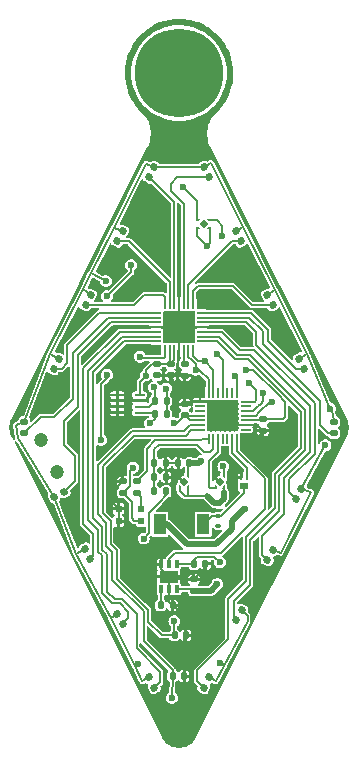
<source format=gbr>
%TF.GenerationSoftware,KiCad,Pcbnew,8.0.3*%
%TF.CreationDate,2024-06-16T19:36:31+02:00*%
%TF.ProjectId,jewelled_lc1,6a657765-6c6c-4656-945f-6c63312e6b69,rev?*%
%TF.SameCoordinates,Original*%
%TF.FileFunction,Copper,L1,Top*%
%TF.FilePolarity,Positive*%
%FSLAX45Y45*%
G04 Gerber Fmt 4.5, Leading zero omitted, Abs format (unit mm)*
G04 Created by KiCad (PCBNEW 8.0.3) date 2024-06-16 19:36:31*
%MOMM*%
%LPD*%
G01*
G04 APERTURE LIST*
G04 Aperture macros list*
%AMRoundRect*
0 Rectangle with rounded corners*
0 $1 Rounding radius*
0 $2 $3 $4 $5 $6 $7 $8 $9 X,Y pos of 4 corners*
0 Add a 4 corners polygon primitive as box body*
4,1,4,$2,$3,$4,$5,$6,$7,$8,$9,$2,$3,0*
0 Add four circle primitives for the rounded corners*
1,1,$1+$1,$2,$3*
1,1,$1+$1,$4,$5*
1,1,$1+$1,$6,$7*
1,1,$1+$1,$8,$9*
0 Add four rect primitives between the rounded corners*
20,1,$1+$1,$2,$3,$4,$5,0*
20,1,$1+$1,$4,$5,$6,$7,0*
20,1,$1+$1,$6,$7,$8,$9,0*
20,1,$1+$1,$8,$9,$2,$3,0*%
%AMRotRect*
0 Rectangle, with rotation*
0 The origin of the aperture is its center*
0 $1 length*
0 $2 width*
0 $3 Rotation angle, in degrees counterclockwise*
0 Add horizontal line*
21,1,$1,$2,0,0,$3*%
%AMFreePoly0*
4,1,5,0.110000,-0.125000,-0.110000,-0.125000,-0.110000,0.125000,0.360000,0.125000,0.110000,-0.125000,0.110000,-0.125000,$1*%
%AMFreePoly1*
4,1,6,0.290000,-0.055000,0.290000,-0.125000,-0.110000,-0.125000,-0.110000,0.125000,0.110000,0.125000,0.290000,-0.055000,0.290000,-0.055000,$1*%
%AMFreePoly2*
4,1,7,0.110000,-0.125000,-0.110000,-0.125000,-0.290000,-0.125000,-0.290000,-0.055000,-0.110000,0.125000,0.110000,0.125000,0.110000,-0.125000,0.110000,-0.125000,$1*%
%AMFreePoly3*
4,1,6,0.110000,-0.125000,-0.110000,-0.125000,-0.290000,0.055000,-0.290000,0.125000,0.110000,0.125000,0.110000,-0.125000,0.110000,-0.125000,$1*%
G04 Aperture macros list end*
%TA.AperFunction,SMDPad,CuDef*%
%ADD10RoundRect,0.147500X0.220286X-0.054649X0.088197X0.209126X-0.220286X0.054649X-0.088197X-0.209126X0*%
%TD*%
%TA.AperFunction,SMDPad,CuDef*%
%ADD11RoundRect,0.100000X-0.125000X-0.100000X0.125000X-0.100000X0.125000X0.100000X-0.125000X0.100000X0*%
%TD*%
%TA.AperFunction,SMDPad,CuDef*%
%ADD12R,0.350000X0.650000*%
%TD*%
%TA.AperFunction,SMDPad,CuDef*%
%ADD13R,1.600000X1.000000*%
%TD*%
%TA.AperFunction,SMDPad,CuDef*%
%ADD14RoundRect,0.147500X0.088197X-0.209126X0.220286X0.054649X-0.088197X0.209126X-0.220286X-0.054649X0*%
%TD*%
%TA.AperFunction,SMDPad,CuDef*%
%ADD15RoundRect,0.147500X0.172500X-0.147500X0.172500X0.147500X-0.172500X0.147500X-0.172500X-0.147500X0*%
%TD*%
%TA.AperFunction,SMDPad,CuDef*%
%ADD16RoundRect,0.135000X-0.135000X-0.185000X0.135000X-0.185000X0.135000X0.185000X-0.135000X0.185000X0*%
%TD*%
%TA.AperFunction,SMDPad,CuDef*%
%ADD17RoundRect,0.140000X0.170000X-0.140000X0.170000X0.140000X-0.170000X0.140000X-0.170000X-0.140000X0*%
%TD*%
%TA.AperFunction,SMDPad,CuDef*%
%ADD18FreePoly0,270.000000*%
%TD*%
%TA.AperFunction,SMDPad,CuDef*%
%ADD19FreePoly1,270.000000*%
%TD*%
%TA.AperFunction,SMDPad,CuDef*%
%ADD20FreePoly2,270.000000*%
%TD*%
%TA.AperFunction,SMDPad,CuDef*%
%ADD21FreePoly3,270.000000*%
%TD*%
%TA.AperFunction,SMDPad,CuDef*%
%ADD22RotRect,0.480000X0.480000X315.000000*%
%TD*%
%TA.AperFunction,SMDPad,CuDef*%
%ADD23RoundRect,0.140000X-0.170000X0.140000X-0.170000X-0.140000X0.170000X-0.140000X0.170000X0.140000X0*%
%TD*%
%TA.AperFunction,SMDPad,CuDef*%
%ADD24RoundRect,0.140000X-0.140000X-0.170000X0.140000X-0.170000X0.140000X0.170000X-0.140000X0.170000X0*%
%TD*%
%TA.AperFunction,SMDPad,CuDef*%
%ADD25RoundRect,0.135000X-0.185000X0.135000X-0.185000X-0.135000X0.185000X-0.135000X0.185000X0.135000X0*%
%TD*%
%TA.AperFunction,SMDPad,CuDef*%
%ADD26R,0.200000X0.500000*%
%TD*%
%TA.AperFunction,SMDPad,CuDef*%
%ADD27R,0.650000X0.500000*%
%TD*%
%TA.AperFunction,SMDPad,CuDef*%
%ADD28RoundRect,0.147500X0.054649X0.220286X-0.209126X0.088197X-0.054649X-0.220286X0.209126X-0.088197X0*%
%TD*%
%TA.AperFunction,SMDPad,CuDef*%
%ADD29RoundRect,0.135000X0.135000X0.185000X-0.135000X0.185000X-0.135000X-0.185000X0.135000X-0.185000X0*%
%TD*%
%TA.AperFunction,ComponentPad*%
%ADD30C,4.700000*%
%TD*%
%TA.AperFunction,ConnectorPad*%
%ADD31C,7.500000*%
%TD*%
%TA.AperFunction,SMDPad,CuDef*%
%ADD32RoundRect,0.062500X-0.372500X-0.062500X0.372500X-0.062500X0.372500X0.062500X-0.372500X0.062500X0*%
%TD*%
%TA.AperFunction,HeatsinkPad*%
%ADD33R,0.610000X2.200000*%
%TD*%
%TA.AperFunction,SMDPad,CuDef*%
%ADD34FreePoly0,0.000000*%
%TD*%
%TA.AperFunction,SMDPad,CuDef*%
%ADD35FreePoly1,0.000000*%
%TD*%
%TA.AperFunction,SMDPad,CuDef*%
%ADD36FreePoly2,0.000000*%
%TD*%
%TA.AperFunction,SMDPad,CuDef*%
%ADD37FreePoly3,0.000000*%
%TD*%
%TA.AperFunction,SMDPad,CuDef*%
%ADD38RotRect,0.480000X0.480000X45.000000*%
%TD*%
%TA.AperFunction,SMDPad,CuDef*%
%ADD39RoundRect,0.140000X0.140000X0.170000X-0.140000X0.170000X-0.140000X-0.170000X0.140000X-0.170000X0*%
%TD*%
%TA.AperFunction,SMDPad,CuDef*%
%ADD40R,1.100000X1.800000*%
%TD*%
%TA.AperFunction,SMDPad,CuDef*%
%ADD41R,0.540000X0.600000*%
%TD*%
%TA.AperFunction,SMDPad,CuDef*%
%ADD42RoundRect,0.050000X-0.387500X-0.050000X0.387500X-0.050000X0.387500X0.050000X-0.387500X0.050000X0*%
%TD*%
%TA.AperFunction,SMDPad,CuDef*%
%ADD43RoundRect,0.050000X-0.050000X-0.387500X0.050000X-0.387500X0.050000X0.387500X-0.050000X0.387500X0*%
%TD*%
%TA.AperFunction,HeatsinkPad*%
%ADD44R,2.600000X2.600000*%
%TD*%
%TA.AperFunction,SMDPad,CuDef*%
%ADD45RoundRect,0.062500X0.062500X-0.350000X0.062500X0.350000X-0.062500X0.350000X-0.062500X-0.350000X0*%
%TD*%
%TA.AperFunction,SMDPad,CuDef*%
%ADD46RoundRect,0.062500X0.350000X-0.062500X0.350000X0.062500X-0.350000X0.062500X-0.350000X-0.062500X0*%
%TD*%
%TA.AperFunction,HeatsinkPad*%
%ADD47R,2.400000X2.400000*%
%TD*%
%TA.AperFunction,WasherPad*%
%ADD48C,1.200000*%
%TD*%
%TA.AperFunction,ViaPad*%
%ADD49C,0.600000*%
%TD*%
%TA.AperFunction,Conductor*%
%ADD50C,0.150000*%
%TD*%
%TA.AperFunction,Conductor*%
%ADD51C,0.500000*%
%TD*%
G04 APERTURE END LIST*
D10*
%TO.P,D8,1,K*%
%TO.N,Net-(D8-K)*%
X15221716Y-8873367D03*
%TO.P,D8,2,A*%
%TO.N,VAA*%
X15178284Y-8786634D03*
%TD*%
D11*
%TO.P,D19,1,A*%
%TO.N,Net-(BZ1--)*%
X15032500Y-11200000D03*
%TO.P,D19,2,A*%
%TO.N,unconnected-(D19-A-Pad2)*%
X15032500Y-11280000D03*
%TO.P,D19,3,K*%
%TO.N,VAA*%
X15147500Y-11240000D03*
%TD*%
D12*
%TO.P,U4,1,PROG*%
%TO.N,Net-(U4-PROG)*%
X14550000Y-11820000D03*
%TO.P,U4,2,GND*%
%TO.N,GND*%
X14615000Y-11820000D03*
%TO.P,U4,3,VCC*%
%TO.N,+5V*%
X14680000Y-11820000D03*
%TO.P,U4,4,BAT*%
%TO.N,Net-(JP1-B)*%
X14680000Y-11610000D03*
%TO.P,U4,5,CHRGb*%
%TO.N,CHARGE_STATUS*%
X14615000Y-11610000D03*
%TO.P,U4,6,TEMP*%
%TO.N,GND*%
X14550000Y-11610000D03*
D13*
%TO.P,U4,7,GND*%
X14615000Y-11715000D03*
%TD*%
D14*
%TO.P,D11,1,K*%
%TO.N,Net-(D11-K)*%
X14178284Y-8873367D03*
%TO.P,D11,2,A*%
%TO.N,VAA*%
X14221716Y-8786634D03*
%TD*%
D15*
%TO.P,D14,1,K*%
%TO.N,Net-(D14-K)*%
X13390000Y-10498500D03*
%TO.P,D14,2,A*%
%TO.N,VAA*%
X13390000Y-10401500D03*
%TD*%
D16*
%TO.P,R4,1*%
%TO.N,Net-(U4-PROG)*%
X14544000Y-11955000D03*
%TO.P,R4,2*%
%TO.N,GND*%
X14646000Y-11955000D03*
%TD*%
D17*
%TO.P,C7,1*%
%TO.N,Net-(U7-OUT)*%
X14345000Y-11003000D03*
%TO.P,C7,2*%
%TO.N,MIC_OUT*%
X14345000Y-10907000D03*
%TD*%
%TO.P,C9,1*%
%TO.N,VAA*%
X14225000Y-11003000D03*
%TO.P,C9,2*%
%TO.N,GND*%
X14225000Y-10907000D03*
%TD*%
D14*
%TO.P,D13,1,K*%
%TO.N,Net-(D13-K)*%
X13638284Y-9953367D03*
%TO.P,D13,2,A*%
%TO.N,VAA*%
X13681716Y-9866634D03*
%TD*%
D18*
%TO.P,U2,1,VOUT*%
%TO.N,+2V8*%
X14772500Y-10856000D03*
D19*
%TO.P,U2,2,GND*%
%TO.N,GND*%
X14707500Y-10856000D03*
D20*
%TO.P,U2,3,EN*%
%TO.N,VDD*%
X14707500Y-10964000D03*
D21*
%TO.P,U2,4,VIN*%
X14772500Y-10964000D03*
D22*
%TO.P,U2,5,GND*%
%TO.N,GND*%
X14740000Y-10910000D03*
%TD*%
D23*
%TO.P,C11,1*%
%TO.N,VAA*%
X14510000Y-9912000D03*
%TO.P,C11,2*%
%TO.N,GND*%
X14510000Y-10008000D03*
%TD*%
D16*
%TO.P,R3,1*%
%TO.N,BATSENSE*%
X14489000Y-10870000D03*
%TO.P,R3,2*%
%TO.N,GND*%
X14591000Y-10870000D03*
%TD*%
D10*
%TO.P,D16,1,K*%
%TO.N,Net-(D16-K)*%
X13948466Y-11563366D03*
%TO.P,D16,2,A*%
%TO.N,VAA*%
X13905034Y-11476633D03*
%TD*%
D24*
%TO.P,C5,1*%
%TO.N,BATSENSE*%
X14492000Y-10750000D03*
%TO.P,C5,2*%
%TO.N,GND*%
X14588000Y-10750000D03*
%TD*%
D18*
%TO.P,U8,1,VOUT*%
%TO.N,VAA*%
X15077500Y-10856000D03*
D19*
%TO.P,U8,2,GND*%
%TO.N,GND*%
X15012500Y-10856000D03*
D20*
%TO.P,U8,3,EN*%
%TO.N,PERI_EN*%
X15012500Y-10964000D03*
D21*
%TO.P,U8,4,VIN*%
%TO.N,VDD*%
X15077500Y-10964000D03*
D22*
%TO.P,U8,5,GND*%
%TO.N,GND*%
X15045000Y-10910000D03*
%TD*%
D24*
%TO.P,C1,1*%
%TO.N,BUT1*%
X14647000Y-12555000D03*
%TO.P,C1,2*%
%TO.N,GND*%
X14743000Y-12555000D03*
%TD*%
D25*
%TO.P,R1,1*%
%TO.N,Net-(U1-ISET)*%
X14750000Y-9909000D03*
%TO.P,R1,2*%
%TO.N,GND*%
X14750000Y-10011000D03*
%TD*%
D26*
%TO.P,Q2,1,G*%
%TO.N,SPEAKER_PWM*%
X15272500Y-10872500D03*
%TO.P,Q2,2,S*%
%TO.N,GND*%
X15227500Y-10872500D03*
D27*
%TO.P,Q2,3,D*%
%TO.N,Net-(BZ1--)*%
X15250000Y-10947500D03*
%TD*%
D14*
%TO.P,D12,1,K*%
%TO.N,Net-(D12-K)*%
X13908284Y-9413367D03*
%TO.P,D12,2,A*%
%TO.N,VAA*%
X13951716Y-9326634D03*
%TD*%
D23*
%TO.P,C10,1*%
%TO.N,VAA*%
X14630000Y-9912000D03*
%TO.P,C10,2*%
%TO.N,GND*%
X14630000Y-10008000D03*
%TD*%
D28*
%TO.P,D15,1,K*%
%TO.N,Net-(D15-K)*%
X13728366Y-10993284D03*
%TO.P,D15,2,A*%
%TO.N,VAA*%
X13641633Y-11036716D03*
%TD*%
D10*
%TO.P,D7,1,K*%
%TO.N,Net-(D7-K)*%
X15491716Y-9413367D03*
%TO.P,D7,2,A*%
%TO.N,VAA*%
X15448284Y-9326634D03*
%TD*%
D17*
%TO.P,C3,1*%
%TO.N,+5V*%
X14825000Y-11833000D03*
%TO.P,C3,2*%
%TO.N,GND*%
X14825000Y-11737000D03*
%TD*%
D14*
%TO.P,D3,1,K*%
%TO.N,Net-(D3-K)*%
X15448284Y-11573366D03*
%TO.P,D3,2,A*%
%TO.N,VAA*%
X15491716Y-11486633D03*
%TD*%
D24*
%TO.P,C6,1*%
%TO.N,Net-(JP1-B)*%
X14827000Y-11605000D03*
%TO.P,C6,2*%
%TO.N,GND*%
X14923000Y-11605000D03*
%TD*%
D10*
%TO.P,D9,1,K*%
%TO.N,Net-(D9-K)*%
X14951716Y-8333366D03*
%TO.P,D9,2,A*%
%TO.N,VAA*%
X14908284Y-8246633D03*
%TD*%
%TO.P,D17,1,K*%
%TO.N,Net-(D17-K)*%
X14221716Y-12113366D03*
%TO.P,D17,2,A*%
%TO.N,VAA*%
X14178284Y-12026633D03*
%TD*%
D14*
%TO.P,D10,1,K*%
%TO.N,Net-(D10-K)*%
X14448284Y-8333366D03*
%TO.P,D10,2,A*%
%TO.N,VAA*%
X14491716Y-8246633D03*
%TD*%
D23*
%TO.P,C8,1*%
%TO.N,+2V8*%
X15410000Y-10382000D03*
%TO.P,C8,2*%
%TO.N,GND*%
X15410000Y-10478000D03*
%TD*%
D29*
%TO.P,R5,1*%
%TO.N,VAA*%
X14596000Y-10335000D03*
%TO.P,R5,2*%
%TO.N,I2C_SDA*%
X14494000Y-10335000D03*
%TD*%
D30*
%TO.P,H1,1,1*%
%TO.N,unconnected-(H1-Pad1)_0*%
X14700000Y-7450000D03*
D31*
%TO.N,unconnected-(H1-Pad1)*%
X14700000Y-7450000D03*
%TD*%
D24*
%TO.P,C2,1*%
%TO.N,BUT2*%
X14662000Y-12210000D03*
%TO.P,C2,2*%
%TO.N,GND*%
X14758000Y-12210000D03*
%TD*%
D14*
%TO.P,D4,1,K*%
%TO.N,Net-(D4-K)*%
X15693284Y-11058367D03*
%TO.P,D4,2,A*%
%TO.N,VAA*%
X15736716Y-10971634D03*
%TD*%
D32*
%TO.P,U6,1,A0*%
%TO.N,GND*%
X14177750Y-10175000D03*
%TO.P,U6,2,A1*%
X14177750Y-10225000D03*
%TO.P,U6,3,A2*%
X14177750Y-10275000D03*
%TO.P,U6,4,GND*%
X14177750Y-10325000D03*
%TO.P,U6,5,SDA*%
%TO.N,I2C_SDA*%
X14365750Y-10325000D03*
%TO.P,U6,6,SCL*%
%TO.N,I2C_SCL*%
X14365750Y-10275000D03*
%TO.P,U6,7,WP*%
%TO.N,GND*%
X14365750Y-10225000D03*
%TO.P,U6,8,VCC*%
%TO.N,VAA*%
X14365750Y-10175000D03*
D33*
%TO.P,U6,9,GND*%
%TO.N,GND*%
X14271750Y-10250000D03*
%TD*%
D10*
%TO.P,D18,1,K*%
%TO.N,Net-(D18-K)*%
X14491716Y-12653366D03*
%TO.P,D18,2,A*%
%TO.N,VAA*%
X14448284Y-12566633D03*
%TD*%
D29*
%TO.P,R6,1*%
%TO.N,VAA*%
X14596000Y-10225000D03*
%TO.P,R6,2*%
%TO.N,I2C_SCL*%
X14494000Y-10225000D03*
%TD*%
D34*
%TO.P,U5,1,VDD*%
%TO.N,/BATT+_CRG*%
X14856000Y-8697500D03*
D35*
%TO.P,U5,2,BM*%
%TO.N,BM*%
X14856000Y-8762500D03*
D36*
%TO.P,U5,3,BM*%
X14964000Y-8762500D03*
D37*
%TO.P,U5,4,VM*%
%TO.N,Net-(JP2-B)*%
X14964000Y-8697500D03*
D38*
%TO.P,U5,5*%
%TO.N,N/C*%
X14910000Y-8730000D03*
%TD*%
D10*
%TO.P,D6,1,K*%
%TO.N,Net-(D6-K)*%
X15761716Y-9953367D03*
%TO.P,D6,2,A*%
%TO.N,VAA*%
X15718284Y-9866634D03*
%TD*%
D17*
%TO.P,C12,1*%
%TO.N,+2V8*%
X14750000Y-10348000D03*
%TO.P,C12,2*%
%TO.N,GND*%
X14750000Y-10252000D03*
%TD*%
D39*
%TO.P,C4,1*%
%TO.N,+2V8*%
X14788000Y-10750000D03*
%TO.P,C4,2*%
%TO.N,GND*%
X14692000Y-10750000D03*
%TD*%
D15*
%TO.P,D5,1,K*%
%TO.N,Net-(D5-K)*%
X16010000Y-10498500D03*
%TO.P,D5,2,A*%
%TO.N,VAA*%
X16010000Y-10401500D03*
%TD*%
D14*
%TO.P,D2,1,K*%
%TO.N,Net-(D2-K)*%
X15186567Y-12081733D03*
%TO.P,D2,2,A*%
%TO.N,VAA*%
X15230000Y-11995000D03*
%TD*%
D40*
%TO.P,BZ1,1,+*%
%TO.N,VAA*%
X14535000Y-11270000D03*
%TO.P,BZ1,2,-*%
%TO.N,Net-(BZ1--)*%
X14905000Y-11270000D03*
%TD*%
D14*
%TO.P,D1,1,K*%
%TO.N,Net-(D1-K)*%
X14908284Y-12653366D03*
%TO.P,D1,2,A*%
%TO.N,VAA*%
X14951716Y-12566633D03*
%TD*%
D41*
%TO.P,U7,1,OUT*%
%TO.N,Net-(U7-OUT)*%
X14381500Y-11137500D03*
%TO.P,U7,2,GND*%
%TO.N,GND*%
X14188500Y-11137500D03*
%TO.P,U7,3,GND*%
X14188500Y-11242500D03*
%TO.P,U7,4,VDD*%
%TO.N,VAA*%
X14381500Y-11242500D03*
%TD*%
D29*
%TO.P,R2,1*%
%TO.N,/BATT+_CRG*%
X14591000Y-10990000D03*
%TO.P,R2,2*%
%TO.N,BATSENSE*%
X14489000Y-10990000D03*
%TD*%
D42*
%TO.P,U3,1,PB8/BOOT0*%
%TO.N,GND*%
X14876250Y-10230000D03*
%TO.P,U3,2,OSCIN/PD0*%
%TO.N,unconnected-(U3-OSCIN{slash}PD0-Pad2)*%
X14876250Y-10270000D03*
%TO.P,U3,3,OSCOUT/PD1*%
%TO.N,unconnected-(U3-OSCOUT{slash}PD1-Pad3)*%
X14876250Y-10310000D03*
%TO.P,U3,4,NRST*%
%TO.N,+2V8*%
X14876250Y-10350000D03*
%TO.P,U3,5,VDDA*%
X14876250Y-10390000D03*
%TO.P,U3,6,PA0/WKUP/ADC0*%
%TO.N,BUT1*%
X14876250Y-10430000D03*
%TO.P,U3,7,PA1/ADC1*%
%TO.N,BUT2*%
X14876250Y-10470000D03*
D43*
%TO.P,U3,8,PA2/ADC2*%
%TO.N,MIC_OUT*%
X14950000Y-10543750D03*
%TO.P,U3,9,PA3/ADC3*%
%TO.N,BATSENSE*%
X14990000Y-10543750D03*
%TO.P,U3,10,PA4/ADC4*%
%TO.N,PERI_EN*%
X15030000Y-10543750D03*
%TO.P,U3,11,PA5/ADC5*%
%TO.N,unconnected-(U3-PA5{slash}ADC5-Pad11)*%
X15070000Y-10543750D03*
%TO.P,U3,12,PA6/ADC6*%
%TO.N,unconnected-(U3-PA6{slash}ADC6-Pad12)*%
X15110000Y-10543750D03*
%TO.P,U3,13,PA7/ADC7*%
%TO.N,SPEAKER_PWM*%
X15150000Y-10543750D03*
%TO.P,U3,14,PB0/ADC8*%
%TO.N,CHARGE_STATUS*%
X15190000Y-10543750D03*
D42*
%TO.P,U3,15,PB1/ADC9*%
%TO.N,unconnected-(U3-PB1{slash}ADC9-Pad15)*%
X15263750Y-10470000D03*
%TO.P,U3,16,GND*%
%TO.N,GND*%
X15263750Y-10430000D03*
%TO.P,U3,17,VDD*%
%TO.N,+2V8*%
X15263750Y-10390000D03*
%TO.P,U3,18,PA9*%
%TO.N,MCU_TXD*%
X15263750Y-10350000D03*
%TO.P,U3,19,PA10/PA11/USB1DM*%
%TO.N,MCU_RXD*%
X15263750Y-10310000D03*
%TO.P,U3,20,PA12/USB1DP*%
%TO.N,unconnected-(U3-PA12{slash}USB1DP-Pad20)*%
X15263750Y-10270000D03*
%TO.P,U3,21,PA13/SWDIO*%
%TO.N,SWDIO*%
X15263750Y-10230000D03*
D43*
%TO.P,U3,22,PA14/SWCLK*%
%TO.N,SWCLK*%
X15190000Y-10156250D03*
%TO.P,U3,23,PA15*%
%TO.N,unconnected-(U3-PA15-Pad23)*%
X15150000Y-10156250D03*
%TO.P,U3,24,PB3*%
%TO.N,unconnected-(U3-PB3-Pad24)*%
X15110000Y-10156250D03*
%TO.P,U3,25,PB4*%
%TO.N,LED1_SDB*%
X15070000Y-10156250D03*
%TO.P,U3,26,PB5*%
%TO.N,unconnected-(U3-PB5-Pad26)*%
X15030000Y-10156250D03*
%TO.P,U3,27,PB6*%
%TO.N,I2C_SCL*%
X14990000Y-10156250D03*
%TO.P,U3,28,PB7*%
%TO.N,I2C_SDA*%
X14950000Y-10156250D03*
D44*
%TO.P,U3,29,GND*%
%TO.N,GND*%
X15070000Y-10350000D03*
%TD*%
D45*
%TO.P,U1,1,SDB*%
%TO.N,LED1_SDB*%
X14580000Y-9793750D03*
%TO.P,U1,2,AD*%
%TO.N,VAA*%
X14620000Y-9793750D03*
%TO.P,U1,3,VCC*%
X14660000Y-9793750D03*
%TO.P,U1,4,GND*%
%TO.N,GND*%
X14700000Y-9793750D03*
%TO.P,U1,5,ISET*%
%TO.N,Net-(U1-ISET)*%
X14740000Y-9793750D03*
%TO.P,U1,6,SDA*%
%TO.N,I2C_SDA*%
X14780000Y-9793750D03*
%TO.P,U1,7,SCL*%
%TO.N,I2C_SCL*%
X14820000Y-9793750D03*
D46*
%TO.P,U1,8,OUT1*%
%TO.N,Net-(D1-K)*%
X14893750Y-9720000D03*
%TO.P,U1,9,OUT2*%
%TO.N,Net-(D2-K)*%
X14893750Y-9680000D03*
%TO.P,U1,10,OUT3*%
%TO.N,Net-(D3-K)*%
X14893750Y-9640000D03*
%TO.P,U1,11,GND*%
%TO.N,GND*%
X14893750Y-9600000D03*
%TO.P,U1,12,OUT4*%
%TO.N,Net-(D4-K)*%
X14893750Y-9560000D03*
%TO.P,U1,13,OUT5*%
%TO.N,Net-(D5-K)*%
X14893750Y-9520000D03*
%TO.P,U1,14,OUT6*%
%TO.N,Net-(D6-K)*%
X14893750Y-9480000D03*
D45*
%TO.P,U1,15,OUT7*%
%TO.N,Net-(D7-K)*%
X14820000Y-9406250D03*
%TO.P,U1,16,OUT8*%
%TO.N,Net-(D8-K)*%
X14780000Y-9406250D03*
%TO.P,U1,17,OUT9*%
%TO.N,Net-(D9-K)*%
X14740000Y-9406250D03*
%TO.P,U1,18,GND*%
%TO.N,GND*%
X14700000Y-9406250D03*
%TO.P,U1,19,OUT10*%
%TO.N,Net-(D10-K)*%
X14660000Y-9406250D03*
%TO.P,U1,20,OUT11*%
%TO.N,Net-(D11-K)*%
X14620000Y-9406250D03*
%TO.P,U1,21,OUT12*%
%TO.N,Net-(D12-K)*%
X14580000Y-9406250D03*
D46*
%TO.P,U1,22,OUT13*%
%TO.N,Net-(D13-K)*%
X14506250Y-9480000D03*
%TO.P,U1,23,OUT14*%
%TO.N,Net-(D14-K)*%
X14506250Y-9520000D03*
%TO.P,U1,24,OUT15*%
%TO.N,Net-(D15-K)*%
X14506250Y-9560000D03*
%TO.P,U1,25,GND*%
%TO.N,GND*%
X14506250Y-9600000D03*
%TO.P,U1,26,OUT16*%
%TO.N,Net-(D16-K)*%
X14506250Y-9640000D03*
%TO.P,U1,27,OUT17*%
%TO.N,Net-(D17-K)*%
X14506250Y-9680000D03*
%TO.P,U1,28,OUT18*%
%TO.N,Net-(D18-K)*%
X14506250Y-9720000D03*
D47*
%TO.P,U1,29,GND*%
%TO.N,GND*%
X14700000Y-9600000D03*
%TD*%
D48*
%TO.P,SW3,*%
%TO.N,*%
X13667164Y-10824123D03*
X13532836Y-10555877D03*
%TD*%
D49*
%TO.N,BM*%
X14940000Y-8915000D03*
%TO.N,/BATT+_CRG*%
X14730000Y-8410000D03*
X14295000Y-9075000D03*
X14400000Y-11390000D03*
X14090000Y-10005000D03*
X14090000Y-9340000D03*
X14040000Y-10555000D03*
%TO.N,VAA*%
X14590000Y-10120000D03*
X15075000Y-10780000D03*
X15045000Y-12445000D03*
X14080000Y-9210000D03*
X14420000Y-10010000D03*
X15255000Y-11140000D03*
X14355000Y-12450000D03*
X14310000Y-10790000D03*
X15940000Y-10600000D03*
X15978788Y-10291212D03*
%TO.N,GND*%
X15240000Y-9665000D03*
X15575000Y-9690000D03*
X15070000Y-10350000D03*
X14375000Y-9180000D03*
X13620000Y-10165000D03*
X15590000Y-10475000D03*
X15285000Y-10610000D03*
X15050000Y-12100000D03*
X14235000Y-9315000D03*
X15090000Y-10685000D03*
X14590000Y-10670000D03*
X14220000Y-10790000D03*
X13770000Y-11155000D03*
X14250000Y-10055000D03*
X15195000Y-9080000D03*
X13850000Y-9540000D03*
X14430000Y-8705000D03*
X14730000Y-12885000D03*
%TO.N,+2V8*%
X15270000Y-9965000D03*
X14655000Y-10415000D03*
X14885000Y-10735000D03*
%TO.N,BUT1*%
X14640000Y-12740000D03*
%TO.N,BUT2*%
X14660000Y-12090000D03*
%TO.N,I2C_SCL*%
X14920000Y-9890000D03*
X14490000Y-10110000D03*
%TO.N,SWDIO*%
X15290000Y-10070000D03*
%TO.N,MCU_TXD*%
X15490000Y-10230000D03*
%TO.N,+5V*%
X15025000Y-11775000D03*
%TO.N,MCU_RXD*%
X15415000Y-10155000D03*
%TO.N,SWCLK*%
X15170000Y-10010000D03*
%TO.N,I2C_SDA*%
X14455000Y-10415000D03*
X14840000Y-9960000D03*
%TO.N,LED1_SDB*%
X14370000Y-9850000D03*
X15020000Y-9830000D03*
%TO.N,Net-(JP1-B)*%
X15045000Y-11590000D03*
%TO.N,Net-(JP2-B)*%
X15065000Y-8830000D03*
%TO.N,VDD*%
X15040000Y-11090000D03*
%TD*%
D50*
%TO.N,BM*%
X14964000Y-8762500D02*
X14964000Y-8891000D01*
X14856000Y-8831000D02*
X14940000Y-8915000D01*
X14856000Y-8762500D02*
X14856000Y-8831000D01*
X14964000Y-8891000D02*
X14940000Y-8915000D01*
%TO.N,/BATT+_CRG*%
X14067500Y-10057500D02*
X14090000Y-10035000D01*
X14535000Y-11080000D02*
X14445000Y-11170000D01*
X14295000Y-9135000D02*
X14295000Y-9075000D01*
X14445000Y-11170000D02*
X14445000Y-11195000D01*
X14040000Y-10555000D02*
X14040000Y-10085000D01*
X14445000Y-11195000D02*
X14445000Y-11345000D01*
X14090000Y-9340000D02*
X14295000Y-9135000D01*
X14856000Y-8697500D02*
X14856000Y-8536000D01*
X14591000Y-10990000D02*
X14591000Y-11024000D01*
X14445000Y-11345000D02*
X14400000Y-11390000D01*
X14040000Y-10085000D02*
X14067500Y-10057500D01*
X14591000Y-11024000D02*
X14535000Y-11080000D01*
X14856000Y-8536000D02*
X14730000Y-8410000D01*
X14090000Y-10035000D02*
X14090000Y-10005000D01*
%TO.N,Net-(BZ1--)*%
X15032500Y-11200000D02*
X15055000Y-11200000D01*
X15250000Y-11005000D02*
X15250000Y-10947500D01*
X15032500Y-11200000D02*
X14975000Y-11200000D01*
X15055000Y-11200000D02*
X15250000Y-11005000D01*
X14975000Y-11200000D02*
X14905000Y-11270000D01*
%TO.N,VAA*%
X13830000Y-11520000D02*
X13641633Y-11036716D01*
X14420000Y-8220000D02*
X14491716Y-8246633D01*
D51*
X15147500Y-11307500D02*
X15147500Y-11240000D01*
D50*
X16000000Y-10340000D02*
X15978788Y-10291212D01*
X14951716Y-12566633D02*
X15010000Y-12600000D01*
X14120000Y-12060000D02*
X13830000Y-11520000D01*
X15077500Y-10856000D02*
X15077500Y-10782500D01*
X15780000Y-9830000D02*
X15510000Y-9290000D01*
X14970000Y-8210000D02*
X15240000Y-8750000D01*
X14285000Y-10943000D02*
X14285000Y-10815000D01*
X15077500Y-10782500D02*
X15075000Y-10780000D01*
X15718284Y-9866634D02*
X15780000Y-9830000D01*
X14596000Y-10126000D02*
X14590000Y-10120000D01*
X14365750Y-10064250D02*
X14420000Y-10010000D01*
X14150000Y-8760000D02*
X14420000Y-8220000D01*
X14445000Y-9940000D02*
X14420000Y-9965000D01*
X14326667Y-12473333D02*
X14350000Y-12450000D01*
X13681716Y-9866634D02*
X13610000Y-9830000D01*
X14080000Y-9210000D02*
X13958333Y-9143333D01*
X14420000Y-9965000D02*
X14420000Y-10010000D01*
X13890000Y-9280000D02*
X13951716Y-9326634D01*
D51*
X15015000Y-11440000D02*
X15147500Y-11307500D01*
D50*
X15178284Y-8786634D02*
X15240000Y-8750000D01*
X14620000Y-9793750D02*
X14620000Y-9902000D01*
X14510000Y-9912000D02*
X14630000Y-9912000D01*
X15280000Y-12090000D02*
X15280000Y-12045000D01*
X15940000Y-10600000D02*
X15736716Y-10971634D01*
X14390000Y-12600000D02*
X14326667Y-12473333D01*
X14225000Y-11003000D02*
X14300000Y-11078000D01*
X15045000Y-12445000D02*
X15060000Y-12445000D01*
X14596000Y-10335000D02*
X14596000Y-10225000D01*
X15060000Y-12445000D02*
X15080961Y-12465961D01*
X13320000Y-10430000D02*
X13390000Y-10401500D01*
X13958333Y-9143333D02*
X14150000Y-8760000D01*
X15820000Y-11000000D02*
X15736716Y-10971634D01*
X14620000Y-9902000D02*
X14630000Y-9912000D01*
D51*
X14595000Y-11270000D02*
X14765000Y-11440000D01*
D50*
X15240000Y-8750000D02*
X15510000Y-9290000D01*
X15978788Y-10291212D02*
X15900000Y-10110000D01*
X15900000Y-10110000D02*
X15780000Y-9830000D01*
X15080961Y-12465961D02*
X15280000Y-12090000D01*
X14326667Y-12473333D02*
X14120000Y-12060000D01*
D51*
X15247500Y-11140000D02*
X15255000Y-11140000D01*
D50*
X13335000Y-10540000D02*
X13320000Y-10430000D01*
X14473000Y-9912000D02*
X14445000Y-9940000D01*
X14660000Y-9882000D02*
X14630000Y-9912000D01*
D51*
X14535000Y-11270000D02*
X14595000Y-11270000D01*
D50*
X13390000Y-10401500D02*
X13610000Y-9830000D01*
X14491716Y-8246633D02*
X14908284Y-8246633D01*
D51*
X14765000Y-11440000D02*
X15015000Y-11440000D01*
D50*
X15010000Y-12600000D02*
X15080961Y-12465961D01*
X14448284Y-12566633D02*
X14390000Y-12600000D01*
X15280000Y-12045000D02*
X15230000Y-11995000D01*
X14350000Y-12450000D02*
X14355000Y-12450000D01*
X14285000Y-10815000D02*
X14310000Y-10790000D01*
X15560000Y-11510000D02*
X15820000Y-11000000D01*
X14225000Y-11003000D02*
X14285000Y-10943000D01*
X14300000Y-11220000D02*
X14322500Y-11242500D01*
X13890000Y-9280000D02*
X13958333Y-9143333D01*
D51*
X15147500Y-11240000D02*
X15247500Y-11140000D01*
D50*
X14365750Y-10175000D02*
X14365750Y-10064250D01*
X14510000Y-9912000D02*
X14473000Y-9912000D01*
X16010000Y-10401500D02*
X16000000Y-10340000D01*
X15510000Y-9290000D02*
X15448284Y-9326634D01*
X14908284Y-8246633D02*
X14970000Y-8210000D01*
X14322500Y-11242500D02*
X14381500Y-11242500D01*
X13641633Y-11036716D02*
X13335000Y-10540000D01*
X13830000Y-11520000D02*
X13905034Y-11476633D01*
X13610000Y-9830000D02*
X13890000Y-9280000D01*
X14596000Y-10225000D02*
X14596000Y-10126000D01*
X14300000Y-11078000D02*
X14300000Y-11220000D01*
X14660000Y-9793750D02*
X14660000Y-9882000D01*
X14150000Y-8760000D02*
X14221716Y-8786634D01*
X14120000Y-12060000D02*
X14178284Y-12026633D01*
X15491716Y-11486633D02*
X15560000Y-11510000D01*
%TO.N,GND*%
X14630000Y-10008000D02*
X14630000Y-10035000D01*
X14550000Y-11650000D02*
X14615000Y-11715000D01*
X14825000Y-11737000D02*
X14637000Y-11737000D01*
X14707500Y-10877500D02*
X14740000Y-10910000D01*
X14637000Y-11737000D02*
X14615000Y-11715000D01*
X15012500Y-10877500D02*
X15045000Y-10910000D01*
X14950000Y-10230000D02*
X15070000Y-10350000D01*
X14296750Y-10225000D02*
X14271750Y-10250000D01*
X14615000Y-11820000D02*
X14615000Y-11924000D01*
X14225000Y-10795000D02*
X14220000Y-10790000D01*
X14246750Y-10225000D02*
X14271750Y-10250000D01*
X15227500Y-10822500D02*
X15090000Y-10685000D01*
X15587000Y-10478000D02*
X15590000Y-10475000D01*
X15090000Y-10685000D02*
X15050000Y-10700000D01*
X14615000Y-11715000D02*
X14615000Y-11820000D01*
X14225000Y-10907000D02*
X14225000Y-10795000D01*
X14510000Y-10008000D02*
X14630000Y-10008000D01*
X14772000Y-10230000D02*
X14750000Y-10252000D01*
X15410000Y-10478000D02*
X15410000Y-10485000D01*
X14150000Y-10982000D02*
X14150000Y-11099000D01*
X14693500Y-10870000D02*
X14707500Y-10856000D01*
X15362000Y-10430000D02*
X15410000Y-10478000D01*
X14591000Y-10870000D02*
X14693500Y-10870000D01*
X14177750Y-10225000D02*
X14177750Y-10275000D01*
X14225000Y-10907000D02*
X14150000Y-10982000D01*
X14695000Y-9798750D02*
X14700000Y-9793750D01*
X14876250Y-10230000D02*
X14950000Y-10230000D01*
X14750000Y-10011000D02*
X14736000Y-10011000D01*
X15263750Y-10430000D02*
X15150000Y-10430000D01*
X15150000Y-10430000D02*
X15070000Y-10350000D01*
X14743000Y-12555000D02*
X14743000Y-12225000D01*
X15227500Y-10872500D02*
X15227500Y-10822500D01*
X14271750Y-10250000D02*
X14271750Y-10076750D01*
X14630000Y-10035000D02*
X14685000Y-10090000D01*
X14188500Y-11242500D02*
X14188500Y-11137500D01*
X14550000Y-11610000D02*
X14550000Y-11650000D01*
X15240000Y-9665000D02*
X15175000Y-9600000D01*
X14365750Y-10225000D02*
X14296750Y-10225000D01*
X14177750Y-10175000D02*
X14177750Y-10225000D01*
X14588000Y-10867000D02*
X14591000Y-10870000D01*
X14750000Y-10155000D02*
X14750000Y-10252000D01*
X14588000Y-10750000D02*
X14588000Y-10867000D01*
X14370000Y-9180000D02*
X14375000Y-9180000D01*
X14758000Y-12067000D02*
X14646000Y-11955000D01*
X14177750Y-10225000D02*
X14246750Y-10225000D01*
X14700000Y-9793750D02*
X14700000Y-9600000D01*
X14893750Y-9600000D02*
X14700000Y-9600000D01*
X14876250Y-10230000D02*
X14772000Y-10230000D01*
X14615000Y-11924000D02*
X14646000Y-11955000D01*
X14188500Y-11343500D02*
X14455000Y-11610000D01*
X14685000Y-10090000D02*
X14750000Y-10155000D01*
X14758000Y-12210000D02*
X14940000Y-12210000D01*
X14271750Y-10076750D02*
X14250000Y-10055000D01*
X14923000Y-11639000D02*
X14825000Y-11737000D01*
X14150000Y-11099000D02*
X14188500Y-11137500D01*
X14588000Y-10672000D02*
X14590000Y-10670000D01*
X15012500Y-10737500D02*
X15012500Y-10856000D01*
X14188500Y-11242500D02*
X14188500Y-11343500D01*
X14506250Y-9600000D02*
X14700000Y-9600000D01*
X14923000Y-11605000D02*
X14923000Y-11639000D01*
X14695000Y-9970000D02*
X14695000Y-9798750D01*
X14743000Y-12225000D02*
X14758000Y-12210000D01*
X15410000Y-10478000D02*
X15587000Y-10478000D01*
X15050000Y-10700000D02*
X15012500Y-10737500D01*
X14692000Y-10750000D02*
X14588000Y-10750000D01*
X15410000Y-10485000D02*
X15285000Y-10610000D01*
X14940000Y-12210000D02*
X15050000Y-12100000D01*
X14588000Y-10750000D02*
X14588000Y-10672000D01*
X14550000Y-11610000D02*
X14455000Y-11610000D01*
X14758000Y-12210000D02*
X14758000Y-12067000D01*
X14707500Y-10856000D02*
X14707500Y-10877500D01*
X14657000Y-10008000D02*
X14695000Y-9970000D01*
X15012500Y-10856000D02*
X15012500Y-10877500D01*
X14700000Y-9406250D02*
X14700000Y-9600000D01*
X15175000Y-9600000D02*
X14893750Y-9600000D01*
X14177750Y-10325000D02*
X14177750Y-10275000D01*
X14235000Y-9315000D02*
X14370000Y-9180000D01*
X14630000Y-10008000D02*
X14657000Y-10008000D01*
X14736000Y-10011000D02*
X14695000Y-9970000D01*
X15263750Y-10430000D02*
X15362000Y-10430000D01*
%TO.N,+2V8*%
X14752000Y-10350000D02*
X14750000Y-10348000D01*
X15410000Y-10382000D02*
X15578000Y-10382000D01*
X14876250Y-10390000D02*
X14792000Y-10390000D01*
X14876250Y-10350000D02*
X14752000Y-10350000D01*
X14655000Y-10415000D02*
X14683000Y-10415000D01*
X14683000Y-10415000D02*
X14750000Y-10348000D01*
X15402000Y-10390000D02*
X15410000Y-10382000D01*
X14772500Y-10856000D02*
X14772500Y-10765500D01*
X15330000Y-9965000D02*
X15270000Y-9965000D01*
X15578000Y-10382000D02*
X15600000Y-10360000D01*
X15600000Y-10235000D02*
X15535000Y-10170000D01*
D51*
X14870000Y-10750000D02*
X14885000Y-10735000D01*
D50*
X15263750Y-10390000D02*
X15402000Y-10390000D01*
X14772500Y-10765500D02*
X14788000Y-10750000D01*
X15535000Y-10170000D02*
X15330000Y-9965000D01*
D51*
X14788000Y-10750000D02*
X14870000Y-10750000D01*
D50*
X14792000Y-10390000D02*
X14750000Y-10348000D01*
X15600000Y-10360000D02*
X15600000Y-10235000D01*
%TO.N,MIC_OUT*%
X14500000Y-10560000D02*
X14890000Y-10560000D01*
X14890000Y-10560000D02*
X14906250Y-10543750D01*
X14430000Y-10630000D02*
X14500000Y-10560000D01*
X14430000Y-10822000D02*
X14430000Y-10630000D01*
X14906250Y-10543750D02*
X14950000Y-10543750D01*
X14345000Y-10907000D02*
X14430000Y-10822000D01*
%TO.N,BUT1*%
X14790000Y-10430000D02*
X14740000Y-10480000D01*
X14085000Y-11455000D02*
X14135000Y-11505000D01*
X14135000Y-11740000D02*
X14400000Y-12005000D01*
X14740000Y-10480000D02*
X14305000Y-10480000D01*
X14305000Y-10480000D02*
X14015000Y-10770000D01*
X14640000Y-12740000D02*
X14647000Y-12555000D01*
X14135000Y-11505000D02*
X14135000Y-11740000D01*
X14400000Y-12260000D02*
X14647000Y-12507000D01*
X14876250Y-10430000D02*
X14790000Y-10430000D01*
X14647000Y-12507000D02*
X14647000Y-12555000D01*
X14015000Y-10770000D02*
X14015000Y-11185000D01*
X14015000Y-11185000D02*
X14085000Y-11255000D01*
X14085000Y-11255000D02*
X14085000Y-11455000D01*
X14400000Y-12005000D02*
X14400000Y-12260000D01*
%TO.N,BUT2*%
X14660000Y-12208000D02*
X14662000Y-12210000D01*
X14315000Y-10520000D02*
X14055000Y-10780000D01*
X14175000Y-11730000D02*
X14440000Y-11995000D01*
X14120000Y-11435000D02*
X14175000Y-11490000D01*
X14876250Y-10470000D02*
X14805000Y-10470000D01*
X14120000Y-11240000D02*
X14120000Y-11435000D01*
X14755000Y-10520000D02*
X14315000Y-10520000D01*
X14055000Y-10780000D02*
X14055000Y-11175000D01*
X14805000Y-10470000D02*
X14755000Y-10520000D01*
X14555000Y-12210000D02*
X14662000Y-12210000D01*
X14660000Y-12090000D02*
X14660000Y-12208000D01*
X14440000Y-12095000D02*
X14555000Y-12210000D01*
X14055000Y-11175000D02*
X14120000Y-11240000D01*
X14175000Y-11490000D02*
X14175000Y-11730000D01*
X14440000Y-11995000D02*
X14440000Y-12095000D01*
%TO.N,BATSENSE*%
X14489000Y-10870000D02*
X14489000Y-10990000D01*
X14915000Y-10660000D02*
X14960000Y-10660000D01*
X14990000Y-10630000D02*
X14990000Y-10543750D01*
X14530000Y-10595000D02*
X14850000Y-10595000D01*
X14492000Y-10633000D02*
X14530000Y-10595000D01*
X14489000Y-10753000D02*
X14492000Y-10750000D01*
X14492000Y-10750000D02*
X14492000Y-10633000D01*
X14960000Y-10660000D02*
X14990000Y-10630000D01*
X14489000Y-10870000D02*
X14489000Y-10753000D01*
X14850000Y-10595000D02*
X14915000Y-10660000D01*
%TO.N,Net-(D4-K)*%
X15355000Y-9750000D02*
X15850000Y-10245000D01*
X15632459Y-10890000D02*
X15632459Y-10997541D01*
X15850000Y-10245000D02*
X15850000Y-10672459D01*
X15850000Y-10672459D02*
X15632459Y-10890000D01*
X14893750Y-9560000D02*
X15270000Y-9560000D01*
X15270000Y-9560000D02*
X15355000Y-9645000D01*
X15632459Y-10997541D02*
X15693284Y-11058367D01*
X15355000Y-9645000D02*
X15355000Y-9750000D01*
%TO.N,Net-(D5-K)*%
X15410000Y-9635000D02*
X15410000Y-9740000D01*
X15897500Y-10227500D02*
X15897500Y-10432500D01*
X15410000Y-9740000D02*
X15897500Y-10227500D01*
X15295000Y-9520000D02*
X15410000Y-9635000D01*
X15963500Y-10498500D02*
X16010000Y-10498500D01*
X15897500Y-10432500D02*
X15963500Y-10498500D01*
X14893750Y-9520000D02*
X15295000Y-9520000D01*
%TO.N,Net-(D6-K)*%
X15310000Y-9480000D02*
X15455000Y-9625000D01*
X15455000Y-9625000D02*
X15455000Y-9715000D01*
X14893750Y-9480000D02*
X15310000Y-9480000D01*
X15693366Y-9953367D02*
X15761716Y-9953367D01*
X15455000Y-9715000D02*
X15693366Y-9953367D01*
%TO.N,Net-(D7-K)*%
X15160000Y-9255000D02*
X15318366Y-9413367D01*
X14820000Y-9295000D02*
X14860000Y-9255000D01*
X15318366Y-9413367D02*
X15491716Y-9413367D01*
X14820000Y-9406250D02*
X14820000Y-9295000D01*
X14860000Y-9255000D02*
X15160000Y-9255000D01*
%TO.N,Net-(D8-K)*%
X15146633Y-8873367D02*
X14780000Y-9240000D01*
X14780000Y-9240000D02*
X14780000Y-9406250D01*
X15221716Y-8873367D02*
X15146633Y-8873367D01*
%TO.N,Net-(D9-K)*%
X14681633Y-8333366D02*
X14630000Y-8385000D01*
X14630000Y-8385000D02*
X14630000Y-8445000D01*
X14951716Y-8333366D02*
X14681633Y-8333366D01*
X14630000Y-8445000D02*
X14740000Y-8555000D01*
X14740000Y-8555000D02*
X14740000Y-9406250D01*
%TO.N,Net-(D10-K)*%
X14660000Y-9406250D02*
X14660000Y-8545083D01*
X14660000Y-8545083D02*
X14448284Y-8333366D01*
%TO.N,Net-(D11-K)*%
X14178284Y-8873367D02*
X14278366Y-8873367D01*
X14620000Y-9215000D02*
X14620000Y-9406250D01*
X14278366Y-8873367D02*
X14620000Y-9215000D01*
%TO.N,Net-(D12-K)*%
X14321633Y-9413367D02*
X14405000Y-9330000D01*
X14565000Y-9330000D02*
X14580000Y-9345000D01*
X14405000Y-9330000D02*
X14565000Y-9330000D01*
X13908284Y-9413367D02*
X14321633Y-9413367D01*
X14580000Y-9345000D02*
X14580000Y-9406250D01*
%TO.N,Net-(D13-K)*%
X13706633Y-9953367D02*
X13755000Y-9905000D01*
X13755000Y-9750000D02*
X14025000Y-9480000D01*
X13755000Y-9905000D02*
X13755000Y-9750000D01*
X13638284Y-9953367D02*
X13706633Y-9953367D01*
X14025000Y-9480000D02*
X14506250Y-9480000D01*
%TO.N,Net-(D14-K)*%
X13800000Y-10205000D02*
X13645000Y-10360000D01*
X13645000Y-10360000D02*
X13530000Y-10360000D01*
X13391500Y-10498500D02*
X13390000Y-10498500D01*
X14100000Y-9520000D02*
X13800000Y-9820000D01*
X13800000Y-9820000D02*
X13800000Y-10205000D01*
X14506250Y-9520000D02*
X14100000Y-9520000D01*
X13530000Y-10360000D02*
X13391500Y-10498500D01*
%TO.N,Net-(D15-K)*%
X13820000Y-10691634D02*
X13728366Y-10600000D01*
X13820000Y-10901650D02*
X13820000Y-10691634D01*
X13728366Y-10600000D02*
X13728366Y-10391634D01*
X14125000Y-9560000D02*
X14506250Y-9560000D01*
X13728366Y-10391634D02*
X13845000Y-10275000D01*
X13728366Y-10993284D02*
X13820000Y-10901650D01*
X13845000Y-10275000D02*
X13845000Y-9840000D01*
X13845000Y-9840000D02*
X14125000Y-9560000D01*
%TO.N,Net-(D16-K)*%
X13890000Y-11270000D02*
X13890000Y-9950000D01*
X14200000Y-9640000D02*
X14506250Y-9640000D01*
X13975000Y-11536833D02*
X13975000Y-11355000D01*
X13948466Y-11563366D02*
X13975000Y-11536833D01*
X13890000Y-9950000D02*
X14200000Y-9640000D01*
X13975000Y-11355000D02*
X13890000Y-11270000D01*
%TO.N,Net-(D17-K)*%
X14045000Y-11855000D02*
X14045000Y-11530000D01*
X14200000Y-11940000D02*
X14130000Y-11940000D01*
X13930000Y-11235000D02*
X13930000Y-9970000D01*
X14220000Y-9680000D02*
X14506250Y-9680000D01*
X13930000Y-9970000D02*
X14220000Y-9680000D01*
X14270000Y-12065083D02*
X14270000Y-12010000D01*
X14270000Y-12010000D02*
X14200000Y-11940000D01*
X14015000Y-11320000D02*
X13930000Y-11235000D01*
X14221716Y-12113366D02*
X14270000Y-12065083D01*
X14015000Y-11500000D02*
X14015000Y-11320000D01*
X14130000Y-11940000D02*
X14045000Y-11855000D01*
X14045000Y-11530000D02*
X14015000Y-11500000D01*
%TO.N,Net-(D18-K)*%
X14540000Y-12605083D02*
X14540000Y-12520000D01*
X14090000Y-11840000D02*
X14090000Y-11525000D01*
X14213750Y-11903750D02*
X14153750Y-11903750D01*
X13975000Y-9980000D02*
X14235000Y-9720000D01*
X14540000Y-12520000D02*
X14340000Y-12320000D01*
X14491716Y-12653366D02*
X14540000Y-12605083D01*
X14235000Y-9720000D02*
X14506250Y-9720000D01*
X14050000Y-11485000D02*
X14050000Y-11290000D01*
X13975000Y-11215000D02*
X13975000Y-9980000D01*
X14340000Y-12320000D02*
X14340000Y-12030000D01*
X14050000Y-11290000D02*
X13975000Y-11215000D01*
X14090000Y-11525000D02*
X14050000Y-11485000D01*
X14153750Y-11903750D02*
X14090000Y-11840000D01*
X14340000Y-12030000D02*
X14213750Y-11903750D01*
%TO.N,I2C_SCL*%
X14494000Y-10225000D02*
X14494000Y-10114000D01*
X14990000Y-9960000D02*
X14920000Y-9890000D01*
X14820000Y-9793750D02*
X14820000Y-9793750D01*
X14494000Y-10114000D02*
X14490000Y-10110000D01*
X14820000Y-9793750D02*
X14820000Y-9847574D01*
X14444000Y-10275000D02*
X14494000Y-10225000D01*
X14365750Y-10275000D02*
X14444000Y-10275000D01*
X14900000Y-9890000D02*
X14920000Y-9890000D01*
X14990000Y-10156250D02*
X14990000Y-9960000D01*
X14820000Y-9847574D02*
X14831213Y-9858787D01*
X14831213Y-9858787D02*
X14862426Y-9890000D01*
X14862426Y-9890000D02*
X14900000Y-9890000D01*
%TO.N,SWDIO*%
X15350000Y-10130000D02*
X15290000Y-10070000D01*
X15340000Y-10230000D02*
X15350000Y-10220000D01*
X15263750Y-10230000D02*
X15340000Y-10230000D01*
X15350000Y-10220000D02*
X15350000Y-10130000D01*
%TO.N,MCU_TXD*%
X15470000Y-10230000D02*
X15490000Y-10230000D01*
X15380000Y-10320000D02*
X15470000Y-10230000D01*
X15263750Y-10350000D02*
X15350000Y-10350000D01*
X15350000Y-10350000D02*
X15380000Y-10320000D01*
D51*
%TO.N,+5V*%
X15025000Y-11775000D02*
X14967000Y-11833000D01*
D50*
X14680000Y-11820000D02*
X14812000Y-11820000D01*
X14812000Y-11820000D02*
X14825000Y-11833000D01*
D51*
X14967000Y-11833000D02*
X14825000Y-11833000D01*
D50*
%TO.N,MCU_RXD*%
X15263750Y-10310000D02*
X15330000Y-10310000D01*
X15415000Y-10225000D02*
X15415000Y-10155000D01*
X15390000Y-10250000D02*
X15415000Y-10225000D01*
X15370000Y-10270000D02*
X15390000Y-10250000D01*
X15330000Y-10310000D02*
X15370000Y-10270000D01*
%TO.N,SWCLK*%
X15190000Y-10030000D02*
X15170000Y-10010000D01*
X15190000Y-10156250D02*
X15190000Y-10030000D01*
%TO.N,I2C_SDA*%
X14950000Y-10156250D02*
X14950000Y-10040000D01*
X14494000Y-10376000D02*
X14455000Y-10415000D01*
X14484000Y-10325000D02*
X14494000Y-10335000D01*
X14780000Y-9793750D02*
X14780000Y-9850000D01*
X14870000Y-9960000D02*
X14840000Y-9960000D01*
X14494000Y-10335000D02*
X14494000Y-10376000D01*
X14780000Y-9850000D02*
X14810000Y-9880000D01*
X14840000Y-9910000D02*
X14840000Y-9960000D01*
X14950000Y-10040000D02*
X14870000Y-9960000D01*
X14365750Y-10325000D02*
X14484000Y-10325000D01*
X14810000Y-9880000D02*
X14840000Y-9910000D01*
%TO.N,SPEAKER_PWM*%
X15272500Y-10792500D02*
X15272500Y-10872500D01*
X15150000Y-10543750D02*
X15150000Y-10670000D01*
X15150000Y-10670000D02*
X15272500Y-10792500D01*
%TO.N,PERI_EN*%
X15012500Y-10964000D02*
X14964000Y-10964000D01*
X14955000Y-10955000D02*
X14955000Y-10730000D01*
X14955000Y-10730000D02*
X15030000Y-10655000D01*
X15030000Y-10655000D02*
X15030000Y-10543750D01*
X14964000Y-10964000D02*
X14955000Y-10955000D01*
%TO.N,CHARGE_STATUS*%
X15190000Y-10645000D02*
X15425000Y-10880000D01*
X14615000Y-11560000D02*
X14615000Y-11610000D01*
X15425000Y-11140000D02*
X15055000Y-11510000D01*
X15425000Y-10880000D02*
X15425000Y-11140000D01*
X15055000Y-11510000D02*
X14665000Y-11510000D01*
X14665000Y-11510000D02*
X14615000Y-11560000D01*
X15190000Y-10543750D02*
X15190000Y-10645000D01*
%TO.N,LED1_SDB*%
X15020000Y-9830000D02*
X15070000Y-9880000D01*
X15070000Y-9880000D02*
X15070000Y-10156250D01*
X14540000Y-9860000D02*
X14380000Y-9860000D01*
X14580000Y-9850000D02*
X14570000Y-9860000D01*
X14580000Y-9793750D02*
X14580000Y-9850000D01*
X14380000Y-9860000D02*
X14370000Y-9850000D01*
X14570000Y-9860000D02*
X14540000Y-9860000D01*
%TO.N,Net-(U7-OUT)*%
X14381500Y-11039500D02*
X14345000Y-11003000D01*
X14381500Y-11137500D02*
X14381500Y-11039500D01*
%TO.N,Net-(D1-K)*%
X15510000Y-11135000D02*
X15265000Y-11380000D01*
X14855000Y-12600083D02*
X14908284Y-12653366D01*
X15115000Y-11900000D02*
X15115000Y-12245000D01*
X15280000Y-9870000D02*
X15730000Y-10320000D01*
X14893750Y-9720000D02*
X15020000Y-9720000D01*
X15265000Y-11750000D02*
X15115000Y-11900000D01*
X15115000Y-12245000D02*
X14855000Y-12505000D01*
X14855000Y-12505000D02*
X14855000Y-12600083D01*
X15020000Y-9720000D02*
X15170000Y-9870000D01*
X15730000Y-10620000D02*
X15510000Y-10840000D01*
X15265000Y-11380000D02*
X15265000Y-11750000D01*
X15730000Y-10320000D02*
X15730000Y-10620000D01*
X15170000Y-9870000D02*
X15280000Y-9870000D01*
X15510000Y-10840000D02*
X15510000Y-11135000D01*
%TO.N,Net-(D2-K)*%
X15770000Y-10300000D02*
X15770000Y-10640000D01*
X15302500Y-9832500D02*
X15770000Y-10300000D01*
X15550000Y-11155000D02*
X15305000Y-11400000D01*
X15770000Y-10640000D02*
X15550000Y-10860000D01*
X15165000Y-11920000D02*
X15165000Y-12060166D01*
X15040000Y-9680000D02*
X15192500Y-9832500D01*
X15305000Y-11780000D02*
X15165000Y-11920000D01*
X15550000Y-10860000D02*
X15550000Y-11155000D01*
X15305000Y-11400000D02*
X15305000Y-11780000D01*
X15192500Y-9832500D02*
X15302500Y-9832500D01*
X14893750Y-9680000D02*
X15040000Y-9680000D01*
X15165000Y-12060166D02*
X15186567Y-12081733D01*
%TO.N,Net-(D3-K)*%
X15590000Y-10880000D02*
X15590000Y-11185000D01*
X15215000Y-9795000D02*
X15335000Y-9795000D01*
X14893750Y-9640000D02*
X15060000Y-9640000D01*
X15810000Y-10270000D02*
X15810000Y-10660000D01*
X15405000Y-11370000D02*
X15405000Y-11530083D01*
X15060000Y-9640000D02*
X15215000Y-9795000D01*
X15405000Y-11530083D02*
X15448284Y-11573366D01*
X15810000Y-10660000D02*
X15590000Y-10880000D01*
X15335000Y-9795000D02*
X15810000Y-10270000D01*
X15590000Y-11185000D02*
X15405000Y-11370000D01*
%TO.N,Net-(JP1-B)*%
X14895000Y-11545000D02*
X15000000Y-11545000D01*
X14685000Y-11605000D02*
X14680000Y-11610000D01*
X14827000Y-11605000D02*
X14827000Y-11568000D01*
X14840000Y-11555000D02*
X14850000Y-11545000D01*
X14827000Y-11568000D02*
X14840000Y-11555000D01*
X15000000Y-11545000D02*
X15045000Y-11590000D01*
X14827000Y-11605000D02*
X14685000Y-11605000D01*
X14850000Y-11545000D02*
X14895000Y-11545000D01*
%TO.N,Net-(JP2-B)*%
X14964000Y-8697500D02*
X15022500Y-8697500D01*
X15065000Y-8740000D02*
X15065000Y-8830000D01*
X15022500Y-8697500D02*
X15030000Y-8705000D01*
X15030000Y-8705000D02*
X15065000Y-8740000D01*
%TO.N,Net-(U1-ISET)*%
X14740000Y-9793750D02*
X14740000Y-9899000D01*
X14740000Y-9899000D02*
X14750000Y-9909000D01*
%TO.N,Net-(U4-PROG)*%
X14550000Y-11949000D02*
X14544000Y-11955000D01*
X14550000Y-11820000D02*
X14550000Y-11949000D01*
%TO.N,VDD*%
X14770000Y-11030000D02*
X14750000Y-11030000D01*
X14772500Y-10964000D02*
X14772500Y-11027500D01*
X14707500Y-10987500D02*
X14707500Y-10964000D01*
D51*
X14940000Y-11030000D02*
X15000000Y-11090000D01*
X15077500Y-11052500D02*
X15040000Y-11090000D01*
D50*
X15075000Y-10960000D02*
X15077500Y-10962500D01*
X14750000Y-11030000D02*
X14707500Y-10987500D01*
X15077500Y-10964000D02*
X15077500Y-10997500D01*
D51*
X15000000Y-11090000D02*
X15040000Y-11090000D01*
D50*
X14772500Y-11027500D02*
X14770000Y-11030000D01*
D51*
X15077500Y-10997500D02*
X15077500Y-11052500D01*
D50*
X14940000Y-11030000D02*
X14770000Y-11030000D01*
X15077500Y-10964000D02*
X15077500Y-10962500D01*
%TD*%
%TA.AperFunction,Conductor*%
%TO.N,GND*%
G36*
X14741793Y-6991971D02*
G01*
X14742582Y-6992044D01*
X14781133Y-6997389D01*
X14783628Y-6997735D01*
X14784409Y-6997880D01*
X14791116Y-6999448D01*
X14824760Y-7007312D01*
X14825522Y-7007528D01*
X14851978Y-7016339D01*
X14864838Y-7020622D01*
X14865579Y-7020907D01*
X14903528Y-7037552D01*
X14904240Y-7037904D01*
X14940501Y-7057959D01*
X14941178Y-7058374D01*
X14975448Y-7081672D01*
X14976083Y-7082148D01*
X15008071Y-7108489D01*
X15008660Y-7109022D01*
X15038097Y-7138186D01*
X15038635Y-7138771D01*
X15065273Y-7170513D01*
X15065755Y-7171144D01*
X15089369Y-7205196D01*
X15089791Y-7205869D01*
X15110182Y-7241942D01*
X15110540Y-7242651D01*
X15127537Y-7280443D01*
X15127829Y-7281182D01*
X15141287Y-7320374D01*
X15141510Y-7321136D01*
X15151317Y-7361397D01*
X15151469Y-7362177D01*
X15157541Y-7403167D01*
X15157621Y-7403957D01*
X15159908Y-7445332D01*
X15159915Y-7446126D01*
X15158397Y-7487537D01*
X15158332Y-7488328D01*
X15153022Y-7529424D01*
X15152884Y-7530207D01*
X15143827Y-7570643D01*
X15143618Y-7571409D01*
X15130890Y-7610845D01*
X15130611Y-7611589D01*
X15114320Y-7649689D01*
X15113975Y-7650404D01*
X15094257Y-7686851D01*
X15093848Y-7687531D01*
X15070870Y-7722015D01*
X15070400Y-7722655D01*
X15044356Y-7754887D01*
X15043829Y-7755481D01*
X15014798Y-7785332D01*
X15014515Y-7785610D01*
X15010041Y-7789806D01*
X15009997Y-7789854D01*
X15004460Y-7795048D01*
X15004459Y-7795049D01*
X14986409Y-7816437D01*
X14970966Y-7839778D01*
X14958340Y-7864754D01*
X14958340Y-7864755D01*
X14948701Y-7891031D01*
X14942181Y-7918248D01*
X14942181Y-7918248D01*
X14938868Y-7946038D01*
X14938807Y-7974026D01*
X14941997Y-8001830D01*
X14948398Y-8029076D01*
X14957920Y-8055394D01*
X14961590Y-8062733D01*
X14961592Y-8062739D01*
X14962091Y-8063737D01*
X14962166Y-8064390D01*
X14964059Y-8067702D01*
X14964285Y-8068126D01*
X16119328Y-10378211D01*
X16119567Y-10378732D01*
X16127429Y-10397462D01*
X16127802Y-10398545D01*
X16133045Y-10417872D01*
X16133271Y-10418994D01*
X16133762Y-10422677D01*
X16135777Y-10437799D01*
X16135916Y-10438844D01*
X16135992Y-10439987D01*
X16135992Y-10460013D01*
X16135916Y-10461155D01*
X16133271Y-10481005D01*
X16133045Y-10482128D01*
X16127802Y-10501455D01*
X16127429Y-10502538D01*
X16119569Y-10521264D01*
X16119330Y-10521785D01*
X14845759Y-13068928D01*
X14845759Y-13068928D01*
X14843206Y-13074034D01*
X14842900Y-13074593D01*
X14831328Y-13094013D01*
X14830597Y-13095057D01*
X14816500Y-13112318D01*
X14815624Y-13113243D01*
X14799143Y-13128247D01*
X14798141Y-13129032D01*
X14786668Y-13136732D01*
X14779635Y-13141452D01*
X14778527Y-13142082D01*
X14758398Y-13151647D01*
X14757210Y-13152108D01*
X14735893Y-13158612D01*
X14734650Y-13158893D01*
X14712609Y-13162194D01*
X14711338Y-13162290D01*
X14689052Y-13162317D01*
X14687781Y-13162225D01*
X14665732Y-13158977D01*
X14664488Y-13158699D01*
X14643156Y-13152247D01*
X14641967Y-13151790D01*
X14621813Y-13142273D01*
X14620705Y-13141646D01*
X14620413Y-13141452D01*
X14602169Y-13129273D01*
X14601164Y-13128489D01*
X14584647Y-13113526D01*
X14583768Y-13112603D01*
X14582150Y-13110631D01*
X14577376Y-13104815D01*
X14569629Y-13095376D01*
X14568895Y-13094334D01*
X14557278Y-13074945D01*
X14556961Y-13074367D01*
X14131872Y-12224189D01*
X13308983Y-10578411D01*
X13308307Y-10572533D01*
X13311567Y-10567595D01*
X13317238Y-10565908D01*
X13322667Y-10568262D01*
X13324080Y-10569999D01*
X13477309Y-10818215D01*
X13591603Y-11003360D01*
X13591693Y-11003506D01*
X13592892Y-11009300D01*
X13591942Y-11012164D01*
X13591870Y-11012297D01*
X13588274Y-11023105D01*
X13588517Y-11031778D01*
X13588592Y-11034492D01*
X13589289Y-11036503D01*
X13590145Y-11038975D01*
X13590145Y-11038976D01*
X13608982Y-11076591D01*
X13608982Y-11076592D01*
X13610360Y-11078626D01*
X13611642Y-11080521D01*
X13620569Y-11087596D01*
X13628949Y-11090383D01*
X13632095Y-11091430D01*
X13632044Y-11091586D01*
X13636495Y-11093993D01*
X13638086Y-11096594D01*
X13804988Y-11524808D01*
X13805536Y-11527084D01*
X13805573Y-11527462D01*
X13805619Y-11527611D01*
X13805633Y-11527676D01*
X13805647Y-11527718D01*
X13805730Y-11527974D01*
X13805742Y-11528012D01*
X13805768Y-11528073D01*
X13805818Y-11528221D01*
X13807024Y-11530307D01*
X13807594Y-11531494D01*
X13808470Y-11533739D01*
X13808470Y-11533740D01*
X13808732Y-11534013D01*
X13810109Y-11535908D01*
X14095200Y-12066766D01*
X14095780Y-12068107D01*
X14095785Y-12068121D01*
X14097789Y-12071622D01*
X14098019Y-12072051D01*
X14302033Y-12480079D01*
X14302033Y-12480079D01*
X14303726Y-12483466D01*
X14303981Y-12484023D01*
X14305430Y-12487523D01*
X14305904Y-12488232D01*
X14305864Y-12488258D01*
X14306707Y-12489427D01*
X14365035Y-12606085D01*
X14365419Y-12607346D01*
X14365514Y-12607314D01*
X14365785Y-12608121D01*
X14367789Y-12611623D01*
X14368019Y-12612052D01*
X14369823Y-12615660D01*
X14370263Y-12616227D01*
X14370736Y-12616770D01*
X14373452Y-12618870D01*
X14373926Y-12619236D01*
X14374302Y-12619545D01*
X14377351Y-12622189D01*
X14377975Y-12622544D01*
X14378620Y-12622865D01*
X14378620Y-12622865D01*
X14382514Y-12623924D01*
X14382974Y-12624063D01*
X14386806Y-12625340D01*
X14386806Y-12625340D01*
X14386806Y-12625340D01*
X14387518Y-12625430D01*
X14388236Y-12625480D01*
X14388236Y-12625480D01*
X14388236Y-12625480D01*
X14392240Y-12624967D01*
X14392721Y-12624920D01*
X14396746Y-12624634D01*
X14396746Y-12624634D01*
X14397439Y-12624444D01*
X14398121Y-12624215D01*
X14398121Y-12624215D01*
X14401623Y-12622211D01*
X14402050Y-12621981D01*
X14405659Y-12620177D01*
X14406333Y-12619655D01*
X14406394Y-12619734D01*
X14407412Y-12618896D01*
X14413714Y-12615288D01*
X14419544Y-12614282D01*
X14423384Y-12616017D01*
X14423864Y-12616397D01*
X14432399Y-12619236D01*
X14434116Y-12619807D01*
X14434673Y-12619993D01*
X14435391Y-12620231D01*
X14435310Y-12620475D01*
X14439527Y-12622754D01*
X14441706Y-12628255D01*
X14440926Y-12631534D01*
X14441076Y-12631584D01*
X14437241Y-12643110D01*
X14437241Y-12643110D01*
X14437559Y-12654496D01*
X14437559Y-12654497D01*
X14439111Y-12658979D01*
X14439112Y-12658979D01*
X14439112Y-12658980D01*
X14455710Y-12692126D01*
X14455711Y-12692127D01*
X14457533Y-12694818D01*
X14458370Y-12696055D01*
X14467297Y-12703130D01*
X14478105Y-12706726D01*
X14478105Y-12706725D01*
X14478105Y-12706726D01*
X14478399Y-12706717D01*
X14489492Y-12706407D01*
X14493975Y-12704855D01*
X14521594Y-12691024D01*
X14531591Y-12686018D01*
X14531591Y-12686018D01*
X14531591Y-12686018D01*
X14531592Y-12686018D01*
X14535520Y-12683358D01*
X14542596Y-12674431D01*
X14546191Y-12663623D01*
X14545873Y-12652236D01*
X14545873Y-12652236D01*
X14545873Y-12652236D01*
X14544321Y-12647754D01*
X14544321Y-12647754D01*
X14544321Y-12647753D01*
X14544321Y-12647753D01*
X14543255Y-12645625D01*
X14542575Y-12639747D01*
X14544873Y-12635636D01*
X14552973Y-12627536D01*
X14552973Y-12627535D01*
X14554190Y-12626319D01*
X14554190Y-12626319D01*
X14561236Y-12619272D01*
X14564195Y-12612129D01*
X14565050Y-12610065D01*
X14565050Y-12600100D01*
X14565050Y-12599403D01*
X14565050Y-12599402D01*
X14565050Y-12515017D01*
X14564328Y-12513274D01*
X14561236Y-12505810D01*
X14554190Y-12498764D01*
X14367583Y-12312157D01*
X14365083Y-12306795D01*
X14365050Y-12306041D01*
X14365050Y-12281359D01*
X14367074Y-12275799D01*
X14372198Y-12272840D01*
X14378025Y-12273868D01*
X14379816Y-12275243D01*
X14609361Y-12504787D01*
X14611862Y-12510150D01*
X14610330Y-12515865D01*
X14609361Y-12517020D01*
X14606757Y-12519624D01*
X14602055Y-12529708D01*
X14602055Y-12529708D01*
X14601450Y-12534303D01*
X14601450Y-12575697D01*
X14601450Y-12575697D01*
X14602055Y-12580292D01*
X14606757Y-12590375D01*
X14606757Y-12590376D01*
X14614624Y-12598243D01*
X14614992Y-12598414D01*
X14619176Y-12602598D01*
X14619980Y-12606581D01*
X14616785Y-12691024D01*
X14614553Y-12696504D01*
X14612818Y-12697974D01*
X14606887Y-12701785D01*
X14606887Y-12701786D01*
X14597462Y-12712662D01*
X14597462Y-12712662D01*
X14591483Y-12725754D01*
X14589435Y-12740000D01*
X14591483Y-12754246D01*
X14597462Y-12767337D01*
X14597462Y-12767338D01*
X14606887Y-12778214D01*
X14606887Y-12778214D01*
X14606887Y-12778214D01*
X14618995Y-12785995D01*
X14632804Y-12790050D01*
X14647196Y-12790050D01*
X14661005Y-12785995D01*
X14673113Y-12778214D01*
X14682538Y-12767337D01*
X14688516Y-12754246D01*
X14690565Y-12740000D01*
X14688516Y-12725754D01*
X14682538Y-12712663D01*
X14682538Y-12712663D01*
X14682538Y-12712662D01*
X14682537Y-12712662D01*
X14673113Y-12701786D01*
X14673113Y-12701786D01*
X14670824Y-12700315D01*
X14667241Y-12695607D01*
X14666857Y-12692711D01*
X14667110Y-12686018D01*
X14670071Y-12607768D01*
X14672304Y-12602288D01*
X14675059Y-12600256D01*
X14679375Y-12598243D01*
X14687243Y-12590375D01*
X14687243Y-12590375D01*
X14687677Y-12589756D01*
X14687823Y-12589858D01*
X14691371Y-12586310D01*
X14697265Y-12585793D01*
X14702112Y-12589186D01*
X14702706Y-12590214D01*
X14702799Y-12590346D01*
X14710653Y-12598201D01*
X14720722Y-12602896D01*
X14720721Y-12602896D01*
X14725309Y-12603500D01*
X14730500Y-12603500D01*
X14730500Y-12603500D01*
X14730500Y-12567500D01*
X14755500Y-12567500D01*
X14755500Y-12603500D01*
X14755500Y-12603500D01*
X14760691Y-12603500D01*
X14765278Y-12602896D01*
X14775346Y-12598201D01*
X14783201Y-12590346D01*
X14787896Y-12580278D01*
X14788500Y-12575691D01*
X14788500Y-12567500D01*
X14788500Y-12567500D01*
X14755500Y-12567500D01*
X14755500Y-12567500D01*
X14730500Y-12567500D01*
X14730500Y-12506500D01*
X14755500Y-12506500D01*
X14755500Y-12542500D01*
X14755500Y-12542500D01*
X14788500Y-12542500D01*
X14788500Y-12542500D01*
X14788500Y-12534309D01*
X14787896Y-12529722D01*
X14783201Y-12519653D01*
X14775346Y-12511799D01*
X14765278Y-12507104D01*
X14765278Y-12507104D01*
X14760691Y-12506500D01*
X14755500Y-12506500D01*
X14755500Y-12506500D01*
X14730500Y-12506500D01*
X14730500Y-12506500D01*
X14725309Y-12506500D01*
X14720722Y-12507104D01*
X14710653Y-12511799D01*
X14702799Y-12519653D01*
X14702365Y-12520273D01*
X14702210Y-12520164D01*
X14698682Y-12523691D01*
X14692787Y-12524206D01*
X14687941Y-12520811D01*
X14687317Y-12519730D01*
X14687243Y-12519624D01*
X14679375Y-12511757D01*
X14677044Y-12510670D01*
X14672860Y-12506486D01*
X14672050Y-12502830D01*
X14672050Y-12502017D01*
X14670616Y-12498556D01*
X14668236Y-12492810D01*
X14661190Y-12485764D01*
X14427583Y-12252157D01*
X14425083Y-12246795D01*
X14425050Y-12246041D01*
X14425050Y-12136359D01*
X14427074Y-12130799D01*
X14432198Y-12127840D01*
X14438025Y-12128868D01*
X14439816Y-12130242D01*
X14533763Y-12224189D01*
X14533764Y-12224190D01*
X14540810Y-12231236D01*
X14544624Y-12232816D01*
X14544624Y-12232816D01*
X14544624Y-12232816D01*
X14550017Y-12235050D01*
X14560990Y-12235050D01*
X14560990Y-12235050D01*
X14611432Y-12235050D01*
X14616992Y-12237074D01*
X14619271Y-12240044D01*
X14621757Y-12245375D01*
X14621757Y-12245375D01*
X14629624Y-12253243D01*
X14639708Y-12257945D01*
X14644303Y-12258550D01*
X14679697Y-12258550D01*
X14679697Y-12258550D01*
X14679697Y-12258550D01*
X14684292Y-12257945D01*
X14694375Y-12253243D01*
X14702243Y-12245375D01*
X14702243Y-12245375D01*
X14702677Y-12244756D01*
X14702823Y-12244858D01*
X14706371Y-12241310D01*
X14712265Y-12240793D01*
X14717112Y-12244186D01*
X14717706Y-12245214D01*
X14717799Y-12245346D01*
X14725653Y-12253201D01*
X14735722Y-12257896D01*
X14735721Y-12257896D01*
X14740309Y-12258500D01*
X14745500Y-12258500D01*
X14745500Y-12258500D01*
X14745500Y-12222500D01*
X14770500Y-12222500D01*
X14770500Y-12258500D01*
X14770500Y-12258500D01*
X14775691Y-12258500D01*
X14780278Y-12257896D01*
X14790346Y-12253201D01*
X14798201Y-12245346D01*
X14802896Y-12235278D01*
X14803500Y-12230691D01*
X14803500Y-12222500D01*
X14803500Y-12222500D01*
X14770500Y-12222500D01*
X14770500Y-12222500D01*
X14745500Y-12222500D01*
X14745500Y-12161500D01*
X14770500Y-12161500D01*
X14770500Y-12197500D01*
X14770500Y-12197500D01*
X14803500Y-12197500D01*
X14803500Y-12197500D01*
X14803500Y-12189309D01*
X14802896Y-12184722D01*
X14798201Y-12174653D01*
X14790346Y-12166799D01*
X14780278Y-12162104D01*
X14780278Y-12162104D01*
X14775691Y-12161500D01*
X14770500Y-12161500D01*
X14770500Y-12161500D01*
X14745500Y-12161500D01*
X14745500Y-12161500D01*
X14740309Y-12161500D01*
X14735722Y-12162104D01*
X14725653Y-12166799D01*
X14717799Y-12174653D01*
X14717365Y-12175273D01*
X14717210Y-12175164D01*
X14713682Y-12178691D01*
X14707787Y-12179206D01*
X14702941Y-12175811D01*
X14702317Y-12174730D01*
X14702243Y-12174624D01*
X14694375Y-12166757D01*
X14690044Y-12164737D01*
X14685860Y-12160553D01*
X14685050Y-12156898D01*
X14685050Y-12138119D01*
X14687074Y-12132559D01*
X14689023Y-12130842D01*
X14690808Y-12129695D01*
X14693113Y-12128214D01*
X14697092Y-12123622D01*
X14702537Y-12117338D01*
X14702538Y-12117337D01*
X14702537Y-12117337D01*
X14702538Y-12117337D01*
X14708516Y-12104246D01*
X14710565Y-12090000D01*
X14708516Y-12075754D01*
X14702538Y-12062663D01*
X14702538Y-12062663D01*
X14702538Y-12062662D01*
X14702537Y-12062662D01*
X14693113Y-12051786D01*
X14693113Y-12051786D01*
X14681005Y-12044005D01*
X14667196Y-12039950D01*
X14652804Y-12039950D01*
X14638995Y-12044005D01*
X14626887Y-12051786D01*
X14626887Y-12051786D01*
X14617462Y-12062662D01*
X14617462Y-12062662D01*
X14611483Y-12075754D01*
X14609435Y-12090000D01*
X14611483Y-12104246D01*
X14617462Y-12117337D01*
X14617462Y-12117338D01*
X14626887Y-12128214D01*
X14626887Y-12128214D01*
X14626887Y-12128214D01*
X14629192Y-12129695D01*
X14630976Y-12130842D01*
X14634560Y-12135551D01*
X14634950Y-12138119D01*
X14634950Y-12158763D01*
X14632926Y-12164323D01*
X14629956Y-12166603D01*
X14629624Y-12166757D01*
X14621757Y-12174624D01*
X14619271Y-12179956D01*
X14615087Y-12184140D01*
X14611432Y-12184950D01*
X14568959Y-12184950D01*
X14563399Y-12182926D01*
X14562842Y-12182416D01*
X14467583Y-12087157D01*
X14465083Y-12081795D01*
X14465050Y-12081041D01*
X14465050Y-11990017D01*
X14461236Y-11980810D01*
X14461236Y-11980810D01*
X14461236Y-11980810D01*
X14453697Y-11973271D01*
X14453697Y-11973271D01*
X14412290Y-11931864D01*
X14499450Y-11931864D01*
X14499450Y-11978136D01*
X14499751Y-11980732D01*
X14499751Y-11980732D01*
X14499751Y-11980732D01*
X14504440Y-11991351D01*
X14512649Y-11999560D01*
X14523268Y-12004249D01*
X14525864Y-12004550D01*
X14562136Y-12004550D01*
X14562136Y-12004550D01*
X14562136Y-12004550D01*
X14564732Y-12004249D01*
X14575351Y-11999560D01*
X14583560Y-11991351D01*
X14587114Y-11983301D01*
X14591211Y-11979033D01*
X14597094Y-11978396D01*
X14602010Y-11981690D01*
X14602940Y-11983301D01*
X14606482Y-11991322D01*
X14606482Y-11991323D01*
X14614677Y-11999518D01*
X14614678Y-11999518D01*
X14625279Y-12004199D01*
X14625279Y-12004199D01*
X14627871Y-12004500D01*
X14633500Y-12004500D01*
X14633500Y-12004500D01*
X14633500Y-11967500D01*
X14658500Y-11967500D01*
X14658500Y-12004500D01*
X14658500Y-12004500D01*
X14664128Y-12004500D01*
X14666721Y-12004199D01*
X14677322Y-11999518D01*
X14677322Y-11999518D01*
X14685518Y-11991323D01*
X14685518Y-11991322D01*
X14690199Y-11980721D01*
X14690500Y-11978129D01*
X14690500Y-11967500D01*
X14690500Y-11967500D01*
X14658500Y-11967500D01*
X14658500Y-11967500D01*
X14633500Y-11967500D01*
X14633500Y-11905500D01*
X14658500Y-11905500D01*
X14658500Y-11942500D01*
X14658500Y-11942500D01*
X14690500Y-11942500D01*
X14690500Y-11942500D01*
X14690500Y-11931871D01*
X14690199Y-11929279D01*
X14685518Y-11918678D01*
X14685518Y-11918677D01*
X14677322Y-11910482D01*
X14677322Y-11910482D01*
X14666720Y-11905801D01*
X14666721Y-11905801D01*
X14664128Y-11905500D01*
X14658500Y-11905500D01*
X14658500Y-11905500D01*
X14633500Y-11905500D01*
X14633500Y-11905500D01*
X14627871Y-11905500D01*
X14625279Y-11905801D01*
X14614678Y-11910482D01*
X14614677Y-11910482D01*
X14606482Y-11918677D01*
X14606482Y-11918678D01*
X14602940Y-11926698D01*
X14598843Y-11930967D01*
X14592960Y-11931604D01*
X14588045Y-11928310D01*
X14587114Y-11926699D01*
X14583560Y-11918649D01*
X14577583Y-11912672D01*
X14575083Y-11907309D01*
X14575050Y-11906556D01*
X14575050Y-11874729D01*
X14577074Y-11869169D01*
X14582198Y-11866211D01*
X14588025Y-11867238D01*
X14588506Y-11867537D01*
X14590672Y-11868984D01*
X14590672Y-11868985D01*
X14595776Y-11870000D01*
X14595777Y-11870000D01*
X14602500Y-11870000D01*
X14602500Y-11870000D01*
X14602500Y-11727500D01*
X14627500Y-11727500D01*
X14627500Y-11870000D01*
X14627500Y-11870000D01*
X14634223Y-11870000D01*
X14634224Y-11870000D01*
X14639328Y-11868985D01*
X14639328Y-11868984D01*
X14642649Y-11866765D01*
X14648396Y-11865359D01*
X14652260Y-11866765D01*
X14655652Y-11869032D01*
X14658247Y-11869548D01*
X14660771Y-11870050D01*
X14660771Y-11870050D01*
X14660772Y-11870050D01*
X14660772Y-11870050D01*
X14699228Y-11870050D01*
X14699228Y-11870050D01*
X14704348Y-11869032D01*
X14710153Y-11865153D01*
X14714032Y-11859348D01*
X14715050Y-11854228D01*
X14715050Y-11853700D01*
X14717074Y-11848140D01*
X14722198Y-11845181D01*
X14723700Y-11845050D01*
X14768121Y-11845050D01*
X14773681Y-11847074D01*
X14776639Y-11852198D01*
X14776697Y-11852571D01*
X14777055Y-11855292D01*
X14781757Y-11865375D01*
X14781757Y-11865375D01*
X14789624Y-11873243D01*
X14799708Y-11877945D01*
X14804303Y-11878550D01*
X14845697Y-11878550D01*
X14845697Y-11878550D01*
X14845697Y-11878550D01*
X14850292Y-11877945D01*
X14853013Y-11876676D01*
X14853690Y-11876360D01*
X14857346Y-11875550D01*
X14972602Y-11875550D01*
X14972602Y-11875550D01*
X14983424Y-11872650D01*
X14993126Y-11867048D01*
X15034781Y-11825393D01*
X15038460Y-11823211D01*
X15046005Y-11820995D01*
X15058113Y-11813214D01*
X15067538Y-11802337D01*
X15073516Y-11789246D01*
X15075565Y-11775000D01*
X15073516Y-11760754D01*
X15067538Y-11747663D01*
X15067538Y-11747663D01*
X15067538Y-11747662D01*
X15067537Y-11747662D01*
X15058113Y-11736786D01*
X15058113Y-11736786D01*
X15046005Y-11729005D01*
X15032196Y-11724950D01*
X15017804Y-11724950D01*
X15003995Y-11729005D01*
X14991887Y-11736786D01*
X14991887Y-11736786D01*
X14982462Y-11747662D01*
X14982462Y-11747662D01*
X14976483Y-11760754D01*
X14976459Y-11760926D01*
X14976396Y-11761051D01*
X14976309Y-11761348D01*
X14976255Y-11761332D01*
X14974013Y-11765812D01*
X14951909Y-11787916D01*
X14946546Y-11790417D01*
X14945792Y-11790450D01*
X14867981Y-11790450D01*
X14862421Y-11788426D01*
X14859462Y-11783302D01*
X14860490Y-11777475D01*
X14861864Y-11775683D01*
X14868201Y-11769346D01*
X14872896Y-11759278D01*
X14873500Y-11754691D01*
X14873500Y-11749500D01*
X14873500Y-11749500D01*
X14776500Y-11749500D01*
X14776500Y-11749500D01*
X14776500Y-11754691D01*
X14777104Y-11759278D01*
X14781799Y-11769346D01*
X14789653Y-11777201D01*
X14790273Y-11777635D01*
X14790164Y-11777790D01*
X14793691Y-11781317D01*
X14794206Y-11787211D01*
X14790812Y-11792058D01*
X14789731Y-11792683D01*
X14789004Y-11793191D01*
X14788832Y-11792945D01*
X14784602Y-11794917D01*
X14783848Y-11794950D01*
X14723700Y-11794950D01*
X14718140Y-11792926D01*
X14715181Y-11787802D01*
X14715050Y-11786300D01*
X14715050Y-11785772D01*
X14715050Y-11785771D01*
X14714032Y-11780652D01*
X14714032Y-11780652D01*
X14712707Y-11778670D01*
X14711300Y-11772922D01*
X14711415Y-11772176D01*
X14712500Y-11766724D01*
X14712500Y-11766723D01*
X14712500Y-11727500D01*
X14712500Y-11727500D01*
X14627500Y-11727500D01*
X14627500Y-11727500D01*
X14602500Y-11727500D01*
X14602500Y-11727500D01*
X14517500Y-11727500D01*
X14517500Y-11727500D01*
X14517500Y-11766724D01*
X14518585Y-11772176D01*
X14517684Y-11778024D01*
X14517293Y-11778669D01*
X14515968Y-11780652D01*
X14515968Y-11780652D01*
X14514950Y-11785771D01*
X14514950Y-11854229D01*
X14515968Y-11859348D01*
X14515968Y-11859348D01*
X14519847Y-11865153D01*
X14519847Y-11865153D01*
X14519847Y-11865153D01*
X14521106Y-11865994D01*
X14524604Y-11870765D01*
X14524950Y-11873186D01*
X14524950Y-11899372D01*
X14522926Y-11904932D01*
X14519794Y-11907285D01*
X14512649Y-11910440D01*
X14504440Y-11918648D01*
X14499751Y-11929268D01*
X14499450Y-11931864D01*
X14412290Y-11931864D01*
X14202583Y-11722157D01*
X14201255Y-11719309D01*
X14776500Y-11719309D01*
X14776500Y-11724500D01*
X14776500Y-11724500D01*
X14812500Y-11724500D01*
X14812500Y-11724500D01*
X14812500Y-11691500D01*
X14837500Y-11691500D01*
X14837500Y-11724500D01*
X14837500Y-11724500D01*
X14873500Y-11724500D01*
X14873500Y-11724500D01*
X14873500Y-11719309D01*
X14872896Y-11714722D01*
X14868201Y-11704653D01*
X14860346Y-11696799D01*
X14850278Y-11692104D01*
X14850278Y-11692104D01*
X14845691Y-11691500D01*
X14837500Y-11691500D01*
X14837500Y-11691500D01*
X14812500Y-11691500D01*
X14812500Y-11691500D01*
X14804309Y-11691500D01*
X14799722Y-11692104D01*
X14789653Y-11696799D01*
X14781799Y-11704653D01*
X14777104Y-11714722D01*
X14776500Y-11719309D01*
X14201255Y-11719309D01*
X14200083Y-11716795D01*
X14200050Y-11716041D01*
X14200050Y-11575776D01*
X14515000Y-11575776D01*
X14515000Y-11597500D01*
X14515000Y-11597500D01*
X14537500Y-11597500D01*
X14537500Y-11597500D01*
X14537500Y-11560000D01*
X14537500Y-11560000D01*
X14530776Y-11560000D01*
X14525672Y-11561015D01*
X14525671Y-11561015D01*
X14519883Y-11564883D01*
X14519883Y-11564883D01*
X14516015Y-11570671D01*
X14516015Y-11570672D01*
X14515000Y-11575776D01*
X14200050Y-11575776D01*
X14200050Y-11485017D01*
X14199900Y-11484655D01*
X14196236Y-11475810D01*
X14189190Y-11468764D01*
X14147583Y-11427157D01*
X14145083Y-11421795D01*
X14145050Y-11421041D01*
X14145050Y-11297611D01*
X14147074Y-11292051D01*
X14152198Y-11289092D01*
X14155388Y-11289127D01*
X14159776Y-11290000D01*
X14159777Y-11290000D01*
X14176000Y-11290000D01*
X14176000Y-11290000D01*
X14176000Y-11255000D01*
X14201000Y-11255000D01*
X14201000Y-11290000D01*
X14201000Y-11290000D01*
X14217223Y-11290000D01*
X14217224Y-11290000D01*
X14222328Y-11288985D01*
X14222328Y-11288984D01*
X14228116Y-11285117D01*
X14228117Y-11285116D01*
X14231984Y-11279328D01*
X14231985Y-11279328D01*
X14233000Y-11274224D01*
X14233000Y-11274223D01*
X14233000Y-11255000D01*
X14233000Y-11255000D01*
X14201000Y-11255000D01*
X14201000Y-11255000D01*
X14176000Y-11255000D01*
X14176000Y-11238650D01*
X14178024Y-11233090D01*
X14183148Y-11230131D01*
X14184650Y-11230000D01*
X14233000Y-11230000D01*
X14233000Y-11230000D01*
X14233000Y-11210777D01*
X14233000Y-11210776D01*
X14231985Y-11205672D01*
X14231984Y-11205671D01*
X14228117Y-11199883D01*
X14228117Y-11199883D01*
X14224089Y-11197192D01*
X14220591Y-11192421D01*
X14220977Y-11186516D01*
X14224089Y-11182808D01*
X14228117Y-11180117D01*
X14228117Y-11180117D01*
X14231984Y-11174328D01*
X14231985Y-11174328D01*
X14233000Y-11169224D01*
X14233000Y-11169223D01*
X14233000Y-11150000D01*
X14233000Y-11150000D01*
X14144000Y-11150000D01*
X14144000Y-11150000D01*
X14144000Y-11169224D01*
X14145015Y-11174328D01*
X14145015Y-11174328D01*
X14148883Y-11180117D01*
X14148883Y-11180117D01*
X14152911Y-11182808D01*
X14156409Y-11187579D01*
X14156022Y-11193484D01*
X14152911Y-11197192D01*
X14148883Y-11199883D01*
X14148883Y-11199883D01*
X14145015Y-11205671D01*
X14145015Y-11205672D01*
X14144204Y-11209749D01*
X14141135Y-11214808D01*
X14135532Y-11216709D01*
X14130017Y-11214565D01*
X14129604Y-11214178D01*
X14082583Y-11167157D01*
X14080083Y-11161795D01*
X14080050Y-11161041D01*
X14080050Y-11105776D01*
X14144000Y-11105776D01*
X14144000Y-11125000D01*
X14144000Y-11125000D01*
X14176000Y-11125000D01*
X14176000Y-11125000D01*
X14176000Y-11090000D01*
X14201000Y-11090000D01*
X14201000Y-11125000D01*
X14201000Y-11125000D01*
X14233000Y-11125000D01*
X14233000Y-11125000D01*
X14233000Y-11105777D01*
X14233000Y-11105776D01*
X14231985Y-11100672D01*
X14231984Y-11100672D01*
X14228117Y-11094883D01*
X14228116Y-11094883D01*
X14222328Y-11091016D01*
X14222328Y-11091015D01*
X14217224Y-11090000D01*
X14201000Y-11090000D01*
X14201000Y-11090000D01*
X14176000Y-11090000D01*
X14176000Y-11090000D01*
X14159776Y-11090000D01*
X14154672Y-11091015D01*
X14154671Y-11091016D01*
X14148883Y-11094883D01*
X14148883Y-11094883D01*
X14145015Y-11100672D01*
X14145015Y-11100672D01*
X14144000Y-11105776D01*
X14080050Y-11105776D01*
X14080050Y-10889309D01*
X14176500Y-10889309D01*
X14176500Y-10894500D01*
X14176500Y-10894500D01*
X14212500Y-10894500D01*
X14212500Y-10894500D01*
X14212500Y-10861500D01*
X14212500Y-10861500D01*
X14204309Y-10861500D01*
X14199722Y-10862104D01*
X14189653Y-10866799D01*
X14181799Y-10874653D01*
X14177104Y-10884722D01*
X14176500Y-10889309D01*
X14080050Y-10889309D01*
X14080050Y-10793959D01*
X14082074Y-10788399D01*
X14082583Y-10787843D01*
X14322843Y-10547584D01*
X14328205Y-10545083D01*
X14328959Y-10545050D01*
X14458641Y-10545050D01*
X14464201Y-10547074D01*
X14467159Y-10552198D01*
X14466132Y-10558025D01*
X14464757Y-10559817D01*
X14408764Y-10615810D01*
X14408764Y-10615810D01*
X14408764Y-10615810D01*
X14406365Y-10621601D01*
X14404950Y-10625017D01*
X14404950Y-10808041D01*
X14402926Y-10813601D01*
X14402416Y-10814157D01*
X14357657Y-10858917D01*
X14352295Y-10861417D01*
X14351541Y-10861450D01*
X14324303Y-10861450D01*
X14324302Y-10861450D01*
X14319829Y-10862039D01*
X14314052Y-10860758D01*
X14310450Y-10856064D01*
X14310050Y-10853463D01*
X14310050Y-10848573D01*
X14312074Y-10843013D01*
X14316646Y-10840373D01*
X14316602Y-10840224D01*
X14317196Y-10840050D01*
X14331005Y-10835995D01*
X14343113Y-10828214D01*
X14345196Y-10825810D01*
X14352537Y-10817338D01*
X14352538Y-10817337D01*
X14352537Y-10817337D01*
X14352538Y-10817337D01*
X14358516Y-10804246D01*
X14360565Y-10790000D01*
X14358516Y-10775754D01*
X14352538Y-10762663D01*
X14352538Y-10762663D01*
X14352538Y-10762663D01*
X14352537Y-10762662D01*
X14343113Y-10751786D01*
X14343113Y-10751786D01*
X14331005Y-10744005D01*
X14317196Y-10739950D01*
X14302804Y-10739950D01*
X14288995Y-10744005D01*
X14276887Y-10751786D01*
X14276887Y-10751786D01*
X14267462Y-10762662D01*
X14267462Y-10762663D01*
X14261483Y-10775754D01*
X14259435Y-10790000D01*
X14261367Y-10803433D01*
X14260796Y-10807974D01*
X14259950Y-10810017D01*
X14259950Y-10853514D01*
X14257926Y-10859074D01*
X14252802Y-10862032D01*
X14250171Y-10862090D01*
X14245691Y-10861500D01*
X14237500Y-10861500D01*
X14237500Y-10861500D01*
X14237500Y-10910850D01*
X14235476Y-10916410D01*
X14230352Y-10919369D01*
X14228850Y-10919500D01*
X14176500Y-10919500D01*
X14176500Y-10919500D01*
X14176500Y-10924691D01*
X14177104Y-10929278D01*
X14181799Y-10939347D01*
X14189653Y-10947201D01*
X14190273Y-10947635D01*
X14190164Y-10947790D01*
X14193691Y-10951317D01*
X14194206Y-10957211D01*
X14190812Y-10962058D01*
X14189731Y-10962683D01*
X14189624Y-10962757D01*
X14181757Y-10970625D01*
X14177055Y-10980708D01*
X14177055Y-10980708D01*
X14176450Y-10985303D01*
X14176450Y-11020697D01*
X14176450Y-11020697D01*
X14177055Y-11025292D01*
X14181757Y-11035375D01*
X14181757Y-11035376D01*
X14189624Y-11043243D01*
X14199708Y-11047945D01*
X14204303Y-11048550D01*
X14231541Y-11048550D01*
X14237101Y-11050574D01*
X14237657Y-11051083D01*
X14272416Y-11085843D01*
X14274917Y-11091205D01*
X14274950Y-11091959D01*
X14274950Y-11215017D01*
X14274950Y-11224983D01*
X14278764Y-11234190D01*
X14301264Y-11256690D01*
X14308310Y-11263736D01*
X14317517Y-11267550D01*
X14328523Y-11267550D01*
X14334083Y-11269574D01*
X14337006Y-11274512D01*
X14337968Y-11279347D01*
X14337968Y-11279348D01*
X14341847Y-11285153D01*
X14341847Y-11285153D01*
X14343552Y-11286292D01*
X14347652Y-11289032D01*
X14350247Y-11289548D01*
X14352771Y-11290050D01*
X14352771Y-11290050D01*
X14352772Y-11290050D01*
X14352772Y-11290050D01*
X14410229Y-11290050D01*
X14410452Y-11290028D01*
X14410538Y-11290050D01*
X14410653Y-11290050D01*
X14410653Y-11290080D01*
X14416184Y-11291497D01*
X14419630Y-11296306D01*
X14419950Y-11298636D01*
X14419950Y-11331041D01*
X14417926Y-11336601D01*
X14417416Y-11337157D01*
X14416567Y-11338007D01*
X14411204Y-11340507D01*
X14408014Y-11340190D01*
X14407196Y-11339950D01*
X14392804Y-11339950D01*
X14378995Y-11344005D01*
X14366887Y-11351786D01*
X14366887Y-11351786D01*
X14357462Y-11362662D01*
X14357462Y-11362662D01*
X14351483Y-11375754D01*
X14349435Y-11390000D01*
X14351483Y-11404246D01*
X14357462Y-11417337D01*
X14357462Y-11417338D01*
X14366887Y-11428214D01*
X14366887Y-11428214D01*
X14366887Y-11428214D01*
X14378995Y-11435995D01*
X14392804Y-11440050D01*
X14407196Y-11440050D01*
X14421005Y-11435995D01*
X14433113Y-11428214D01*
X14434278Y-11426870D01*
X14442537Y-11417338D01*
X14442538Y-11417337D01*
X14442537Y-11417337D01*
X14442538Y-11417337D01*
X14448516Y-11404246D01*
X14450565Y-11390000D01*
X14450565Y-11390000D01*
X14450565Y-11390000D01*
X14449278Y-11381050D01*
X14450490Y-11375259D01*
X14451723Y-11373703D01*
X14454057Y-11371369D01*
X14459419Y-11368869D01*
X14465134Y-11370400D01*
X14466953Y-11372258D01*
X14467347Y-11372653D01*
X14473152Y-11376531D01*
X14473152Y-11376532D01*
X14474322Y-11376764D01*
X14478271Y-11377550D01*
X14478271Y-11377550D01*
X14478271Y-11377550D01*
X14478272Y-11377550D01*
X14591728Y-11377550D01*
X14591728Y-11377550D01*
X14596848Y-11376532D01*
X14602653Y-11372653D01*
X14606532Y-11366848D01*
X14607546Y-11361750D01*
X14610615Y-11356691D01*
X14616218Y-11354789D01*
X14621733Y-11356934D01*
X14622146Y-11357321D01*
X14735009Y-11470183D01*
X14737509Y-11475546D01*
X14735978Y-11481261D01*
X14731131Y-11484655D01*
X14728892Y-11484950D01*
X14670990Y-11484950D01*
X14670990Y-11484950D01*
X14669983Y-11484950D01*
X14660017Y-11484950D01*
X14660017Y-11484950D01*
X14655334Y-11486890D01*
X14650810Y-11488764D01*
X14593764Y-11545810D01*
X14593764Y-11545810D01*
X14593764Y-11545810D01*
X14590195Y-11554425D01*
X14589950Y-11555017D01*
X14589950Y-11555270D01*
X14589839Y-11555576D01*
X14589784Y-11555853D01*
X14589741Y-11555844D01*
X14587926Y-11560830D01*
X14582802Y-11563789D01*
X14576975Y-11562761D01*
X14576494Y-11562463D01*
X14574328Y-11561015D01*
X14574328Y-11561015D01*
X14569224Y-11560000D01*
X14562500Y-11560000D01*
X14562500Y-11560000D01*
X14562500Y-11613850D01*
X14560476Y-11619410D01*
X14555352Y-11622368D01*
X14553850Y-11622500D01*
X14515000Y-11622500D01*
X14515000Y-11622500D01*
X14515000Y-11644224D01*
X14516015Y-11649328D01*
X14516015Y-11649328D01*
X14517307Y-11651261D01*
X14518713Y-11657008D01*
X14518598Y-11657754D01*
X14517500Y-11663276D01*
X14517500Y-11702500D01*
X14517500Y-11702500D01*
X14712500Y-11702500D01*
X14712500Y-11702500D01*
X14712500Y-11663277D01*
X14712500Y-11663276D01*
X14711415Y-11657824D01*
X14712315Y-11651975D01*
X14712707Y-11651330D01*
X14712857Y-11651106D01*
X14714032Y-11649348D01*
X14715050Y-11644228D01*
X14715050Y-11638700D01*
X14717074Y-11633140D01*
X14722198Y-11630181D01*
X14723700Y-11630050D01*
X14776432Y-11630050D01*
X14781992Y-11632074D01*
X14784271Y-11635044D01*
X14786757Y-11640375D01*
X14786757Y-11640375D01*
X14794624Y-11648243D01*
X14804708Y-11652945D01*
X14809303Y-11653550D01*
X14844697Y-11653550D01*
X14844697Y-11653550D01*
X14844697Y-11653550D01*
X14849292Y-11652945D01*
X14859375Y-11648243D01*
X14867243Y-11640375D01*
X14867243Y-11640375D01*
X14867677Y-11639756D01*
X14867823Y-11639858D01*
X14871371Y-11636310D01*
X14877265Y-11635793D01*
X14882112Y-11639186D01*
X14882706Y-11640214D01*
X14882799Y-11640346D01*
X14890653Y-11648201D01*
X14900722Y-11652896D01*
X14900721Y-11652896D01*
X14905309Y-11653500D01*
X14910500Y-11653500D01*
X14910500Y-11653500D01*
X14910500Y-11617500D01*
X14935500Y-11617500D01*
X14935500Y-11653500D01*
X14935500Y-11653500D01*
X14940691Y-11653500D01*
X14945278Y-11652896D01*
X14955346Y-11648201D01*
X14963201Y-11640346D01*
X14967896Y-11630278D01*
X14968500Y-11625691D01*
X14968500Y-11617500D01*
X14968500Y-11617500D01*
X14935500Y-11617500D01*
X14935500Y-11617500D01*
X14910500Y-11617500D01*
X14910500Y-11601150D01*
X14912524Y-11595590D01*
X14917648Y-11592631D01*
X14919150Y-11592500D01*
X14968500Y-11592500D01*
X14968500Y-11592500D01*
X14968500Y-11584309D01*
X14967910Y-11579829D01*
X14969191Y-11574052D01*
X14973885Y-11570450D01*
X14976486Y-11570050D01*
X14986041Y-11570050D01*
X14991601Y-11572074D01*
X14992157Y-11572583D01*
X14993276Y-11573703D01*
X14995777Y-11579065D01*
X14995722Y-11581050D01*
X14995254Y-11584303D01*
X14994435Y-11590000D01*
X14995072Y-11594431D01*
X14996483Y-11604246D01*
X15002462Y-11617337D01*
X15002462Y-11617338D01*
X15011887Y-11628214D01*
X15011887Y-11628214D01*
X15011887Y-11628214D01*
X15023995Y-11635995D01*
X15037804Y-11640050D01*
X15052196Y-11640050D01*
X15066005Y-11635995D01*
X15078113Y-11628214D01*
X15080049Y-11625980D01*
X15087537Y-11617338D01*
X15087538Y-11617337D01*
X15087537Y-11617337D01*
X15087538Y-11617337D01*
X15093516Y-11604246D01*
X15095565Y-11590000D01*
X15093516Y-11575754D01*
X15087538Y-11562663D01*
X15087538Y-11562663D01*
X15087538Y-11562662D01*
X15087537Y-11562662D01*
X15078113Y-11551786D01*
X15078112Y-11551785D01*
X15068992Y-11545924D01*
X15065408Y-11541215D01*
X15065690Y-11535305D01*
X15068863Y-11531455D01*
X15069189Y-11531236D01*
X15069190Y-11531236D01*
X15225183Y-11375243D01*
X15230546Y-11372742D01*
X15236261Y-11374273D01*
X15239655Y-11379120D01*
X15239950Y-11381359D01*
X15239950Y-11736041D01*
X15237926Y-11741601D01*
X15237416Y-11742157D01*
X15093764Y-11885810D01*
X15089950Y-11895017D01*
X15089950Y-12231041D01*
X15087926Y-12236601D01*
X15087416Y-12237157D01*
X14833764Y-12490810D01*
X14833764Y-12490810D01*
X14833764Y-12490810D01*
X14829950Y-12500017D01*
X14829950Y-12595100D01*
X14829950Y-12605066D01*
X14833764Y-12614272D01*
X14833764Y-12614273D01*
X14855127Y-12635636D01*
X14857627Y-12640998D01*
X14856745Y-12645625D01*
X14855679Y-12647753D01*
X14855679Y-12647754D01*
X14854127Y-12652236D01*
X14853809Y-12663622D01*
X14853809Y-12663623D01*
X14857404Y-12674431D01*
X14857404Y-12674431D01*
X14864479Y-12683358D01*
X14864480Y-12683358D01*
X14866883Y-12684985D01*
X14868408Y-12686018D01*
X14906025Y-12704855D01*
X14910508Y-12706407D01*
X14921307Y-12706709D01*
X14921894Y-12706726D01*
X14921894Y-12706725D01*
X14921895Y-12706726D01*
X14932703Y-12703130D01*
X14941630Y-12696055D01*
X14941982Y-12695534D01*
X14942120Y-12695331D01*
X14944290Y-12692126D01*
X14960888Y-12658980D01*
X14962441Y-12654497D01*
X14962759Y-12643110D01*
X14959163Y-12632302D01*
X14959163Y-12632302D01*
X14958924Y-12631584D01*
X14959167Y-12631503D01*
X14958467Y-12626759D01*
X14961567Y-12621719D01*
X14964659Y-12620382D01*
X14964609Y-12620231D01*
X14965327Y-12619993D01*
X14976136Y-12616397D01*
X14976615Y-12616017D01*
X14982230Y-12614149D01*
X14986286Y-12615289D01*
X14988222Y-12616397D01*
X14992541Y-12618870D01*
X14993704Y-12619668D01*
X14993876Y-12619807D01*
X14993876Y-12619807D01*
X14995136Y-12620475D01*
X14997788Y-12621878D01*
X14998038Y-12622016D01*
X15001879Y-12624215D01*
X15002087Y-12624285D01*
X15002141Y-12624308D01*
X15002142Y-12624308D01*
X15002415Y-12624395D01*
X15002472Y-12624407D01*
X15002683Y-12624470D01*
X15002683Y-12624470D01*
X15007097Y-12624887D01*
X15007370Y-12624918D01*
X15011764Y-12625480D01*
X15011764Y-12625480D01*
X15011982Y-12625465D01*
X15012040Y-12625465D01*
X15012042Y-12625465D01*
X15012328Y-12625441D01*
X15012330Y-12625440D01*
X15012387Y-12625430D01*
X15012604Y-12625408D01*
X15012604Y-12625408D01*
X15016835Y-12624106D01*
X15017106Y-12624027D01*
X15021380Y-12622865D01*
X15021381Y-12622865D01*
X15021575Y-12622768D01*
X15021629Y-12622747D01*
X15021632Y-12622745D01*
X15021885Y-12622614D01*
X15021890Y-12622611D01*
X15021939Y-12622580D01*
X15022129Y-12622477D01*
X15022129Y-12622477D01*
X15025540Y-12619655D01*
X15025764Y-12619476D01*
X15026027Y-12619272D01*
X15029264Y-12616770D01*
X15029264Y-12616769D01*
X15029408Y-12616605D01*
X15029449Y-12616564D01*
X15029635Y-12616343D01*
X15029636Y-12616342D01*
X15029669Y-12616294D01*
X15029807Y-12616125D01*
X15029807Y-12616124D01*
X15031878Y-12612212D01*
X15032015Y-12611965D01*
X15034215Y-12608121D01*
X15034215Y-12608121D01*
X15034285Y-12607912D01*
X15034842Y-12606615D01*
X15035123Y-12606085D01*
X15100730Y-12482160D01*
X15102047Y-12480376D01*
X15102197Y-12480151D01*
X15102198Y-12480151D01*
X15103497Y-12477015D01*
X15103843Y-12476278D01*
X15105432Y-12473278D01*
X15105432Y-12473278D01*
X15299768Y-12106199D01*
X15301086Y-12104415D01*
X15301236Y-12104190D01*
X15301236Y-12104190D01*
X15302536Y-12101053D01*
X15302882Y-12100317D01*
X15304470Y-12097317D01*
X15304470Y-12097316D01*
X15304548Y-12097057D01*
X15304997Y-12095250D01*
X15305050Y-12094983D01*
X15305050Y-12091589D01*
X15305088Y-12090775D01*
X15305162Y-12090000D01*
X15305408Y-12087396D01*
X15305408Y-12087395D01*
X15305381Y-12087131D01*
X15305050Y-12084932D01*
X15305050Y-12050990D01*
X15305050Y-12050989D01*
X15305050Y-12040017D01*
X15302353Y-12033507D01*
X15301236Y-12030810D01*
X15301236Y-12030810D01*
X15301236Y-12030810D01*
X15293697Y-12023271D01*
X15293697Y-12023270D01*
X15283157Y-12012731D01*
X15280656Y-12007368D01*
X15281539Y-12002741D01*
X15282604Y-12000613D01*
X15284157Y-11996130D01*
X15284475Y-11984744D01*
X15280880Y-11973935D01*
X15273804Y-11965009D01*
X15273804Y-11965008D01*
X15269876Y-11962349D01*
X15269876Y-11962349D01*
X15269875Y-11962349D01*
X15232259Y-11943512D01*
X15227775Y-11941959D01*
X15227188Y-11941942D01*
X15216389Y-11941641D01*
X15205580Y-11945236D01*
X15204073Y-11946431D01*
X15198458Y-11948299D01*
X15192957Y-11946121D01*
X15190143Y-11940916D01*
X15190050Y-11939652D01*
X15190050Y-11933959D01*
X15192074Y-11928399D01*
X15192583Y-11927843D01*
X15256493Y-11863933D01*
X15326236Y-11794190D01*
X15330050Y-11784983D01*
X15330050Y-11775017D01*
X15330050Y-11413959D01*
X15332074Y-11408399D01*
X15332582Y-11407844D01*
X15365183Y-11375242D01*
X15370546Y-11372742D01*
X15376261Y-11374273D01*
X15379655Y-11379120D01*
X15379950Y-11381359D01*
X15379950Y-11525100D01*
X15379950Y-11535066D01*
X15383764Y-11544272D01*
X15383764Y-11544273D01*
X15395127Y-11555636D01*
X15397627Y-11560998D01*
X15396745Y-11565625D01*
X15395679Y-11567753D01*
X15395679Y-11567754D01*
X15394127Y-11572236D01*
X15393809Y-11583622D01*
X15393809Y-11583623D01*
X15397404Y-11594431D01*
X15397404Y-11594431D01*
X15404479Y-11603358D01*
X15404480Y-11603358D01*
X15405791Y-11604246D01*
X15408408Y-11606018D01*
X15446025Y-11624855D01*
X15450508Y-11626407D01*
X15461307Y-11626709D01*
X15461894Y-11626726D01*
X15461894Y-11626725D01*
X15461895Y-11626726D01*
X15472703Y-11623130D01*
X15481630Y-11616055D01*
X15484290Y-11612126D01*
X15500888Y-11578980D01*
X15502441Y-11574497D01*
X15502759Y-11563110D01*
X15499163Y-11552302D01*
X15499163Y-11552302D01*
X15498924Y-11551584D01*
X15499167Y-11551503D01*
X15498467Y-11546759D01*
X15501567Y-11541719D01*
X15504659Y-11540382D01*
X15504609Y-11540231D01*
X15505327Y-11539993D01*
X15516136Y-11536397D01*
X15525062Y-11529322D01*
X15525062Y-11529321D01*
X15525581Y-11528911D01*
X15525812Y-11529202D01*
X15529814Y-11527108D01*
X15533762Y-11527497D01*
X15542462Y-11530475D01*
X15549626Y-11532926D01*
X15550754Y-11533404D01*
X15553062Y-11534580D01*
X15553791Y-11534638D01*
X15555911Y-11535077D01*
X15556604Y-11535314D01*
X15556604Y-11535314D01*
X15556604Y-11535314D01*
X15557456Y-11535260D01*
X15559189Y-11535151D01*
X15560414Y-11535160D01*
X15562996Y-11535364D01*
X15563692Y-11535138D01*
X15565819Y-11534733D01*
X15566550Y-11534687D01*
X15568875Y-11533547D01*
X15570011Y-11533087D01*
X15572475Y-11532287D01*
X15572475Y-11532287D01*
X15572475Y-11532287D01*
X15573032Y-11531811D01*
X15574840Y-11530623D01*
X15575498Y-11530301D01*
X15577211Y-11528357D01*
X15578083Y-11527499D01*
X15580054Y-11525817D01*
X15580386Y-11525165D01*
X15581603Y-11523374D01*
X15582087Y-11522825D01*
X15582926Y-11520373D01*
X15583403Y-11519246D01*
X15840397Y-11015143D01*
X15841606Y-11013361D01*
X15842106Y-11012793D01*
X15842933Y-11010364D01*
X15843414Y-11009225D01*
X15844580Y-11006938D01*
X15844640Y-11006184D01*
X15845075Y-11004075D01*
X15845319Y-11003360D01*
X15845317Y-11003339D01*
X15845154Y-11000800D01*
X15845162Y-10999562D01*
X15845364Y-10997004D01*
X15845131Y-10996284D01*
X15844726Y-10994170D01*
X15844677Y-10993415D01*
X15844542Y-10993140D01*
X15843931Y-10991898D01*
X15843544Y-10991112D01*
X15843079Y-10989965D01*
X15842287Y-10987525D01*
X15841796Y-10986950D01*
X15840612Y-10985151D01*
X15840279Y-10984473D01*
X15838351Y-10982779D01*
X15837483Y-10981898D01*
X15835817Y-10979946D01*
X15835816Y-10979946D01*
X15835816Y-10979946D01*
X15835142Y-10979602D01*
X15833361Y-10978394D01*
X15832793Y-10977895D01*
X15832793Y-10977894D01*
X15830364Y-10977067D01*
X15829224Y-10976585D01*
X15826939Y-10975420D01*
X15826938Y-10975420D01*
X15826183Y-10975360D01*
X15824076Y-10974925D01*
X15802783Y-10967673D01*
X15796135Y-10965409D01*
X15791525Y-10961700D01*
X15790717Y-10959951D01*
X15787596Y-10950569D01*
X15784765Y-10946997D01*
X15782897Y-10941383D01*
X15783955Y-10937473D01*
X15938714Y-10654549D01*
X15943158Y-10650642D01*
X15946303Y-10650050D01*
X15947196Y-10650050D01*
X15961005Y-10645995D01*
X15973113Y-10638214D01*
X15974028Y-10637158D01*
X15982537Y-10627338D01*
X15982538Y-10627337D01*
X15982537Y-10627337D01*
X15982538Y-10627337D01*
X15988516Y-10614246D01*
X15990565Y-10600000D01*
X15988516Y-10585754D01*
X15982538Y-10572663D01*
X15982538Y-10572663D01*
X15982538Y-10572663D01*
X15982537Y-10572662D01*
X15973113Y-10561786D01*
X15973113Y-10561786D01*
X15961005Y-10554005D01*
X15947196Y-10549950D01*
X15932804Y-10549950D01*
X15918995Y-10554005D01*
X15906887Y-10561786D01*
X15906887Y-10561786D01*
X15897462Y-10572662D01*
X15897462Y-10572663D01*
X15891568Y-10585569D01*
X15887418Y-10589786D01*
X15881527Y-10590348D01*
X15876654Y-10586993D01*
X15875050Y-10581975D01*
X15875050Y-10466359D01*
X15877074Y-10460799D01*
X15882198Y-10457840D01*
X15888025Y-10458868D01*
X15889816Y-10460242D01*
X15909539Y-10479965D01*
X15942263Y-10512690D01*
X15942263Y-10512690D01*
X15949310Y-10519736D01*
X15949310Y-10519736D01*
X15949310Y-10519736D01*
X15958517Y-10523550D01*
X15958517Y-10523550D01*
X15959304Y-10523876D01*
X15959179Y-10524178D01*
X15963020Y-10526509D01*
X15964114Y-10528268D01*
X15965883Y-10532062D01*
X15965883Y-10532062D01*
X15973938Y-10540117D01*
X15984261Y-10544931D01*
X15988965Y-10545550D01*
X16031035Y-10545550D01*
X16031035Y-10545550D01*
X16031923Y-10545433D01*
X16035739Y-10544931D01*
X16046062Y-10540117D01*
X16054117Y-10532062D01*
X16058931Y-10521739D01*
X16059550Y-10517035D01*
X16059550Y-10479965D01*
X16059470Y-10479360D01*
X16059374Y-10478633D01*
X16058931Y-10475261D01*
X16054117Y-10464938D01*
X16046062Y-10456883D01*
X16046062Y-10456883D01*
X16045527Y-10456348D01*
X16045708Y-10456167D01*
X16042958Y-10452239D01*
X16043473Y-10446345D01*
X16045639Y-10443764D01*
X16045527Y-10443652D01*
X16046062Y-10443117D01*
X16046062Y-10443117D01*
X16054117Y-10435062D01*
X16058931Y-10424739D01*
X16059550Y-10420035D01*
X16059550Y-10382965D01*
X16059508Y-10382647D01*
X16059322Y-10381236D01*
X16058931Y-10378261D01*
X16054117Y-10367938D01*
X16046062Y-10359883D01*
X16035739Y-10355069D01*
X16035739Y-10355069D01*
X16035738Y-10355069D01*
X16034032Y-10354845D01*
X16028784Y-10352112D01*
X16026624Y-10347657D01*
X16025831Y-10342779D01*
X16025115Y-10338374D01*
X16025004Y-10337137D01*
X16025002Y-10337055D01*
X16024959Y-10334582D01*
X16024654Y-10333879D01*
X16024049Y-10331818D01*
X16023926Y-10331062D01*
X16023925Y-10331061D01*
X16022581Y-10328887D01*
X16022005Y-10327787D01*
X16021153Y-10325828D01*
X16020792Y-10319922D01*
X16021218Y-10318786D01*
X16021325Y-10318550D01*
X16021326Y-10318549D01*
X16027304Y-10305458D01*
X16029353Y-10291212D01*
X16027304Y-10276966D01*
X16021326Y-10263875D01*
X16021325Y-10263875D01*
X16021325Y-10263875D01*
X16021325Y-10263874D01*
X16011901Y-10252998D01*
X16011901Y-10252998D01*
X16008701Y-10250942D01*
X15999793Y-10245217D01*
X15999793Y-10245217D01*
X15999793Y-10245217D01*
X15987984Y-10241749D01*
X15983220Y-10238241D01*
X15982489Y-10236899D01*
X15968535Y-10204806D01*
X15923001Y-10100077D01*
X15805262Y-9825353D01*
X15804947Y-9824052D01*
X15804859Y-9824076D01*
X15804409Y-9822433D01*
X15804451Y-9822421D01*
X15804410Y-9822288D01*
X15804368Y-9822302D01*
X15804084Y-9821498D01*
X15802667Y-9819111D01*
X15802155Y-9818104D01*
X15801062Y-9815552D01*
X15801062Y-9815552D01*
X15801062Y-9815552D01*
X15800580Y-9814849D01*
X15800654Y-9814798D01*
X15799865Y-9813717D01*
X15534843Y-9283672D01*
X15534410Y-9282288D01*
X15534368Y-9282302D01*
X15534084Y-9281499D01*
X15534084Y-9281499D01*
X15534084Y-9281499D01*
X15532160Y-9278256D01*
X15531862Y-9277712D01*
X15530177Y-9274341D01*
X15264843Y-8743672D01*
X15264410Y-8742288D01*
X15264368Y-8742302D01*
X15264084Y-8741499D01*
X15264084Y-8741499D01*
X15264084Y-8741499D01*
X15262160Y-8738256D01*
X15261862Y-8737712D01*
X15260177Y-8734341D01*
X14994843Y-8203672D01*
X14994410Y-8202288D01*
X14994368Y-8202302D01*
X14994084Y-8201499D01*
X14994084Y-8201499D01*
X14994084Y-8201498D01*
X14992159Y-8198255D01*
X14991863Y-8197713D01*
X14990177Y-8194340D01*
X14990177Y-8194340D01*
X14990177Y-8194340D01*
X14989654Y-8193667D01*
X14989689Y-8193640D01*
X14989600Y-8193533D01*
X14989567Y-8193563D01*
X14988998Y-8192929D01*
X14988998Y-8192929D01*
X14985979Y-8190670D01*
X14985497Y-8190281D01*
X14982649Y-8187811D01*
X14982648Y-8187811D01*
X14981908Y-8187389D01*
X14981930Y-8187351D01*
X14981806Y-8187286D01*
X14981787Y-8187326D01*
X14981019Y-8186958D01*
X14981019Y-8186958D01*
X14979799Y-8186647D01*
X14977365Y-8186026D01*
X14976768Y-8185851D01*
X14973194Y-8184660D01*
X14972349Y-8184553D01*
X14972355Y-8184510D01*
X14972215Y-8184497D01*
X14972213Y-8184541D01*
X14971362Y-8184495D01*
X14971362Y-8184495D01*
X14967631Y-8185033D01*
X14967012Y-8185099D01*
X14963254Y-8185366D01*
X14962432Y-8185591D01*
X14962421Y-8185549D01*
X14962287Y-8185591D01*
X14962302Y-8185632D01*
X14961499Y-8185915D01*
X14958259Y-8187838D01*
X14957712Y-8188137D01*
X14954341Y-8189823D01*
X14953668Y-8190345D01*
X14953641Y-8190310D01*
X14952527Y-8191241D01*
X14942252Y-8197340D01*
X14936438Y-8198437D01*
X14933434Y-8197109D01*
X14933369Y-8197230D01*
X14932703Y-8196870D01*
X14921894Y-8193274D01*
X14910802Y-8193584D01*
X14910508Y-8193592D01*
X14908386Y-8194327D01*
X14906025Y-8195145D01*
X14906024Y-8195145D01*
X14868409Y-8213982D01*
X14868408Y-8213982D01*
X14864479Y-8216642D01*
X14863160Y-8218307D01*
X14858120Y-8221407D01*
X14856381Y-8221583D01*
X14543619Y-8221583D01*
X14538058Y-8219560D01*
X14536840Y-8218307D01*
X14535520Y-8216642D01*
X14535520Y-8216642D01*
X14531592Y-8213982D01*
X14531592Y-8213982D01*
X14493975Y-8195145D01*
X14489492Y-8193592D01*
X14488904Y-8193576D01*
X14478105Y-8193274D01*
X14467297Y-8196870D01*
X14459110Y-8203359D01*
X14453495Y-8205227D01*
X14450725Y-8204689D01*
X14430430Y-8197152D01*
X14429573Y-8196780D01*
X14426746Y-8195366D01*
X14426746Y-8195366D01*
X14426591Y-8195355D01*
X14424194Y-8194836D01*
X14424050Y-8194782D01*
X14424050Y-8194782D01*
X14424050Y-8194782D01*
X14424050Y-8194782D01*
X14420891Y-8194899D01*
X14419958Y-8194884D01*
X14416806Y-8194660D01*
X14416805Y-8194660D01*
X14416658Y-8194709D01*
X14414245Y-8195146D01*
X14414091Y-8195152D01*
X14414091Y-8195152D01*
X14411219Y-8196469D01*
X14410350Y-8196811D01*
X14407352Y-8197811D01*
X14407351Y-8197811D01*
X14407234Y-8197913D01*
X14405173Y-8199240D01*
X14405032Y-8199304D01*
X14405032Y-8199305D01*
X14402882Y-8201620D01*
X14402211Y-8202269D01*
X14399823Y-8204340D01*
X14399823Y-8204341D01*
X14399753Y-8204479D01*
X14398357Y-8206494D01*
X14398252Y-8206608D01*
X14398252Y-8206608D01*
X14397152Y-8209570D01*
X14396780Y-8210427D01*
X14129823Y-8744340D01*
X14129822Y-8744343D01*
X14129753Y-8744480D01*
X14128357Y-8746495D01*
X14128252Y-8746608D01*
X14128252Y-8746608D01*
X14127152Y-8749570D01*
X14126780Y-8750427D01*
X13936210Y-9131566D01*
X13936059Y-9131854D01*
X13933970Y-9135666D01*
X13933855Y-9136033D01*
X13933341Y-9137304D01*
X13868981Y-9266025D01*
X13868145Y-9267371D01*
X13867010Y-9268874D01*
X13867010Y-9268874D01*
X13866678Y-9270152D01*
X13866015Y-9271899D01*
X13589903Y-9814261D01*
X13588464Y-9816296D01*
X13588413Y-9816350D01*
X13588412Y-9816351D01*
X13587257Y-9819352D01*
X13586888Y-9820178D01*
X13585425Y-9823043D01*
X13585416Y-9823075D01*
X13585410Y-9823151D01*
X13584859Y-9825581D01*
X13383403Y-10348908D01*
X13379517Y-10353369D01*
X13375331Y-10354450D01*
X13368965Y-10354450D01*
X13364408Y-10355050D01*
X13364261Y-10355069D01*
X13353938Y-10359883D01*
X13345883Y-10367938D01*
X13341069Y-10378261D01*
X13341042Y-10378468D01*
X13340450Y-10382965D01*
X13340450Y-10388810D01*
X13338426Y-10394370D01*
X13335062Y-10396821D01*
X13314494Y-10405195D01*
X13312401Y-10405754D01*
X13311679Y-10405853D01*
X13311678Y-10405853D01*
X13309438Y-10407160D01*
X13308340Y-10407700D01*
X13305939Y-10408678D01*
X13305938Y-10408679D01*
X13305419Y-10409191D01*
X13303701Y-10410508D01*
X13303071Y-10410876D01*
X13303071Y-10410876D01*
X13301502Y-10412940D01*
X13300695Y-10413859D01*
X13298850Y-10415682D01*
X13298849Y-10415682D01*
X13298566Y-10416355D01*
X13297483Y-10418228D01*
X13297041Y-10418809D01*
X13297041Y-10418810D01*
X13296381Y-10421318D01*
X13295987Y-10422476D01*
X13294981Y-10424866D01*
X13294980Y-10424866D01*
X13294976Y-10425595D01*
X13294692Y-10427741D01*
X13294506Y-10428447D01*
X13294857Y-10431017D01*
X13294936Y-10432238D01*
X13294920Y-10434831D01*
X13294920Y-10434831D01*
X13295195Y-10435507D01*
X13295754Y-10437599D01*
X13309400Y-10537665D01*
X13309468Y-10539033D01*
X13310077Y-10542797D01*
X13308967Y-10548609D01*
X13304381Y-10552348D01*
X13298464Y-10552264D01*
X13293986Y-10548397D01*
X13293801Y-10548047D01*
X13280672Y-10521789D01*
X13280433Y-10521269D01*
X13280292Y-10520934D01*
X13272571Y-10502537D01*
X13272199Y-10501455D01*
X13266954Y-10482126D01*
X13266729Y-10481005D01*
X13264084Y-10461155D01*
X13264008Y-10460013D01*
X13264008Y-10439987D01*
X13264084Y-10438844D01*
X13264394Y-10436518D01*
X13266729Y-10418993D01*
X13266954Y-10417873D01*
X13272199Y-10398544D01*
X13272570Y-10397463D01*
X13280434Y-10378728D01*
X13280672Y-10378211D01*
X13283119Y-10373318D01*
X14432742Y-8074070D01*
X14432742Y-8074069D01*
X14433247Y-8073060D01*
X14433247Y-8073060D01*
X14434219Y-8071116D01*
X14434224Y-8071111D01*
X14435824Y-8067911D01*
X14435824Y-8067911D01*
X14442082Y-8055394D01*
X14451604Y-8029076D01*
X14458004Y-8001831D01*
X14461195Y-7974026D01*
X14461133Y-7946038D01*
X14457820Y-7918248D01*
X14451300Y-7891030D01*
X14447007Y-7879325D01*
X14441663Y-7864756D01*
X14441662Y-7864755D01*
X14429037Y-7839777D01*
X14429037Y-7839777D01*
X14413594Y-7816436D01*
X14395546Y-7795048D01*
X14395545Y-7795047D01*
X14395543Y-7795046D01*
X14390029Y-7789873D01*
X14390027Y-7789870D01*
X14385483Y-7785608D01*
X14385200Y-7785330D01*
X14356171Y-7755481D01*
X14355644Y-7754887D01*
X14349848Y-7747714D01*
X14329599Y-7722654D01*
X14329130Y-7722015D01*
X14306152Y-7687530D01*
X14305743Y-7686852D01*
X14286025Y-7650405D01*
X14285680Y-7649690D01*
X14279176Y-7634479D01*
X14269388Y-7611588D01*
X14269110Y-7610844D01*
X14267286Y-7605193D01*
X14256381Y-7571408D01*
X14256173Y-7570644D01*
X14247116Y-7530207D01*
X14246978Y-7529424D01*
X14246938Y-7529117D01*
X14241668Y-7488327D01*
X14241603Y-7487537D01*
X14240227Y-7450000D01*
X14294461Y-7450000D01*
X14296414Y-7489749D01*
X14302254Y-7529117D01*
X14302527Y-7530207D01*
X14311924Y-7567722D01*
X14325331Y-7605193D01*
X14342347Y-7641169D01*
X14362807Y-7675305D01*
X14371629Y-7687201D01*
X14386514Y-7707270D01*
X14386514Y-7707271D01*
X14386514Y-7707271D01*
X14413241Y-7736759D01*
X14442729Y-7763485D01*
X14474695Y-7787193D01*
X14508830Y-7807653D01*
X14544807Y-7824669D01*
X14582278Y-7838076D01*
X14620883Y-7847746D01*
X14660250Y-7853586D01*
X14700000Y-7855538D01*
X14739750Y-7853586D01*
X14779117Y-7847746D01*
X14817722Y-7838076D01*
X14855193Y-7824669D01*
X14891169Y-7807653D01*
X14925305Y-7787193D01*
X14957271Y-7763485D01*
X14986759Y-7736759D01*
X15013485Y-7707271D01*
X15037193Y-7675305D01*
X15057653Y-7641169D01*
X15074669Y-7605193D01*
X15088076Y-7567722D01*
X15097746Y-7529117D01*
X15103586Y-7489750D01*
X15105538Y-7450000D01*
X15103586Y-7410250D01*
X15097746Y-7370883D01*
X15088076Y-7332278D01*
X15074669Y-7294807D01*
X15057653Y-7258830D01*
X15037193Y-7224695D01*
X15013485Y-7192729D01*
X14986759Y-7163241D01*
X14957271Y-7136514D01*
X14957271Y-7136514D01*
X14957270Y-7136514D01*
X14943296Y-7126150D01*
X14925305Y-7112807D01*
X14891169Y-7092347D01*
X14869605Y-7082148D01*
X14855193Y-7075331D01*
X14855193Y-7075331D01*
X14855193Y-7075331D01*
X14817722Y-7061924D01*
X14817721Y-7061924D01*
X14817721Y-7061924D01*
X14779117Y-7052254D01*
X14751383Y-7048140D01*
X14739750Y-7046414D01*
X14739749Y-7046414D01*
X14739749Y-7046414D01*
X14700000Y-7044461D01*
X14660251Y-7046414D01*
X14620883Y-7052254D01*
X14582279Y-7061924D01*
X14544806Y-7075331D01*
X14508830Y-7092347D01*
X14474695Y-7112807D01*
X14442730Y-7136514D01*
X14413242Y-7163240D01*
X14413240Y-7163242D01*
X14386514Y-7192730D01*
X14362807Y-7224695D01*
X14342347Y-7258830D01*
X14325331Y-7294806D01*
X14311924Y-7332279D01*
X14302254Y-7370883D01*
X14296414Y-7410251D01*
X14294461Y-7450000D01*
X14240227Y-7450000D01*
X14240084Y-7446125D01*
X14240092Y-7445333D01*
X14242379Y-7403956D01*
X14242459Y-7403169D01*
X14248531Y-7362175D01*
X14248683Y-7361399D01*
X14258490Y-7321134D01*
X14258712Y-7320376D01*
X14272171Y-7281180D01*
X14272463Y-7280444D01*
X14289460Y-7242650D01*
X14289818Y-7241943D01*
X14310209Y-7205868D01*
X14310630Y-7205197D01*
X14334246Y-7171143D01*
X14334726Y-7170514D01*
X14361366Y-7138769D01*
X14361902Y-7138188D01*
X14391341Y-7109021D01*
X14391928Y-7108490D01*
X14423918Y-7082147D01*
X14424551Y-7081672D01*
X14458823Y-7058374D01*
X14459497Y-7057959D01*
X14495761Y-7037903D01*
X14496472Y-7037552D01*
X14534421Y-7020907D01*
X14535161Y-7020622D01*
X14574478Y-7007528D01*
X14575239Y-7007313D01*
X14615591Y-6997880D01*
X14616372Y-6997735D01*
X14657419Y-6992044D01*
X14658206Y-6991971D01*
X14699604Y-6990068D01*
X14700396Y-6990068D01*
X14741793Y-6991971D01*
G37*
%TD.AperFunction*%
%TA.AperFunction,Conductor*%
G36*
X13861261Y-10304273D02*
G01*
X13864655Y-10309120D01*
X13864950Y-10311359D01*
X13864950Y-11265017D01*
X13864950Y-11274983D01*
X13868764Y-11284190D01*
X13908498Y-11323924D01*
X13947416Y-11362842D01*
X13949917Y-11368205D01*
X13949950Y-11368959D01*
X13949950Y-11425222D01*
X13947926Y-11430782D01*
X13942802Y-11433741D01*
X13936975Y-11432713D01*
X13935927Y-11432001D01*
X13929453Y-11426870D01*
X13918644Y-11423274D01*
X13907552Y-11423584D01*
X13907258Y-11423592D01*
X13905136Y-11424327D01*
X13902775Y-11425145D01*
X13902774Y-11425145D01*
X13865159Y-11443982D01*
X13865158Y-11443982D01*
X13861230Y-11446642D01*
X13854154Y-11455569D01*
X13854154Y-11455569D01*
X13851412Y-11463811D01*
X13847737Y-11468448D01*
X13841941Y-11469638D01*
X13836736Y-11466823D01*
X13835145Y-11464222D01*
X13835128Y-11464178D01*
X13721697Y-11173152D01*
X13684243Y-11077060D01*
X13684110Y-11071144D01*
X13685524Y-11068546D01*
X13685636Y-11068404D01*
X13691397Y-11061136D01*
X13694993Y-11050327D01*
X13695231Y-11049609D01*
X13695475Y-11049690D01*
X13697754Y-11045473D01*
X13703255Y-11043294D01*
X13706534Y-11044074D01*
X13706584Y-11043924D01*
X13707302Y-11044163D01*
X13707302Y-11044163D01*
X13718110Y-11047759D01*
X13718110Y-11047759D01*
X13718110Y-11047759D01*
X13720008Y-11047706D01*
X13729497Y-11047441D01*
X13729497Y-11047441D01*
X13729497Y-11047441D01*
X13731630Y-11046702D01*
X13733980Y-11045888D01*
X13767126Y-11029290D01*
X13771055Y-11026630D01*
X13778130Y-11017703D01*
X13781726Y-11006895D01*
X13781407Y-10995508D01*
X13779855Y-10991025D01*
X13778042Y-10987405D01*
X13777362Y-10981528D01*
X13779660Y-10977416D01*
X13841236Y-10915840D01*
X13845050Y-10906633D01*
X13845050Y-10896668D01*
X13845050Y-10686651D01*
X13841236Y-10677444D01*
X13834190Y-10670397D01*
X13755950Y-10592157D01*
X13753449Y-10586795D01*
X13753416Y-10586041D01*
X13753416Y-10405592D01*
X13755440Y-10400032D01*
X13755949Y-10399477D01*
X13850183Y-10305242D01*
X13855546Y-10302742D01*
X13861261Y-10304273D01*
G37*
%TD.AperFunction*%
%TA.AperFunction,Conductor*%
G36*
X14841601Y-10622074D02*
G01*
X14842157Y-10622584D01*
X14866533Y-10646959D01*
X14889757Y-10670184D01*
X14892258Y-10675546D01*
X14890727Y-10681261D01*
X14885880Y-10684655D01*
X14883641Y-10684950D01*
X14877804Y-10684950D01*
X14863995Y-10689005D01*
X14851887Y-10696786D01*
X14851887Y-10696786D01*
X14845233Y-10704465D01*
X14840063Y-10707341D01*
X14838696Y-10707450D01*
X14823779Y-10707450D01*
X14820123Y-10706640D01*
X14816261Y-10704839D01*
X14810292Y-10702055D01*
X14810291Y-10702055D01*
X14805697Y-10701450D01*
X14770303Y-10701450D01*
X14770303Y-10701450D01*
X14765708Y-10702055D01*
X14755624Y-10706757D01*
X14747757Y-10714624D01*
X14747323Y-10715244D01*
X14747177Y-10715142D01*
X14743627Y-10718691D01*
X14737733Y-10719206D01*
X14732886Y-10715812D01*
X14732294Y-10714786D01*
X14732201Y-10714654D01*
X14724346Y-10706799D01*
X14714278Y-10702104D01*
X14714278Y-10702104D01*
X14709691Y-10701500D01*
X14704500Y-10701500D01*
X14704500Y-10701500D01*
X14704500Y-10798500D01*
X14704500Y-10798500D01*
X14709691Y-10798500D01*
X14714278Y-10797896D01*
X14724346Y-10793201D01*
X14732683Y-10784864D01*
X14738046Y-10782364D01*
X14743761Y-10783895D01*
X14747155Y-10788742D01*
X14747450Y-10790981D01*
X14747450Y-10829457D01*
X14745426Y-10835017D01*
X14745277Y-10835189D01*
X14744017Y-10836612D01*
X14744017Y-10836612D01*
X14744017Y-10836612D01*
X14741950Y-10844999D01*
X14741950Y-10845000D01*
X14741950Y-10850729D01*
X14739926Y-10856289D01*
X14734988Y-10859213D01*
X14733172Y-10859574D01*
X14733172Y-10859574D01*
X14728845Y-10862466D01*
X14728844Y-10862466D01*
X14719494Y-10871816D01*
X14751561Y-10903883D01*
X14754062Y-10909246D01*
X14752530Y-10914961D01*
X14751561Y-10916116D01*
X14746116Y-10921561D01*
X14740754Y-10924062D01*
X14735038Y-10922530D01*
X14733883Y-10921561D01*
X14701816Y-10889494D01*
X14692466Y-10898844D01*
X14692466Y-10898845D01*
X14689574Y-10903172D01*
X14689574Y-10903172D01*
X14688216Y-10910000D01*
X14688216Y-10910000D01*
X14688462Y-10911238D01*
X14687562Y-10917086D01*
X14684892Y-10920044D01*
X14684746Y-10920145D01*
X14679017Y-10926612D01*
X14679017Y-10926612D01*
X14676950Y-10934999D01*
X14676950Y-10935000D01*
X14676950Y-10975000D01*
X14677081Y-10977175D01*
X14677082Y-10977176D01*
X14680145Y-10985254D01*
X14680742Y-10986118D01*
X14680418Y-10986341D01*
X14682356Y-10989916D01*
X14682450Y-10991189D01*
X14682450Y-10992483D01*
X14686264Y-11001690D01*
X14686264Y-11001690D01*
X14728763Y-11044190D01*
X14728763Y-11044190D01*
X14735810Y-11051236D01*
X14735810Y-11051236D01*
X14735810Y-11051236D01*
X14738507Y-11052353D01*
X14745017Y-11055050D01*
X14745017Y-11055050D01*
X14745017Y-11055050D01*
X14755990Y-11055050D01*
X14755990Y-11055050D01*
X14765017Y-11055050D01*
X14901292Y-11055050D01*
X14906852Y-11057074D01*
X14907409Y-11057584D01*
X14973874Y-11124049D01*
X14983576Y-11129650D01*
X14983576Y-11129650D01*
X14994398Y-11132550D01*
X14994398Y-11132550D01*
X14994398Y-11132550D01*
X14994398Y-11132550D01*
X15011094Y-11132550D01*
X15015770Y-11133923D01*
X15018995Y-11135995D01*
X15032804Y-11140050D01*
X15047196Y-11140050D01*
X15060444Y-11136160D01*
X15066349Y-11136535D01*
X15070631Y-11140618D01*
X15071287Y-11146499D01*
X15068998Y-11150576D01*
X15058832Y-11160742D01*
X15053469Y-11163243D01*
X15051028Y-11163109D01*
X15047714Y-11162450D01*
X15047713Y-11162450D01*
X15047713Y-11162450D01*
X15047713Y-11162450D01*
X15017287Y-11162450D01*
X15017286Y-11162450D01*
X15009251Y-11164048D01*
X15009250Y-11164049D01*
X15000138Y-11170137D01*
X15000137Y-11170138D01*
X14999491Y-11171106D01*
X14994719Y-11174604D01*
X14992298Y-11174950D01*
X14982356Y-11174950D01*
X14976796Y-11172926D01*
X14975164Y-11171106D01*
X14972653Y-11167347D01*
X14972653Y-11167347D01*
X14966848Y-11163468D01*
X14966848Y-11163468D01*
X14961729Y-11162450D01*
X14961728Y-11162450D01*
X14848272Y-11162450D01*
X14848271Y-11162450D01*
X14843152Y-11163468D01*
X14843152Y-11163468D01*
X14837347Y-11167347D01*
X14837347Y-11167347D01*
X14833468Y-11173152D01*
X14833468Y-11173152D01*
X14832450Y-11178271D01*
X14832450Y-11361729D01*
X14833468Y-11366847D01*
X14833468Y-11366848D01*
X14837347Y-11372653D01*
X14837347Y-11372653D01*
X14843152Y-11376531D01*
X14843152Y-11376532D01*
X14844322Y-11376764D01*
X14848271Y-11377550D01*
X14848271Y-11377550D01*
X14848272Y-11377550D01*
X14848272Y-11377550D01*
X14961728Y-11377550D01*
X14961728Y-11377550D01*
X14966848Y-11376532D01*
X14972653Y-11372653D01*
X14976532Y-11366848D01*
X14977550Y-11361728D01*
X14977550Y-11304405D01*
X14979574Y-11298845D01*
X14984698Y-11295887D01*
X14990525Y-11296914D01*
X14993381Y-11300171D01*
X14993575Y-11300041D01*
X14994048Y-11300749D01*
X14994048Y-11300749D01*
X14996119Y-11303848D01*
X15000137Y-11309862D01*
X15000138Y-11309862D01*
X15002408Y-11311379D01*
X15009250Y-11315951D01*
X15017287Y-11317550D01*
X15047713Y-11317550D01*
X15055749Y-11315951D01*
X15055749Y-11315951D01*
X15056585Y-11315785D01*
X15056662Y-11316172D01*
X15060956Y-11315982D01*
X15065652Y-11319582D01*
X15066935Y-11325358D01*
X15064475Y-11330350D01*
X14999909Y-11394916D01*
X14994546Y-11397417D01*
X14993792Y-11397450D01*
X14786208Y-11397450D01*
X14780648Y-11395426D01*
X14780091Y-11394916D01*
X14621126Y-11235952D01*
X14621126Y-11235951D01*
X14615681Y-11232808D01*
X14611875Y-11230610D01*
X14608071Y-11226077D01*
X14607550Y-11223119D01*
X14607550Y-11178272D01*
X14607550Y-11178271D01*
X14606532Y-11173152D01*
X14606531Y-11173152D01*
X14602653Y-11167347D01*
X14602652Y-11167347D01*
X14596848Y-11163468D01*
X14596847Y-11163468D01*
X14591729Y-11162450D01*
X14591728Y-11162450D01*
X14508859Y-11162450D01*
X14503299Y-11160426D01*
X14500340Y-11155302D01*
X14501368Y-11149475D01*
X14502743Y-11147684D01*
X14556236Y-11094190D01*
X14568307Y-11082119D01*
X14609596Y-11040830D01*
X14612218Y-11039034D01*
X14622351Y-11034560D01*
X14630560Y-11026351D01*
X14635249Y-11015732D01*
X14635550Y-11013136D01*
X14635550Y-10966864D01*
X14635452Y-10966021D01*
X14635249Y-10964268D01*
X14635249Y-10964268D01*
X14630560Y-10953649D01*
X14622351Y-10945440D01*
X14611732Y-10940751D01*
X14609136Y-10940450D01*
X14609135Y-10940450D01*
X14572864Y-10940450D01*
X14572864Y-10940450D01*
X14570268Y-10940751D01*
X14570268Y-10940751D01*
X14570268Y-10940751D01*
X14565950Y-10942658D01*
X14559648Y-10945440D01*
X14551440Y-10953649D01*
X14547913Y-10961637D01*
X14543816Y-10965906D01*
X14537933Y-10966542D01*
X14533017Y-10963248D01*
X14532087Y-10961637D01*
X14528560Y-10953649D01*
X14528560Y-10953648D01*
X14528560Y-10953648D01*
X14520352Y-10945440D01*
X14520351Y-10945440D01*
X14520351Y-10945440D01*
X14520351Y-10945440D01*
X14519206Y-10944934D01*
X14514937Y-10940837D01*
X14514050Y-10937021D01*
X14514050Y-10922979D01*
X14516074Y-10917418D01*
X14519206Y-10915066D01*
X14520351Y-10914560D01*
X14528560Y-10906351D01*
X14532114Y-10898302D01*
X14536211Y-10894033D01*
X14542094Y-10893396D01*
X14547010Y-10896690D01*
X14547940Y-10898302D01*
X14551482Y-10906322D01*
X14551482Y-10906323D01*
X14559677Y-10914518D01*
X14559678Y-10914518D01*
X14570279Y-10919199D01*
X14570279Y-10919199D01*
X14572871Y-10919500D01*
X14578500Y-10919500D01*
X14578500Y-10919500D01*
X14578500Y-10882500D01*
X14603500Y-10882500D01*
X14603500Y-10919500D01*
X14603500Y-10919500D01*
X14609128Y-10919500D01*
X14611721Y-10919199D01*
X14622322Y-10914518D01*
X14622322Y-10914518D01*
X14630518Y-10906323D01*
X14630518Y-10906322D01*
X14635199Y-10895721D01*
X14635500Y-10893129D01*
X14635500Y-10882500D01*
X14635500Y-10882500D01*
X14603500Y-10882500D01*
X14603500Y-10882500D01*
X14578500Y-10882500D01*
X14578500Y-10820500D01*
X14603500Y-10820500D01*
X14603500Y-10857500D01*
X14603500Y-10857500D01*
X14635500Y-10857500D01*
X14635500Y-10857500D01*
X14635500Y-10846871D01*
X14635199Y-10844279D01*
X14630518Y-10833678D01*
X14630518Y-10833677D01*
X14622322Y-10825482D01*
X14622322Y-10825482D01*
X14611720Y-10820801D01*
X14611721Y-10820801D01*
X14609128Y-10820500D01*
X14603500Y-10820500D01*
X14603500Y-10820500D01*
X14578500Y-10820500D01*
X14578500Y-10820500D01*
X14572871Y-10820500D01*
X14570279Y-10820801D01*
X14559678Y-10825482D01*
X14559677Y-10825482D01*
X14551482Y-10833677D01*
X14551482Y-10833678D01*
X14547940Y-10841699D01*
X14543843Y-10845967D01*
X14537960Y-10846604D01*
X14533045Y-10843310D01*
X14532114Y-10841699D01*
X14528560Y-10833649D01*
X14528560Y-10833649D01*
X14528560Y-10833648D01*
X14520352Y-10825440D01*
X14520351Y-10825440D01*
X14520351Y-10825440D01*
X14520351Y-10825440D01*
X14519206Y-10824934D01*
X14514937Y-10820837D01*
X14514050Y-10817021D01*
X14514050Y-10803568D01*
X14516074Y-10798008D01*
X14519044Y-10795729D01*
X14524375Y-10793243D01*
X14532243Y-10785376D01*
X14532243Y-10785375D01*
X14532677Y-10784756D01*
X14532823Y-10784858D01*
X14536371Y-10781310D01*
X14542265Y-10780793D01*
X14547112Y-10784186D01*
X14547706Y-10785214D01*
X14547799Y-10785346D01*
X14555653Y-10793201D01*
X14565722Y-10797896D01*
X14565721Y-10797896D01*
X14570309Y-10798500D01*
X14575500Y-10798500D01*
X14575500Y-10798500D01*
X14575500Y-10701500D01*
X14600500Y-10701500D01*
X14600500Y-10798500D01*
X14600500Y-10798500D01*
X14605691Y-10798500D01*
X14610278Y-10797896D01*
X14620346Y-10793201D01*
X14628201Y-10785347D01*
X14632160Y-10776856D01*
X14636344Y-10772672D01*
X14642239Y-10772156D01*
X14647086Y-10775550D01*
X14647840Y-10776856D01*
X14651799Y-10785347D01*
X14659653Y-10793201D01*
X14669722Y-10797896D01*
X14669721Y-10797896D01*
X14674309Y-10798500D01*
X14679500Y-10798500D01*
X14679500Y-10798500D01*
X14679500Y-10701500D01*
X14679500Y-10701500D01*
X14674309Y-10701500D01*
X14669722Y-10702104D01*
X14659653Y-10706799D01*
X14651799Y-10714653D01*
X14647840Y-10723144D01*
X14643656Y-10727328D01*
X14637761Y-10727844D01*
X14632914Y-10724450D01*
X14632160Y-10723144D01*
X14628201Y-10714653D01*
X14620346Y-10706799D01*
X14610278Y-10702104D01*
X14610278Y-10702104D01*
X14605691Y-10701500D01*
X14600500Y-10701500D01*
X14600500Y-10701500D01*
X14575500Y-10701500D01*
X14575500Y-10701500D01*
X14570309Y-10701500D01*
X14565722Y-10702104D01*
X14555653Y-10706799D01*
X14547799Y-10714654D01*
X14547365Y-10715273D01*
X14547210Y-10715165D01*
X14543682Y-10718691D01*
X14537787Y-10719206D01*
X14532941Y-10715811D01*
X14532317Y-10714730D01*
X14532243Y-10714624D01*
X14524375Y-10706757D01*
X14522044Y-10705670D01*
X14517860Y-10701486D01*
X14517050Y-10697830D01*
X14517050Y-10646959D01*
X14519074Y-10641399D01*
X14519583Y-10640843D01*
X14537843Y-10622584D01*
X14543205Y-10620083D01*
X14543959Y-10620050D01*
X14836041Y-10620050D01*
X14841601Y-10622074D01*
G37*
%TD.AperFunction*%
%TA.AperFunction,Conductor*%
G36*
X14698025Y-8548868D02*
G01*
X14699816Y-8550243D01*
X14712416Y-8562843D01*
X14714917Y-8568205D01*
X14714950Y-8568959D01*
X14714950Y-9342176D01*
X14712926Y-9347736D01*
X14712500Y-9348158D01*
X14712500Y-9357590D01*
X14711439Y-9361087D01*
X14711657Y-9361177D01*
X14711331Y-9361964D01*
X14709950Y-9368905D01*
X14709950Y-9443595D01*
X14711331Y-9450536D01*
X14711657Y-9451323D01*
X14711439Y-9451413D01*
X14712500Y-9454910D01*
X14712500Y-9464222D01*
X14715516Y-9463622D01*
X14716304Y-9463296D01*
X14716413Y-9463559D01*
X14720895Y-9462461D01*
X14723630Y-9463456D01*
X14723677Y-9463343D01*
X14724463Y-9463669D01*
X14724464Y-9463669D01*
X14731406Y-9465050D01*
X14731406Y-9465050D01*
X14748594Y-9465050D01*
X14748594Y-9465050D01*
X14755536Y-9463669D01*
X14755537Y-9463669D01*
X14756323Y-9463343D01*
X14756428Y-9463596D01*
X14760940Y-9462491D01*
X14763625Y-9463468D01*
X14763677Y-9463343D01*
X14764463Y-9463669D01*
X14764464Y-9463669D01*
X14771406Y-9465050D01*
X14771406Y-9465050D01*
X14788594Y-9465050D01*
X14788594Y-9465050D01*
X14795536Y-9463669D01*
X14795537Y-9463669D01*
X14796323Y-9463343D01*
X14796428Y-9463596D01*
X14800939Y-9462491D01*
X14803625Y-9463468D01*
X14803677Y-9463343D01*
X14804464Y-9463669D01*
X14804464Y-9463669D01*
X14811406Y-9465050D01*
X14811406Y-9465050D01*
X14826300Y-9465050D01*
X14831860Y-9467074D01*
X14834819Y-9472198D01*
X14834950Y-9473700D01*
X14834950Y-9488594D01*
X14836331Y-9495536D01*
X14836657Y-9496323D01*
X14836404Y-9496428D01*
X14837509Y-9500942D01*
X14836532Y-9503625D01*
X14836657Y-9503677D01*
X14836331Y-9504464D01*
X14834950Y-9511405D01*
X14834950Y-9528595D01*
X14836331Y-9535536D01*
X14836657Y-9536323D01*
X14836404Y-9536428D01*
X14837508Y-9540943D01*
X14836532Y-9543625D01*
X14836657Y-9543677D01*
X14836331Y-9544464D01*
X14834950Y-9551405D01*
X14834950Y-9568595D01*
X14836331Y-9575536D01*
X14836657Y-9576323D01*
X14836422Y-9576421D01*
X14837539Y-9580987D01*
X14836573Y-9583642D01*
X14836704Y-9583696D01*
X14836378Y-9584483D01*
X14835778Y-9587500D01*
X14845090Y-9587500D01*
X14848587Y-9588561D01*
X14848677Y-9588343D01*
X14849463Y-9588669D01*
X14849464Y-9588669D01*
X14856406Y-9590050D01*
X14856406Y-9590050D01*
X14931094Y-9590050D01*
X14931094Y-9590050D01*
X14938036Y-9588669D01*
X14938037Y-9588669D01*
X14938823Y-9588343D01*
X14938913Y-9588561D01*
X14942410Y-9587500D01*
X14952341Y-9587500D01*
X14956229Y-9585198D01*
X14957824Y-9585050D01*
X15256041Y-9585050D01*
X15261601Y-9587074D01*
X15262157Y-9587584D01*
X15327416Y-9652843D01*
X15329917Y-9658205D01*
X15329950Y-9658959D01*
X15329950Y-9754983D01*
X15331195Y-9757990D01*
X15331454Y-9763901D01*
X15327852Y-9768595D01*
X15323204Y-9769950D01*
X15228959Y-9769950D01*
X15223399Y-9767926D01*
X15222843Y-9767417D01*
X15074190Y-9618764D01*
X15074190Y-9618764D01*
X15064983Y-9614950D01*
X15064983Y-9614950D01*
X14957824Y-9614950D01*
X14952264Y-9612926D01*
X14951842Y-9612500D01*
X14942410Y-9612500D01*
X14938913Y-9611439D01*
X14938823Y-9611657D01*
X14938036Y-9611331D01*
X14931094Y-9609950D01*
X14931094Y-9609950D01*
X14856406Y-9609950D01*
X14856405Y-9609950D01*
X14849464Y-9611331D01*
X14848677Y-9611657D01*
X14848587Y-9611439D01*
X14845090Y-9612500D01*
X14835778Y-9612500D01*
X14836378Y-9615517D01*
X14836704Y-9616304D01*
X14836441Y-9616412D01*
X14837539Y-9620896D01*
X14836544Y-9623630D01*
X14836657Y-9623677D01*
X14836331Y-9624464D01*
X14834950Y-9631405D01*
X14834950Y-9648595D01*
X14836331Y-9655536D01*
X14836657Y-9656323D01*
X14836404Y-9656428D01*
X14837508Y-9660943D01*
X14836532Y-9663625D01*
X14836657Y-9663677D01*
X14836331Y-9664464D01*
X14834950Y-9671405D01*
X14834950Y-9688595D01*
X14836331Y-9695536D01*
X14836657Y-9696323D01*
X14836404Y-9696428D01*
X14837509Y-9700942D01*
X14836532Y-9703625D01*
X14836657Y-9703677D01*
X14836331Y-9704464D01*
X14834950Y-9711406D01*
X14834950Y-9726300D01*
X14832926Y-9731860D01*
X14827802Y-9734819D01*
X14826300Y-9734950D01*
X14811405Y-9734950D01*
X14804464Y-9736331D01*
X14803677Y-9736657D01*
X14803572Y-9736404D01*
X14799057Y-9737509D01*
X14796375Y-9736532D01*
X14796323Y-9736657D01*
X14795536Y-9736331D01*
X14788594Y-9734950D01*
X14788594Y-9734950D01*
X14771406Y-9734950D01*
X14771405Y-9734950D01*
X14764464Y-9736331D01*
X14763677Y-9736657D01*
X14763572Y-9736404D01*
X14759057Y-9737509D01*
X14756375Y-9736532D01*
X14756323Y-9736657D01*
X14755536Y-9736331D01*
X14748594Y-9734950D01*
X14748594Y-9734950D01*
X14731406Y-9734950D01*
X14731405Y-9734950D01*
X14724464Y-9736331D01*
X14723677Y-9736657D01*
X14723579Y-9736422D01*
X14719012Y-9737539D01*
X14716358Y-9736572D01*
X14716303Y-9736704D01*
X14715517Y-9736378D01*
X14712500Y-9735778D01*
X14712500Y-9745090D01*
X14711439Y-9748587D01*
X14711657Y-9748677D01*
X14711331Y-9749464D01*
X14709950Y-9756405D01*
X14709950Y-9831095D01*
X14711331Y-9838036D01*
X14711657Y-9838823D01*
X14711439Y-9838914D01*
X14712500Y-9842410D01*
X14712500Y-9852341D01*
X14714802Y-9856229D01*
X14714950Y-9857824D01*
X14714950Y-9864556D01*
X14712926Y-9870116D01*
X14712416Y-9870672D01*
X14705440Y-9877649D01*
X14701613Y-9886316D01*
X14699005Y-9889034D01*
X14700450Y-9893290D01*
X14700450Y-9927136D01*
X14700450Y-9927136D01*
X14700751Y-9929732D01*
X14700751Y-9929732D01*
X14700751Y-9929732D01*
X14705440Y-9940351D01*
X14713649Y-9948560D01*
X14718745Y-9950810D01*
X14721699Y-9952114D01*
X14725968Y-9956212D01*
X14726604Y-9962094D01*
X14723311Y-9967010D01*
X14721699Y-9967940D01*
X14713678Y-9971482D01*
X14713677Y-9971482D01*
X14705482Y-9979677D01*
X14705482Y-9979678D01*
X14700801Y-9990279D01*
X14700500Y-9992871D01*
X14700500Y-9998500D01*
X14700500Y-9998500D01*
X14801634Y-9998500D01*
X14802997Y-9997864D01*
X14808428Y-9999205D01*
X14817446Y-10005000D01*
X14818995Y-10005995D01*
X14832804Y-10010050D01*
X14847196Y-10010050D01*
X14861005Y-10005995D01*
X14867051Y-10002110D01*
X14872822Y-10000806D01*
X14877844Y-10003270D01*
X14922416Y-10047843D01*
X14924917Y-10053205D01*
X14924950Y-10053959D01*
X14924950Y-10104294D01*
X14923878Y-10107829D01*
X14924084Y-10107914D01*
X14923758Y-10108702D01*
X14922450Y-10115278D01*
X14922450Y-10115279D01*
X14922450Y-10155967D01*
X14922450Y-10193850D01*
X14920426Y-10199410D01*
X14915302Y-10202369D01*
X14913800Y-10202500D01*
X14886250Y-10202500D01*
X14886250Y-10202500D01*
X14886250Y-10220000D01*
X14886250Y-10220000D01*
X14937565Y-10220000D01*
X14941453Y-10217698D01*
X14943047Y-10217550D01*
X14957221Y-10217550D01*
X14957221Y-10217550D01*
X14958536Y-10217288D01*
X14963798Y-10216242D01*
X14965194Y-10215309D01*
X14970941Y-10213903D01*
X14974805Y-10215309D01*
X14976201Y-10216242D01*
X14982779Y-10217550D01*
X14997221Y-10217550D01*
X14997221Y-10217550D01*
X14998536Y-10217288D01*
X15003799Y-10216242D01*
X15005194Y-10215309D01*
X15010941Y-10213903D01*
X15014805Y-10215309D01*
X15016201Y-10216242D01*
X15022779Y-10217550D01*
X15037221Y-10217550D01*
X15037221Y-10217550D01*
X15040510Y-10216896D01*
X15043799Y-10216242D01*
X15045194Y-10215309D01*
X15050941Y-10213903D01*
X15054805Y-10215309D01*
X15056201Y-10216242D01*
X15062779Y-10217550D01*
X15077221Y-10217550D01*
X15077221Y-10217550D01*
X15078536Y-10217288D01*
X15083799Y-10216242D01*
X15085194Y-10215309D01*
X15090941Y-10213903D01*
X15094806Y-10215309D01*
X15096201Y-10216242D01*
X15102779Y-10217550D01*
X15117221Y-10217550D01*
X15117221Y-10217550D01*
X15118536Y-10217288D01*
X15123799Y-10216242D01*
X15125194Y-10215309D01*
X15130941Y-10213903D01*
X15134805Y-10215309D01*
X15136201Y-10216242D01*
X15142779Y-10217550D01*
X15157221Y-10217550D01*
X15157221Y-10217550D01*
X15158536Y-10217288D01*
X15163799Y-10216242D01*
X15165194Y-10215309D01*
X15170941Y-10213903D01*
X15174805Y-10215309D01*
X15176201Y-10216242D01*
X15182779Y-10217550D01*
X15193800Y-10217550D01*
X15199360Y-10219574D01*
X15202319Y-10224698D01*
X15202450Y-10226200D01*
X15202450Y-10237221D01*
X15203758Y-10243798D01*
X15203758Y-10243799D01*
X15204691Y-10245194D01*
X15206097Y-10250942D01*
X15204691Y-10254805D01*
X15203759Y-10256201D01*
X15203758Y-10256202D01*
X15202450Y-10262778D01*
X15202450Y-10277221D01*
X15203758Y-10283798D01*
X15203758Y-10283799D01*
X15204691Y-10285194D01*
X15206097Y-10290942D01*
X15204691Y-10294805D01*
X15203758Y-10296201D01*
X15203758Y-10296201D01*
X15202450Y-10302778D01*
X15202450Y-10317221D01*
X15203758Y-10323799D01*
X15204691Y-10325195D01*
X15206097Y-10330942D01*
X15204691Y-10334805D01*
X15203758Y-10336201D01*
X15203758Y-10336202D01*
X15202450Y-10342778D01*
X15202450Y-10357221D01*
X15203397Y-10361981D01*
X15203758Y-10363799D01*
X15204691Y-10365194D01*
X15206097Y-10370942D01*
X15204691Y-10374806D01*
X15203758Y-10376201D01*
X15203758Y-10376202D01*
X15202450Y-10382778D01*
X15202450Y-10397221D01*
X15203758Y-10403799D01*
X15204721Y-10405239D01*
X15206127Y-10410987D01*
X15204721Y-10414850D01*
X15203806Y-10416220D01*
X15203805Y-10416221D01*
X15203054Y-10420000D01*
X15324446Y-10420000D01*
X15325913Y-10418213D01*
X15331005Y-10415198D01*
X15332600Y-10415050D01*
X15363849Y-10415050D01*
X15369409Y-10417074D01*
X15369965Y-10417584D01*
X15374624Y-10422243D01*
X15375244Y-10422677D01*
X15375142Y-10422823D01*
X15378690Y-10426371D01*
X15379207Y-10432266D01*
X15375813Y-10437113D01*
X15374786Y-10437706D01*
X15374653Y-10437799D01*
X15366799Y-10445653D01*
X15362104Y-10455722D01*
X15361500Y-10460309D01*
X15361500Y-10465500D01*
X15361500Y-10465500D01*
X15458500Y-10465500D01*
X15458500Y-10465500D01*
X15458500Y-10460309D01*
X15457896Y-10455722D01*
X15453201Y-10445653D01*
X15445346Y-10437799D01*
X15444727Y-10437365D01*
X15444835Y-10437210D01*
X15441309Y-10433682D01*
X15440794Y-10427788D01*
X15444188Y-10422941D01*
X15445270Y-10422317D01*
X15445375Y-10422243D01*
X15445375Y-10422243D01*
X15453243Y-10414375D01*
X15454330Y-10412044D01*
X15458514Y-10407860D01*
X15462169Y-10407050D01*
X15582983Y-10407050D01*
X15582983Y-10407050D01*
X15592190Y-10403236D01*
X15612973Y-10382453D01*
X15612973Y-10382453D01*
X15614190Y-10381236D01*
X15614190Y-10381236D01*
X15621236Y-10374190D01*
X15623384Y-10369005D01*
X15623709Y-10368220D01*
X15623709Y-10368219D01*
X15624962Y-10365194D01*
X15625050Y-10364983D01*
X15625050Y-10354321D01*
X15625050Y-10354319D01*
X15625050Y-10271359D01*
X15627074Y-10265799D01*
X15632198Y-10262841D01*
X15638025Y-10263868D01*
X15639816Y-10265243D01*
X15702416Y-10327843D01*
X15704917Y-10333205D01*
X15704950Y-10333959D01*
X15704950Y-10606041D01*
X15702926Y-10611601D01*
X15702416Y-10612157D01*
X15595882Y-10718691D01*
X15488764Y-10825810D01*
X15488764Y-10825810D01*
X15488764Y-10825810D01*
X15486197Y-10832007D01*
X15484950Y-10835017D01*
X15484950Y-11121041D01*
X15482926Y-11126601D01*
X15482416Y-11127157D01*
X15464816Y-11144757D01*
X15459454Y-11147258D01*
X15453739Y-11145727D01*
X15450345Y-11140880D01*
X15450050Y-11138641D01*
X15450050Y-10875017D01*
X15449566Y-10873850D01*
X15446236Y-10865810D01*
X15439190Y-10858764D01*
X15217584Y-10637158D01*
X15215083Y-10631795D01*
X15215050Y-10631041D01*
X15215050Y-10595706D01*
X15216122Y-10592171D01*
X15215916Y-10592086D01*
X15216242Y-10591299D01*
X15216242Y-10591299D01*
X15217550Y-10584721D01*
X15217550Y-10506200D01*
X15219574Y-10500640D01*
X15224698Y-10497681D01*
X15226199Y-10497550D01*
X15304721Y-10497550D01*
X15304721Y-10497550D01*
X15306029Y-10497290D01*
X15311299Y-10496242D01*
X15318758Y-10491258D01*
X15319264Y-10490500D01*
X15361500Y-10490500D01*
X15361500Y-10495691D01*
X15362104Y-10500278D01*
X15366799Y-10510346D01*
X15374653Y-10518201D01*
X15384722Y-10522896D01*
X15384721Y-10522896D01*
X15389309Y-10523500D01*
X15397500Y-10523500D01*
X15397500Y-10523500D01*
X15397500Y-10490500D01*
X15422500Y-10490500D01*
X15422500Y-10523500D01*
X15422500Y-10523500D01*
X15430691Y-10523500D01*
X15435278Y-10522896D01*
X15445346Y-10518201D01*
X15453201Y-10510346D01*
X15457896Y-10500278D01*
X15458500Y-10495691D01*
X15458500Y-10490500D01*
X15458500Y-10490500D01*
X15422500Y-10490500D01*
X15422500Y-10490500D01*
X15397500Y-10490500D01*
X15397500Y-10490500D01*
X15361500Y-10490500D01*
X15361500Y-10490500D01*
X15319264Y-10490500D01*
X15323742Y-10483799D01*
X15325050Y-10477221D01*
X15325050Y-10462779D01*
X15324727Y-10461155D01*
X15324251Y-10458764D01*
X15323742Y-10456202D01*
X15322779Y-10454761D01*
X15321372Y-10449013D01*
X15322779Y-10445149D01*
X15323694Y-10443779D01*
X15324446Y-10440000D01*
X15203054Y-10440000D01*
X15203805Y-10443779D01*
X15203805Y-10443779D01*
X15204721Y-10445149D01*
X15206127Y-10450897D01*
X15204721Y-10454760D01*
X15203758Y-10456201D01*
X15203758Y-10456202D01*
X15202450Y-10462779D01*
X15202450Y-10473800D01*
X15200426Y-10479360D01*
X15195302Y-10482319D01*
X15193800Y-10482450D01*
X15182779Y-10482450D01*
X15176201Y-10483758D01*
X15176201Y-10483758D01*
X15174805Y-10484691D01*
X15169058Y-10486097D01*
X15165194Y-10484691D01*
X15163799Y-10483759D01*
X15163798Y-10483758D01*
X15158529Y-10482710D01*
X15157221Y-10482450D01*
X15157221Y-10482450D01*
X15142779Y-10482450D01*
X15136202Y-10483758D01*
X15136201Y-10483759D01*
X15134805Y-10484691D01*
X15129058Y-10486097D01*
X15125194Y-10484691D01*
X15123799Y-10483759D01*
X15123798Y-10483758D01*
X15118529Y-10482710D01*
X15117221Y-10482450D01*
X15117221Y-10482450D01*
X15102779Y-10482450D01*
X15096201Y-10483758D01*
X15094805Y-10484691D01*
X15089058Y-10486097D01*
X15085194Y-10484691D01*
X15083799Y-10483758D01*
X15083798Y-10483758D01*
X15078529Y-10482710D01*
X15077221Y-10482450D01*
X15077221Y-10482450D01*
X15062779Y-10482450D01*
X15056201Y-10483758D01*
X15056201Y-10483758D01*
X15054805Y-10484691D01*
X15049058Y-10486097D01*
X15045194Y-10484691D01*
X15043799Y-10483758D01*
X15043798Y-10483758D01*
X15038854Y-10482775D01*
X15037221Y-10482450D01*
X15037221Y-10482450D01*
X15022779Y-10482450D01*
X15016202Y-10483758D01*
X15016201Y-10483759D01*
X15014805Y-10484691D01*
X15009058Y-10486097D01*
X15005194Y-10484691D01*
X15003799Y-10483759D01*
X15003798Y-10483758D01*
X14998529Y-10482710D01*
X14997221Y-10482450D01*
X14997221Y-10482450D01*
X14982779Y-10482450D01*
X14976201Y-10483758D01*
X14976201Y-10483758D01*
X14974805Y-10484691D01*
X14969058Y-10486097D01*
X14965194Y-10484691D01*
X14963799Y-10483759D01*
X14963798Y-10483758D01*
X14957221Y-10482450D01*
X14946200Y-10482450D01*
X14940640Y-10480426D01*
X14937681Y-10475302D01*
X14937550Y-10473801D01*
X14937550Y-10462779D01*
X14937227Y-10461155D01*
X14936751Y-10458764D01*
X14936242Y-10456202D01*
X14935309Y-10454806D01*
X14933903Y-10449058D01*
X14935309Y-10445194D01*
X14936242Y-10443799D01*
X14937550Y-10437221D01*
X14937550Y-10422779D01*
X14937529Y-10422677D01*
X14936797Y-10418994D01*
X14936242Y-10416201D01*
X14935309Y-10414806D01*
X14933903Y-10409059D01*
X14935309Y-10405195D01*
X14936242Y-10403799D01*
X14937550Y-10397221D01*
X14937550Y-10382779D01*
X14937523Y-10382647D01*
X14936745Y-10378732D01*
X14936242Y-10376201D01*
X14935309Y-10374806D01*
X14933903Y-10369058D01*
X14935309Y-10365195D01*
X14936242Y-10363799D01*
X14937550Y-10357221D01*
X14937550Y-10342779D01*
X14937347Y-10341757D01*
X14936674Y-10338374D01*
X14936242Y-10336201D01*
X14936242Y-10336201D01*
X14935309Y-10334806D01*
X14933903Y-10329058D01*
X14935309Y-10325194D01*
X14936242Y-10323799D01*
X14937550Y-10317221D01*
X14937550Y-10302779D01*
X14937314Y-10301591D01*
X14936728Y-10298648D01*
X14936242Y-10296201D01*
X14935309Y-10294806D01*
X14933903Y-10289059D01*
X14935309Y-10285195D01*
X14936242Y-10283799D01*
X14937550Y-10277221D01*
X14937550Y-10262779D01*
X14937407Y-10262063D01*
X14936468Y-10257337D01*
X14936242Y-10256201D01*
X14935279Y-10254760D01*
X14933872Y-10249013D01*
X14935279Y-10245149D01*
X14936194Y-10243779D01*
X14936946Y-10240000D01*
X14815554Y-10240000D01*
X14815529Y-10240029D01*
X14815634Y-10240402D01*
X14816305Y-10243779D01*
X14816305Y-10243779D01*
X14817221Y-10245149D01*
X14818627Y-10250897D01*
X14817221Y-10254760D01*
X14816258Y-10256201D01*
X14816258Y-10256202D01*
X14815092Y-10262063D01*
X14812023Y-10267122D01*
X14808426Y-10268343D01*
X14812548Y-10270375D01*
X14814931Y-10275791D01*
X14814950Y-10276356D01*
X14814950Y-10277221D01*
X14816258Y-10283798D01*
X14816258Y-10283799D01*
X14817191Y-10285194D01*
X14818597Y-10290942D01*
X14817191Y-10294805D01*
X14816258Y-10296201D01*
X14816258Y-10296201D01*
X14814950Y-10302778D01*
X14814950Y-10302779D01*
X14814950Y-10316300D01*
X14812926Y-10321860D01*
X14807802Y-10324819D01*
X14806300Y-10324950D01*
X14803102Y-10324950D01*
X14797542Y-10322926D01*
X14795263Y-10319956D01*
X14793243Y-10315625D01*
X14785375Y-10307757D01*
X14784756Y-10307323D01*
X14784858Y-10307177D01*
X14781309Y-10303628D01*
X14780793Y-10297734D01*
X14784187Y-10292887D01*
X14785214Y-10292294D01*
X14785346Y-10292201D01*
X14793201Y-10284347D01*
X14797896Y-10274278D01*
X14797995Y-10273937D01*
X14798159Y-10273714D01*
X14798176Y-10273679D01*
X14798182Y-10273682D01*
X14801494Y-10269165D01*
X14804740Y-10268371D01*
X14800905Y-10266879D01*
X14800492Y-10266492D01*
X14798500Y-10264500D01*
X14701500Y-10264500D01*
X14701500Y-10264500D01*
X14701500Y-10269691D01*
X14702104Y-10274278D01*
X14706799Y-10284347D01*
X14714653Y-10292201D01*
X14715273Y-10292635D01*
X14715164Y-10292790D01*
X14718691Y-10296317D01*
X14719206Y-10302211D01*
X14715812Y-10307058D01*
X14714731Y-10307683D01*
X14714624Y-10307757D01*
X14706757Y-10315625D01*
X14702055Y-10325708D01*
X14702055Y-10325708D01*
X14701450Y-10330303D01*
X14701450Y-10357541D01*
X14699426Y-10363101D01*
X14698916Y-10363657D01*
X14691626Y-10370947D01*
X14686264Y-10373448D01*
X14680833Y-10372108D01*
X14676005Y-10369005D01*
X14662196Y-10364950D01*
X14649200Y-10364950D01*
X14643640Y-10362926D01*
X14640681Y-10357802D01*
X14640550Y-10356300D01*
X14640550Y-10311864D01*
X14640378Y-10310381D01*
X14640249Y-10309268D01*
X14635560Y-10298649D01*
X14635560Y-10298648D01*
X14635560Y-10298648D01*
X14627352Y-10290440D01*
X14627351Y-10290440D01*
X14627351Y-10290440D01*
X14627351Y-10290440D01*
X14626206Y-10289934D01*
X14621937Y-10285837D01*
X14621050Y-10282021D01*
X14621050Y-10277979D01*
X14623074Y-10272418D01*
X14626206Y-10270066D01*
X14627351Y-10269560D01*
X14635560Y-10261351D01*
X14640249Y-10250732D01*
X14640550Y-10248136D01*
X14640550Y-10234309D01*
X14701500Y-10234309D01*
X14701500Y-10239500D01*
X14701500Y-10239500D01*
X14737500Y-10239500D01*
X14737500Y-10239500D01*
X14737500Y-10206500D01*
X14762500Y-10206500D01*
X14762500Y-10239500D01*
X14762500Y-10239500D01*
X14798500Y-10239500D01*
X14798946Y-10239054D01*
X14798500Y-10236605D01*
X14798500Y-10234309D01*
X14797896Y-10229722D01*
X14793363Y-10220000D01*
X14815554Y-10220000D01*
X14866250Y-10220000D01*
X14866250Y-10220000D01*
X14866250Y-10202500D01*
X14866250Y-10202500D01*
X14835284Y-10202500D01*
X14828721Y-10203805D01*
X14828721Y-10203805D01*
X14821279Y-10208778D01*
X14821278Y-10208779D01*
X14816305Y-10216221D01*
X14816305Y-10216221D01*
X14815554Y-10220000D01*
X14793363Y-10220000D01*
X14793201Y-10219653D01*
X14785346Y-10211799D01*
X14775278Y-10207104D01*
X14775278Y-10207104D01*
X14770691Y-10206500D01*
X14762500Y-10206500D01*
X14762500Y-10206500D01*
X14737500Y-10206500D01*
X14737500Y-10206500D01*
X14729309Y-10206500D01*
X14724722Y-10207104D01*
X14714653Y-10211799D01*
X14706799Y-10219653D01*
X14702104Y-10229722D01*
X14701500Y-10234309D01*
X14640550Y-10234309D01*
X14640550Y-10201864D01*
X14640512Y-10201542D01*
X14640378Y-10200381D01*
X14640249Y-10199268D01*
X14635560Y-10188649D01*
X14635560Y-10188648D01*
X14635560Y-10188648D01*
X14627352Y-10180440D01*
X14627351Y-10180440D01*
X14627351Y-10180440D01*
X14627351Y-10180440D01*
X14626206Y-10179934D01*
X14621937Y-10175837D01*
X14621050Y-10172021D01*
X14621050Y-10163821D01*
X14623074Y-10158261D01*
X14623158Y-10158163D01*
X14632538Y-10147337D01*
X14638516Y-10134246D01*
X14640565Y-10120000D01*
X14638516Y-10105754D01*
X14632538Y-10092663D01*
X14632538Y-10092663D01*
X14632538Y-10092663D01*
X14632537Y-10092662D01*
X14623113Y-10081786D01*
X14623113Y-10081786D01*
X14611005Y-10074005D01*
X14597196Y-10069950D01*
X14582804Y-10069950D01*
X14568995Y-10074005D01*
X14556887Y-10081786D01*
X14549493Y-10090318D01*
X14544323Y-10093195D01*
X14538513Y-10092075D01*
X14535088Y-10088247D01*
X14532538Y-10082663D01*
X14532537Y-10082662D01*
X14523113Y-10071786D01*
X14523113Y-10071786D01*
X14521595Y-10070810D01*
X14519442Y-10069427D01*
X14515859Y-10064718D01*
X14516140Y-10058808D01*
X14520155Y-10054462D01*
X14524119Y-10053500D01*
X14530691Y-10053500D01*
X14535278Y-10052896D01*
X14545346Y-10048201D01*
X14553201Y-10040347D01*
X14557896Y-10030278D01*
X14558500Y-10025691D01*
X14558500Y-10020500D01*
X14581500Y-10020500D01*
X14581500Y-10025691D01*
X14582104Y-10030278D01*
X14586799Y-10040347D01*
X14594653Y-10048201D01*
X14604722Y-10052896D01*
X14604721Y-10052896D01*
X14609309Y-10053500D01*
X14617500Y-10053500D01*
X14617500Y-10053500D01*
X14617500Y-10020500D01*
X14642500Y-10020500D01*
X14642500Y-10053500D01*
X14642500Y-10053500D01*
X14650691Y-10053500D01*
X14655278Y-10052896D01*
X14665346Y-10048201D01*
X14673201Y-10040347D01*
X14677896Y-10030278D01*
X14678500Y-10025691D01*
X14678500Y-10023500D01*
X14700500Y-10023500D01*
X14700500Y-10029129D01*
X14700801Y-10031721D01*
X14705482Y-10042322D01*
X14705482Y-10042323D01*
X14713677Y-10050518D01*
X14713678Y-10050518D01*
X14724279Y-10055199D01*
X14724279Y-10055199D01*
X14726871Y-10055500D01*
X14737500Y-10055500D01*
X14737500Y-10055500D01*
X14737500Y-10023500D01*
X14762500Y-10023500D01*
X14762500Y-10055500D01*
X14762500Y-10055500D01*
X14773129Y-10055500D01*
X14775721Y-10055199D01*
X14786322Y-10050518D01*
X14786323Y-10050518D01*
X14794518Y-10042323D01*
X14794518Y-10042322D01*
X14799199Y-10031721D01*
X14799500Y-10029129D01*
X14799500Y-10023500D01*
X14799500Y-10023500D01*
X14762500Y-10023500D01*
X14762500Y-10023500D01*
X14737500Y-10023500D01*
X14737500Y-10023500D01*
X14700500Y-10023500D01*
X14700500Y-10023500D01*
X14678500Y-10023500D01*
X14678500Y-10020500D01*
X14678500Y-10020500D01*
X14642500Y-10020500D01*
X14642500Y-10020500D01*
X14617500Y-10020500D01*
X14617500Y-10020500D01*
X14581500Y-10020500D01*
X14581500Y-10020500D01*
X14558500Y-10020500D01*
X14558500Y-10020500D01*
X14506150Y-10020500D01*
X14500590Y-10018476D01*
X14497631Y-10013352D01*
X14497500Y-10011850D01*
X14497500Y-10004150D01*
X14499524Y-9998590D01*
X14504648Y-9995631D01*
X14506150Y-9995500D01*
X14558500Y-9995500D01*
X14558500Y-9995500D01*
X14558500Y-9990309D01*
X14557896Y-9985722D01*
X14553201Y-9975653D01*
X14545346Y-9967799D01*
X14544727Y-9967365D01*
X14544835Y-9967210D01*
X14541309Y-9963682D01*
X14540794Y-9957788D01*
X14544188Y-9952941D01*
X14545270Y-9952317D01*
X14545375Y-9952243D01*
X14545375Y-9952243D01*
X14553243Y-9944376D01*
X14554330Y-9942044D01*
X14558514Y-9937860D01*
X14562169Y-9937050D01*
X14577830Y-9937050D01*
X14583391Y-9939074D01*
X14585670Y-9942044D01*
X14586757Y-9944376D01*
X14586757Y-9944376D01*
X14594624Y-9952243D01*
X14595244Y-9952677D01*
X14595142Y-9952823D01*
X14598690Y-9956371D01*
X14599207Y-9962266D01*
X14595813Y-9967113D01*
X14594786Y-9967706D01*
X14594653Y-9967799D01*
X14586799Y-9975653D01*
X14582104Y-9985722D01*
X14581500Y-9990309D01*
X14581500Y-9995500D01*
X14581500Y-9995500D01*
X14678500Y-9995500D01*
X14678500Y-9995500D01*
X14678500Y-9990309D01*
X14677896Y-9985722D01*
X14673201Y-9975653D01*
X14665346Y-9967799D01*
X14664727Y-9967365D01*
X14664835Y-9967210D01*
X14661309Y-9963682D01*
X14660794Y-9957788D01*
X14664188Y-9952941D01*
X14665270Y-9952317D01*
X14665375Y-9952243D01*
X14665375Y-9952243D01*
X14673243Y-9944376D01*
X14677945Y-9934292D01*
X14678550Y-9929697D01*
X14678550Y-9902459D01*
X14680574Y-9896899D01*
X14681082Y-9896344D01*
X14681236Y-9896190D01*
X14683808Y-9889980D01*
X14686447Y-9887100D01*
X14685050Y-9882822D01*
X14685050Y-9857824D01*
X14687074Y-9852264D01*
X14687500Y-9851842D01*
X14687500Y-9842410D01*
X14688561Y-9838914D01*
X14688343Y-9838823D01*
X14688669Y-9838037D01*
X14688669Y-9838036D01*
X14690050Y-9831094D01*
X14690050Y-9756406D01*
X14688669Y-9749464D01*
X14688669Y-9749464D01*
X14688343Y-9748677D01*
X14688560Y-9748587D01*
X14687500Y-9745090D01*
X14687500Y-9735778D01*
X14684483Y-9736378D01*
X14683696Y-9736704D01*
X14683587Y-9736442D01*
X14679101Y-9737539D01*
X14676370Y-9736544D01*
X14676323Y-9736657D01*
X14675536Y-9736331D01*
X14668594Y-9734950D01*
X14668594Y-9734950D01*
X14651406Y-9734950D01*
X14651405Y-9734950D01*
X14644464Y-9736331D01*
X14643677Y-9736657D01*
X14643572Y-9736404D01*
X14639057Y-9737509D01*
X14636375Y-9736532D01*
X14636323Y-9736657D01*
X14635536Y-9736331D01*
X14628594Y-9734950D01*
X14628594Y-9734950D01*
X14611406Y-9734950D01*
X14611405Y-9734950D01*
X14604464Y-9736331D01*
X14603677Y-9736657D01*
X14603572Y-9736404D01*
X14599057Y-9737509D01*
X14596375Y-9736532D01*
X14596323Y-9736657D01*
X14595536Y-9736331D01*
X14588594Y-9734950D01*
X14588594Y-9734950D01*
X14573700Y-9734950D01*
X14568140Y-9732926D01*
X14565181Y-9727802D01*
X14565050Y-9726300D01*
X14565050Y-9711406D01*
X14565050Y-9711406D01*
X14563669Y-9704464D01*
X14563343Y-9703677D01*
X14563596Y-9703572D01*
X14562491Y-9699059D01*
X14563468Y-9696375D01*
X14563343Y-9696323D01*
X14563669Y-9695537D01*
X14563669Y-9695536D01*
X14565050Y-9688594D01*
X14565050Y-9671406D01*
X14563669Y-9664464D01*
X14563669Y-9664464D01*
X14563343Y-9663677D01*
X14563596Y-9663572D01*
X14562491Y-9659060D01*
X14563468Y-9656375D01*
X14563343Y-9656323D01*
X14563669Y-9655537D01*
X14563669Y-9655536D01*
X14565050Y-9648594D01*
X14565050Y-9631406D01*
X14563669Y-9624464D01*
X14563669Y-9624464D01*
X14563343Y-9623677D01*
X14563578Y-9623579D01*
X14562461Y-9619015D01*
X14563428Y-9616358D01*
X14563296Y-9616304D01*
X14563622Y-9615517D01*
X14564222Y-9612500D01*
X14554910Y-9612500D01*
X14551413Y-9611439D01*
X14551323Y-9611657D01*
X14550536Y-9611331D01*
X14543594Y-9609950D01*
X14543594Y-9609950D01*
X14468906Y-9609950D01*
X14468905Y-9609950D01*
X14461964Y-9611331D01*
X14461177Y-9611657D01*
X14461087Y-9611439D01*
X14457590Y-9612500D01*
X14447659Y-9612500D01*
X14443771Y-9614802D01*
X14442176Y-9614950D01*
X14204983Y-9614950D01*
X14195017Y-9614950D01*
X14185810Y-9618764D01*
X14185810Y-9618764D01*
X13884816Y-9919757D01*
X13879454Y-9922258D01*
X13873739Y-9920727D01*
X13870345Y-9915880D01*
X13870050Y-9913641D01*
X13870050Y-9853959D01*
X13872074Y-9848399D01*
X13872583Y-9847843D01*
X14132843Y-9587584D01*
X14138205Y-9585083D01*
X14138959Y-9585050D01*
X14442176Y-9585050D01*
X14447736Y-9587074D01*
X14448158Y-9587500D01*
X14457590Y-9587500D01*
X14461087Y-9588561D01*
X14461177Y-9588343D01*
X14461963Y-9588669D01*
X14461964Y-9588669D01*
X14468906Y-9590050D01*
X14468906Y-9590050D01*
X14543594Y-9590050D01*
X14543594Y-9590050D01*
X14550536Y-9588669D01*
X14550537Y-9588669D01*
X14551323Y-9588343D01*
X14551413Y-9588561D01*
X14554910Y-9587500D01*
X14564222Y-9587500D01*
X14563622Y-9584483D01*
X14563296Y-9583697D01*
X14563559Y-9583588D01*
X14562461Y-9579104D01*
X14563456Y-9576370D01*
X14563343Y-9576323D01*
X14563669Y-9575537D01*
X14563669Y-9575536D01*
X14565050Y-9568594D01*
X14565050Y-9551406D01*
X14563669Y-9544464D01*
X14563669Y-9544464D01*
X14563343Y-9543677D01*
X14563596Y-9543572D01*
X14562491Y-9539060D01*
X14563468Y-9536375D01*
X14563343Y-9536323D01*
X14563669Y-9535537D01*
X14563669Y-9535536D01*
X14565050Y-9528594D01*
X14565050Y-9511406D01*
X14563669Y-9504464D01*
X14563669Y-9504464D01*
X14563343Y-9503677D01*
X14563596Y-9503572D01*
X14562491Y-9499058D01*
X14563468Y-9496375D01*
X14563343Y-9496323D01*
X14563669Y-9495537D01*
X14563669Y-9495536D01*
X14565050Y-9488594D01*
X14565050Y-9473700D01*
X14567074Y-9468140D01*
X14572198Y-9465181D01*
X14573700Y-9465050D01*
X14588594Y-9465050D01*
X14588594Y-9465050D01*
X14595536Y-9463669D01*
X14595536Y-9463669D01*
X14596323Y-9463343D01*
X14596428Y-9463596D01*
X14600939Y-9462491D01*
X14603625Y-9463468D01*
X14603677Y-9463343D01*
X14604463Y-9463669D01*
X14604464Y-9463669D01*
X14611406Y-9465050D01*
X14611406Y-9465050D01*
X14628594Y-9465050D01*
X14628594Y-9465050D01*
X14635536Y-9463669D01*
X14635537Y-9463669D01*
X14636323Y-9463343D01*
X14636428Y-9463596D01*
X14640940Y-9462491D01*
X14643625Y-9463468D01*
X14643677Y-9463343D01*
X14644463Y-9463669D01*
X14644464Y-9463669D01*
X14651406Y-9465050D01*
X14651406Y-9465050D01*
X14668594Y-9465050D01*
X14668594Y-9465050D01*
X14675536Y-9463669D01*
X14675537Y-9463669D01*
X14676323Y-9463343D01*
X14676421Y-9463579D01*
X14680985Y-9462461D01*
X14683641Y-9463427D01*
X14683696Y-9463296D01*
X14684483Y-9463622D01*
X14687500Y-9464222D01*
X14687500Y-9464222D01*
X14687500Y-9454910D01*
X14688561Y-9451413D01*
X14688343Y-9451323D01*
X14688669Y-9450537D01*
X14688669Y-9450536D01*
X14690050Y-9443594D01*
X14690050Y-9368906D01*
X14688669Y-9361964D01*
X14688669Y-9361964D01*
X14688343Y-9361177D01*
X14688560Y-9361087D01*
X14687500Y-9357590D01*
X14687500Y-9347659D01*
X14685198Y-9343771D01*
X14685050Y-9342176D01*
X14685050Y-8556359D01*
X14687074Y-8550799D01*
X14692198Y-8547840D01*
X14698025Y-8548868D01*
G37*
%TD.AperFunction*%
%TA.AperFunction,Conductor*%
G36*
X15094805Y-10602809D02*
G01*
X15096201Y-10603742D01*
X15102779Y-10605050D01*
X15116300Y-10605050D01*
X15121860Y-10607074D01*
X15124819Y-10612198D01*
X15124950Y-10613700D01*
X15124950Y-10665017D01*
X15124950Y-10674983D01*
X15128764Y-10684190D01*
X15187237Y-10742663D01*
X15244916Y-10800343D01*
X15247417Y-10805705D01*
X15247450Y-10806459D01*
X15247450Y-10821350D01*
X15245426Y-10826910D01*
X15240302Y-10829869D01*
X15238800Y-10830000D01*
X15237500Y-10830000D01*
X15237500Y-10830000D01*
X15237500Y-10873850D01*
X15235476Y-10879410D01*
X15230352Y-10882369D01*
X15228850Y-10882500D01*
X15200000Y-10882500D01*
X15200000Y-10882500D01*
X15200000Y-10899224D01*
X15201015Y-10904328D01*
X15201016Y-10904329D01*
X15201564Y-10905150D01*
X15202970Y-10910897D01*
X15201564Y-10914760D01*
X15200968Y-10915652D01*
X15200968Y-10915653D01*
X15199950Y-10920771D01*
X15199950Y-10974229D01*
X15200968Y-10979348D01*
X15200968Y-10979348D01*
X15204847Y-10985153D01*
X15204847Y-10985153D01*
X15210652Y-10989032D01*
X15210652Y-10989032D01*
X15210652Y-10989032D01*
X15211370Y-10989174D01*
X15216428Y-10992244D01*
X15218331Y-10997846D01*
X15216186Y-11003361D01*
X15215799Y-11003775D01*
X15099881Y-11119693D01*
X15094519Y-11122193D01*
X15088803Y-11120662D01*
X15085409Y-11115815D01*
X15085896Y-11109983D01*
X15088516Y-11104246D01*
X15088541Y-11104074D01*
X15088603Y-11103950D01*
X15088691Y-11103652D01*
X15088745Y-11103667D01*
X15090987Y-11099188D01*
X15111548Y-11078627D01*
X15111548Y-11078626D01*
X15111548Y-11078626D01*
X15117150Y-11068924D01*
X15120050Y-11058102D01*
X15120050Y-11046898D01*
X15120050Y-10991898D01*
X15117150Y-10981076D01*
X15111548Y-10971374D01*
X15110583Y-10970409D01*
X15108083Y-10965046D01*
X15108050Y-10964292D01*
X15108050Y-10935000D01*
X15107918Y-10932825D01*
X15107918Y-10932824D01*
X15104855Y-10924746D01*
X15099753Y-10920226D01*
X15096933Y-10915025D01*
X15098116Y-10909227D01*
X15099591Y-10907671D01*
X15099557Y-10907641D01*
X15100725Y-10906322D01*
X15105982Y-10900388D01*
X15108050Y-10892000D01*
X15108050Y-10845776D01*
X15200000Y-10845776D01*
X15200000Y-10862500D01*
X15200000Y-10862500D01*
X15217500Y-10862500D01*
X15217500Y-10862500D01*
X15217500Y-10830000D01*
X15217500Y-10830000D01*
X15215776Y-10830000D01*
X15210672Y-10831015D01*
X15210671Y-10831016D01*
X15204883Y-10834883D01*
X15204883Y-10834883D01*
X15201015Y-10840672D01*
X15201015Y-10840672D01*
X15200000Y-10845776D01*
X15108050Y-10845776D01*
X15108050Y-10845000D01*
X15107918Y-10842824D01*
X15104855Y-10834746D01*
X15104855Y-10834746D01*
X15104855Y-10834746D01*
X15104258Y-10833882D01*
X15104581Y-10833659D01*
X15102644Y-10830081D01*
X15102550Y-10828811D01*
X15102550Y-10826513D01*
X15104574Y-10820952D01*
X15106523Y-10819236D01*
X15108113Y-10818214D01*
X15115216Y-10810017D01*
X15117537Y-10807338D01*
X15117538Y-10807337D01*
X15117537Y-10807337D01*
X15117538Y-10807337D01*
X15123516Y-10794246D01*
X15125565Y-10780000D01*
X15123516Y-10765754D01*
X15117538Y-10752663D01*
X15117538Y-10752663D01*
X15117538Y-10752663D01*
X15117537Y-10752662D01*
X15108113Y-10741786D01*
X15108113Y-10741786D01*
X15096005Y-10734005D01*
X15082196Y-10729950D01*
X15067804Y-10729950D01*
X15053995Y-10734005D01*
X15041887Y-10741786D01*
X15041887Y-10741786D01*
X15032462Y-10752662D01*
X15032462Y-10752663D01*
X15026483Y-10765754D01*
X15024435Y-10780000D01*
X15026483Y-10794246D01*
X15032462Y-10807337D01*
X15032462Y-10807338D01*
X15041887Y-10818214D01*
X15041887Y-10818215D01*
X15048324Y-10822351D01*
X15051908Y-10827060D01*
X15051626Y-10832970D01*
X15050123Y-10835364D01*
X15049017Y-10836612D01*
X15049017Y-10836612D01*
X15046950Y-10844999D01*
X15046950Y-10845000D01*
X15046950Y-10850729D01*
X15044926Y-10856289D01*
X15039988Y-10859213D01*
X15038172Y-10859574D01*
X15038172Y-10859574D01*
X15033845Y-10862466D01*
X15033844Y-10862466D01*
X15024494Y-10871816D01*
X15056561Y-10903883D01*
X15059062Y-10909246D01*
X15057530Y-10914961D01*
X15056561Y-10916116D01*
X15051116Y-10921561D01*
X15045754Y-10924062D01*
X15040038Y-10922530D01*
X15038883Y-10921561D01*
X15006816Y-10889494D01*
X14997466Y-10898844D01*
X14997466Y-10898844D01*
X14995892Y-10901200D01*
X14991120Y-10904698D01*
X14985216Y-10904311D01*
X14980942Y-10900219D01*
X14980050Y-10896394D01*
X14980050Y-10743959D01*
X14982074Y-10738399D01*
X14982583Y-10737843D01*
X15015962Y-10704465D01*
X15051236Y-10669190D01*
X15055050Y-10659983D01*
X15055050Y-10650017D01*
X15055050Y-10613700D01*
X15057074Y-10608140D01*
X15062198Y-10605181D01*
X15063699Y-10605050D01*
X15077221Y-10605050D01*
X15077221Y-10605050D01*
X15080510Y-10604396D01*
X15083799Y-10603742D01*
X15085194Y-10602809D01*
X15090941Y-10601403D01*
X15094805Y-10602809D01*
G37*
%TD.AperFunction*%
%TA.AperFunction,Conductor*%
G36*
X14458729Y-9746508D02*
G01*
X14460339Y-9747584D01*
X14461964Y-9748669D01*
X14468906Y-9750050D01*
X14468906Y-9750050D01*
X14541300Y-9750050D01*
X14546860Y-9752074D01*
X14549818Y-9757198D01*
X14549950Y-9758700D01*
X14549950Y-9826300D01*
X14547926Y-9831860D01*
X14542802Y-9834819D01*
X14541300Y-9834950D01*
X14423708Y-9834950D01*
X14418148Y-9832926D01*
X14415840Y-9829893D01*
X14412538Y-9822663D01*
X14412537Y-9822662D01*
X14403113Y-9811786D01*
X14403113Y-9811786D01*
X14391005Y-9804005D01*
X14377196Y-9799950D01*
X14362804Y-9799950D01*
X14348995Y-9804005D01*
X14336887Y-9811786D01*
X14336887Y-9811786D01*
X14327462Y-9822662D01*
X14327462Y-9822663D01*
X14321483Y-9835754D01*
X14319435Y-9850000D01*
X14321483Y-9864246D01*
X14327462Y-9877337D01*
X14327462Y-9877338D01*
X14336887Y-9888214D01*
X14336887Y-9888214D01*
X14336887Y-9888214D01*
X14348995Y-9895995D01*
X14362804Y-9900050D01*
X14377196Y-9900050D01*
X14391005Y-9895995D01*
X14403113Y-9888214D01*
X14403268Y-9888035D01*
X14403411Y-9887956D01*
X14403580Y-9887809D01*
X14403611Y-9887845D01*
X14408438Y-9885159D01*
X14409805Y-9885050D01*
X14443641Y-9885050D01*
X14449201Y-9887074D01*
X14452159Y-9892198D01*
X14451132Y-9898025D01*
X14449757Y-9899816D01*
X14430810Y-9918764D01*
X14398764Y-9950810D01*
X14398764Y-9950810D01*
X14398764Y-9950810D01*
X14397629Y-9953550D01*
X14394950Y-9960017D01*
X14394950Y-9961881D01*
X14392926Y-9967441D01*
X14390977Y-9969158D01*
X14386887Y-9971786D01*
X14386887Y-9971786D01*
X14377462Y-9982662D01*
X14377462Y-9982663D01*
X14371483Y-9995754D01*
X14369435Y-10010000D01*
X14370722Y-10018950D01*
X14369510Y-10024741D01*
X14368276Y-10026297D01*
X14351560Y-10043014D01*
X14351560Y-10043014D01*
X14344514Y-10050060D01*
X14344514Y-10050060D01*
X14344514Y-10050060D01*
X14343339Y-10052896D01*
X14340700Y-10059267D01*
X14340700Y-10136300D01*
X14338676Y-10141860D01*
X14333552Y-10144819D01*
X14332050Y-10144950D01*
X14326155Y-10144950D01*
X14319214Y-10146331D01*
X14319213Y-10146331D01*
X14311341Y-10151591D01*
X14311341Y-10151591D01*
X14306081Y-10159463D01*
X14306081Y-10159464D01*
X14304700Y-10166405D01*
X14304700Y-10183595D01*
X14306081Y-10190536D01*
X14306081Y-10190537D01*
X14309223Y-10195239D01*
X14310630Y-10200987D01*
X14309223Y-10204851D01*
X14306128Y-10209483D01*
X14306128Y-10209483D01*
X14305528Y-10212500D01*
X14425972Y-10212500D01*
X14425372Y-10209483D01*
X14422277Y-10204851D01*
X14420870Y-10199103D01*
X14422277Y-10195239D01*
X14423630Y-10193214D01*
X14425419Y-10190536D01*
X14426800Y-10183594D01*
X14426800Y-10166406D01*
X14425419Y-10159464D01*
X14425419Y-10159463D01*
X14421376Y-10153413D01*
X14420159Y-10151591D01*
X14418181Y-10150269D01*
X14412287Y-10146331D01*
X14412286Y-10146331D01*
X14405344Y-10144950D01*
X14405344Y-10144950D01*
X14399450Y-10144950D01*
X14393890Y-10142926D01*
X14390931Y-10137802D01*
X14390800Y-10136300D01*
X14390800Y-10078209D01*
X14392824Y-10072649D01*
X14393333Y-10072093D01*
X14403433Y-10061993D01*
X14408795Y-10059492D01*
X14411986Y-10059810D01*
X14412804Y-10060050D01*
X14427196Y-10060050D01*
X14441005Y-10055995D01*
X14453113Y-10048214D01*
X14453124Y-10048201D01*
X14453856Y-10047357D01*
X14457035Y-10043688D01*
X14462205Y-10040811D01*
X14468015Y-10041931D01*
X14469688Y-10043236D01*
X14475189Y-10048736D01*
X14474942Y-10048983D01*
X14477541Y-10052692D01*
X14477027Y-10058587D01*
X14472844Y-10062772D01*
X14471624Y-10063233D01*
X14468995Y-10064005D01*
X14456887Y-10071786D01*
X14456887Y-10071786D01*
X14447462Y-10082662D01*
X14447462Y-10082663D01*
X14441483Y-10095754D01*
X14439435Y-10110000D01*
X14441483Y-10124246D01*
X14447462Y-10137337D01*
X14447462Y-10137338D01*
X14456887Y-10148214D01*
X14456887Y-10148214D01*
X14456887Y-10148214D01*
X14464976Y-10153413D01*
X14468560Y-10158121D01*
X14468950Y-10160690D01*
X14468950Y-10172021D01*
X14466926Y-10177582D01*
X14463794Y-10179934D01*
X14462649Y-10180440D01*
X14462648Y-10180440D01*
X14454440Y-10188648D01*
X14449751Y-10199268D01*
X14449450Y-10201864D01*
X14449450Y-10230541D01*
X14447426Y-10236101D01*
X14446916Y-10236657D01*
X14441144Y-10242430D01*
X14435781Y-10244930D01*
X14430066Y-10243399D01*
X14426672Y-10238552D01*
X14426665Y-10238345D01*
X14425972Y-10237500D01*
X14305528Y-10237500D01*
X14306128Y-10240517D01*
X14309223Y-10245149D01*
X14310630Y-10250897D01*
X14309223Y-10254761D01*
X14306081Y-10259463D01*
X14306081Y-10259464D01*
X14304700Y-10266405D01*
X14304700Y-10283595D01*
X14306081Y-10290536D01*
X14306081Y-10290537D01*
X14309193Y-10295194D01*
X14310600Y-10300942D01*
X14309193Y-10304806D01*
X14306081Y-10309463D01*
X14306081Y-10309464D01*
X14304700Y-10316405D01*
X14304700Y-10333595D01*
X14306081Y-10340536D01*
X14306081Y-10340537D01*
X14310839Y-10347657D01*
X14311341Y-10348409D01*
X14313159Y-10349624D01*
X14319213Y-10353669D01*
X14319214Y-10353669D01*
X14326156Y-10355050D01*
X14326156Y-10355050D01*
X14405344Y-10355050D01*
X14405344Y-10355050D01*
X14412286Y-10353669D01*
X14414617Y-10352112D01*
X14415521Y-10351508D01*
X14420327Y-10350050D01*
X14438386Y-10350050D01*
X14443947Y-10352074D01*
X14446905Y-10357198D01*
X14445878Y-10363025D01*
X14441345Y-10366828D01*
X14440823Y-10367000D01*
X14433995Y-10369005D01*
X14421887Y-10376786D01*
X14421887Y-10376786D01*
X14412462Y-10387662D01*
X14412462Y-10387663D01*
X14406483Y-10400754D01*
X14405344Y-10408678D01*
X14404435Y-10415000D01*
X14406483Y-10429246D01*
X14410389Y-10437799D01*
X14412631Y-10442707D01*
X14413100Y-10448605D01*
X14409668Y-10453425D01*
X14404763Y-10454950D01*
X14309983Y-10454950D01*
X14300017Y-10454950D01*
X14290810Y-10458764D01*
X14290810Y-10458764D01*
X14014816Y-10734757D01*
X14009454Y-10737258D01*
X14003739Y-10735727D01*
X14000345Y-10730880D01*
X14000050Y-10728641D01*
X14000050Y-10604662D01*
X14002074Y-10599101D01*
X14007198Y-10596143D01*
X14013025Y-10597170D01*
X14013374Y-10597383D01*
X14018995Y-10600995D01*
X14032804Y-10605050D01*
X14047196Y-10605050D01*
X14061005Y-10600995D01*
X14073113Y-10593214D01*
X14074773Y-10591299D01*
X14082537Y-10582338D01*
X14082538Y-10582337D01*
X14082537Y-10582337D01*
X14082538Y-10582337D01*
X14088516Y-10569246D01*
X14090565Y-10555000D01*
X14088516Y-10540754D01*
X14082538Y-10527663D01*
X14082538Y-10527663D01*
X14082538Y-10527663D01*
X14082537Y-10527662D01*
X14073113Y-10516786D01*
X14073113Y-10516786D01*
X14073113Y-10516786D01*
X14069023Y-10514158D01*
X14065440Y-10509449D01*
X14065050Y-10506881D01*
X14065050Y-10337500D01*
X14117528Y-10337500D01*
X14118128Y-10340517D01*
X14118128Y-10340517D01*
X14123377Y-10348373D01*
X14123377Y-10348373D01*
X14131233Y-10353622D01*
X14131233Y-10353622D01*
X14138160Y-10355000D01*
X14138161Y-10355000D01*
X14165250Y-10355000D01*
X14165250Y-10355000D01*
X14165250Y-10337500D01*
X14190250Y-10337500D01*
X14190250Y-10355000D01*
X14190250Y-10355000D01*
X14217339Y-10355000D01*
X14217340Y-10355000D01*
X14224266Y-10353622D01*
X14224267Y-10353622D01*
X14232122Y-10348373D01*
X14232123Y-10348373D01*
X14237372Y-10340517D01*
X14237372Y-10340517D01*
X14237972Y-10337500D01*
X14190250Y-10337500D01*
X14190250Y-10337500D01*
X14165250Y-10337500D01*
X14165250Y-10337500D01*
X14117528Y-10337500D01*
X14065050Y-10337500D01*
X14065050Y-10312500D01*
X14117528Y-10312500D01*
X14165250Y-10312500D01*
X14165250Y-10312500D01*
X14165250Y-10287500D01*
X14190250Y-10287500D01*
X14190250Y-10312500D01*
X14190250Y-10312500D01*
X14237972Y-10312500D01*
X14237372Y-10309483D01*
X14237372Y-10309483D01*
X14234247Y-10304806D01*
X14232840Y-10299058D01*
X14234247Y-10295194D01*
X14237372Y-10290517D01*
X14237372Y-10290517D01*
X14237972Y-10287500D01*
X14190250Y-10287500D01*
X14190250Y-10287500D01*
X14165250Y-10287500D01*
X14165250Y-10287500D01*
X14117528Y-10287500D01*
X14118128Y-10290517D01*
X14118128Y-10290517D01*
X14121253Y-10295194D01*
X14122660Y-10300942D01*
X14121253Y-10304806D01*
X14118128Y-10309483D01*
X14118128Y-10309483D01*
X14117528Y-10312500D01*
X14065050Y-10312500D01*
X14065050Y-10262500D01*
X14117528Y-10262500D01*
X14165250Y-10262500D01*
X14165250Y-10262500D01*
X14165250Y-10237500D01*
X14190250Y-10237500D01*
X14190250Y-10262500D01*
X14190250Y-10262500D01*
X14237972Y-10262500D01*
X14237372Y-10259483D01*
X14237372Y-10259483D01*
X14234247Y-10254806D01*
X14232840Y-10249058D01*
X14234247Y-10245194D01*
X14237372Y-10240517D01*
X14237372Y-10240517D01*
X14237972Y-10237500D01*
X14190250Y-10237500D01*
X14190250Y-10237500D01*
X14165250Y-10237500D01*
X14165250Y-10237500D01*
X14117528Y-10237500D01*
X14118128Y-10240517D01*
X14118128Y-10240517D01*
X14121253Y-10245194D01*
X14122660Y-10250942D01*
X14121253Y-10254806D01*
X14118128Y-10259483D01*
X14118128Y-10259483D01*
X14117528Y-10262500D01*
X14065050Y-10262500D01*
X14065050Y-10212500D01*
X14117528Y-10212500D01*
X14165250Y-10212500D01*
X14165250Y-10212500D01*
X14165250Y-10187500D01*
X14190250Y-10187500D01*
X14190250Y-10212500D01*
X14190250Y-10212500D01*
X14237972Y-10212500D01*
X14237372Y-10209483D01*
X14237372Y-10209483D01*
X14234247Y-10204806D01*
X14232840Y-10199058D01*
X14234247Y-10195194D01*
X14237372Y-10190517D01*
X14237372Y-10190517D01*
X14237972Y-10187500D01*
X14190250Y-10187500D01*
X14190250Y-10187500D01*
X14165250Y-10187500D01*
X14165250Y-10187500D01*
X14117528Y-10187500D01*
X14118128Y-10190517D01*
X14118128Y-10190517D01*
X14121253Y-10195194D01*
X14122660Y-10200942D01*
X14121253Y-10204806D01*
X14118128Y-10209483D01*
X14118128Y-10209483D01*
X14117528Y-10212500D01*
X14065050Y-10212500D01*
X14065050Y-10162500D01*
X14117528Y-10162500D01*
X14165250Y-10162500D01*
X14165250Y-10162500D01*
X14165250Y-10145000D01*
X14190250Y-10145000D01*
X14190250Y-10162500D01*
X14190250Y-10162500D01*
X14237972Y-10162500D01*
X14237372Y-10159483D01*
X14237372Y-10159483D01*
X14232123Y-10151627D01*
X14232122Y-10151627D01*
X14224267Y-10146378D01*
X14224266Y-10146378D01*
X14217340Y-10145000D01*
X14190250Y-10145000D01*
X14190250Y-10145000D01*
X14165250Y-10145000D01*
X14165250Y-10145000D01*
X14138160Y-10145000D01*
X14131233Y-10146378D01*
X14131233Y-10146378D01*
X14123377Y-10151627D01*
X14123377Y-10151627D01*
X14118128Y-10159483D01*
X14118128Y-10159483D01*
X14117528Y-10162500D01*
X14065050Y-10162500D01*
X14065050Y-10098959D01*
X14067074Y-10093399D01*
X14067583Y-10092843D01*
X14080473Y-10079953D01*
X14081689Y-10078736D01*
X14081690Y-10078736D01*
X14107215Y-10053211D01*
X14110458Y-10051287D01*
X14110443Y-10051252D01*
X14110764Y-10051106D01*
X14110895Y-10051028D01*
X14110913Y-10051022D01*
X14111005Y-10050995D01*
X14123113Y-10043214D01*
X14123591Y-10042663D01*
X14132537Y-10032338D01*
X14132538Y-10032337D01*
X14132537Y-10032337D01*
X14132538Y-10032337D01*
X14138516Y-10019246D01*
X14140565Y-10005000D01*
X14138516Y-9990754D01*
X14132538Y-9977663D01*
X14132538Y-9977663D01*
X14132538Y-9977663D01*
X14132537Y-9977662D01*
X14123113Y-9966786D01*
X14123113Y-9966786D01*
X14111005Y-9959005D01*
X14097196Y-9954950D01*
X14082804Y-9954950D01*
X14068995Y-9959005D01*
X14056887Y-9966786D01*
X14056887Y-9966786D01*
X14047462Y-9977662D01*
X14047462Y-9977663D01*
X14041483Y-9990754D01*
X14040721Y-9996055D01*
X14039435Y-10005000D01*
X14041483Y-10019246D01*
X14047462Y-10032337D01*
X14047462Y-10032337D01*
X14047517Y-10032423D01*
X14047533Y-10032492D01*
X14047719Y-10032900D01*
X14047634Y-10032939D01*
X14048821Y-10038194D01*
X14046357Y-10043216D01*
X14046264Y-10043310D01*
X14046263Y-10043310D01*
X14033579Y-10055995D01*
X14018764Y-10070810D01*
X14016691Y-10075813D01*
X14012694Y-10080175D01*
X14006828Y-10080947D01*
X14001837Y-10077768D01*
X14000050Y-10072502D01*
X14000050Y-9993959D01*
X14002074Y-9988399D01*
X14002583Y-9987843D01*
X14242842Y-9747584D01*
X14248205Y-9745083D01*
X14248959Y-9745050D01*
X14453923Y-9745050D01*
X14458729Y-9746508D01*
G37*
%TD.AperFunction*%
%TA.AperFunction,Conductor*%
G36*
X13771261Y-9934273D02*
G01*
X13774655Y-9939120D01*
X13774950Y-9941359D01*
X13774950Y-10191041D01*
X13772926Y-10196601D01*
X13772416Y-10197157D01*
X13637157Y-10332417D01*
X13631795Y-10334917D01*
X13631041Y-10334950D01*
X13535990Y-10334950D01*
X13535990Y-10334950D01*
X13534983Y-10334950D01*
X13525017Y-10334950D01*
X13525017Y-10334950D01*
X13518740Y-10337550D01*
X13515810Y-10338764D01*
X13508763Y-10345810D01*
X13454316Y-10400257D01*
X13448954Y-10402758D01*
X13443238Y-10401227D01*
X13439845Y-10396380D01*
X13439550Y-10394141D01*
X13439550Y-10382965D01*
X13439322Y-10381236D01*
X13438931Y-10378261D01*
X13434117Y-10367938D01*
X13434116Y-10367937D01*
X13433948Y-10367697D01*
X13433871Y-10367412D01*
X13433797Y-10367252D01*
X13433825Y-10367239D01*
X13432416Y-10361981D01*
X13432961Y-10359628D01*
X13577815Y-9983336D01*
X13581701Y-9978874D01*
X13587546Y-9977954D01*
X13592615Y-9981006D01*
X13592666Y-9981070D01*
X13594479Y-9983358D01*
X13594480Y-9983358D01*
X13596883Y-9984985D01*
X13598408Y-9986018D01*
X13636025Y-10004855D01*
X13640508Y-10006408D01*
X13651307Y-10006709D01*
X13651894Y-10006726D01*
X13651894Y-10006726D01*
X13651895Y-10006726D01*
X13662703Y-10003130D01*
X13671630Y-9996055D01*
X13674290Y-9992126D01*
X13678763Y-9983193D01*
X13683062Y-9979128D01*
X13686497Y-9978417D01*
X13711616Y-9978417D01*
X13711616Y-9978417D01*
X13720823Y-9974603D01*
X13760183Y-9935242D01*
X13765546Y-9932742D01*
X13771261Y-9934273D01*
G37*
%TD.AperFunction*%
%TA.AperFunction,Conductor*%
G36*
X15151601Y-9282074D02*
G01*
X15152157Y-9282584D01*
X15224657Y-9355083D01*
X15297130Y-9427556D01*
X15297130Y-9427556D01*
X15304177Y-9434603D01*
X15307990Y-9436182D01*
X15307990Y-9436183D01*
X15307990Y-9436183D01*
X15313123Y-9438308D01*
X15314677Y-9439733D01*
X15318554Y-9438417D01*
X15324356Y-9438417D01*
X15324357Y-9438417D01*
X15443503Y-9438417D01*
X15449063Y-9440440D01*
X15451237Y-9443193D01*
X15455710Y-9452125D01*
X15455711Y-9452127D01*
X15456252Y-9452926D01*
X15458370Y-9456055D01*
X15467297Y-9463130D01*
X15478105Y-9466726D01*
X15478105Y-9466726D01*
X15478105Y-9466726D01*
X15478399Y-9466717D01*
X15489492Y-9466408D01*
X15493975Y-9464855D01*
X15520861Y-9451392D01*
X15531591Y-9446018D01*
X15531591Y-9446018D01*
X15531591Y-9446018D01*
X15531592Y-9446018D01*
X15535520Y-9443358D01*
X15541277Y-9436095D01*
X15546317Y-9432995D01*
X15552170Y-9433859D01*
X15555793Y-9437599D01*
X15737401Y-9800815D01*
X15738077Y-9806693D01*
X15734817Y-9811631D01*
X15729905Y-9813330D01*
X15720845Y-9813583D01*
X15720508Y-9813593D01*
X15718577Y-9814261D01*
X15716025Y-9815145D01*
X15716024Y-9815145D01*
X15678409Y-9833982D01*
X15678408Y-9833982D01*
X15674480Y-9836642D01*
X15667404Y-9845569D01*
X15667404Y-9845569D01*
X15663809Y-9856377D01*
X15663809Y-9856378D01*
X15664121Y-9867574D01*
X15662254Y-9873189D01*
X15657214Y-9876289D01*
X15651360Y-9875425D01*
X15649358Y-9873932D01*
X15482583Y-9707157D01*
X15480083Y-9701795D01*
X15480050Y-9701041D01*
X15480050Y-9620017D01*
X15479531Y-9618764D01*
X15476236Y-9610810D01*
X15469190Y-9603764D01*
X15324190Y-9458764D01*
X15315244Y-9455058D01*
X15313689Y-9453634D01*
X15309812Y-9454950D01*
X14946077Y-9454950D01*
X14941271Y-9453492D01*
X14938036Y-9451331D01*
X14938036Y-9451331D01*
X14931094Y-9449950D01*
X14931094Y-9449950D01*
X14858700Y-9449950D01*
X14853140Y-9447926D01*
X14850181Y-9442802D01*
X14850050Y-9441300D01*
X14850050Y-9368906D01*
X14850050Y-9368905D01*
X14849350Y-9365388D01*
X14848669Y-9361964D01*
X14847362Y-9360007D01*
X14846508Y-9358729D01*
X14845050Y-9353923D01*
X14845050Y-9308959D01*
X14847074Y-9303399D01*
X14847584Y-9302843D01*
X14867843Y-9282584D01*
X14873205Y-9280083D01*
X14873959Y-9280050D01*
X15146041Y-9280050D01*
X15151601Y-9282074D01*
G37*
%TD.AperFunction*%
%TA.AperFunction,Conductor*%
G36*
X13855900Y-9430796D02*
G01*
X13856855Y-9432779D01*
X13857404Y-9434431D01*
X13857404Y-9434431D01*
X13864479Y-9443358D01*
X13864480Y-9443358D01*
X13866883Y-9444985D01*
X13868408Y-9446018D01*
X13906025Y-9464855D01*
X13910508Y-9466408D01*
X13921307Y-9466709D01*
X13921894Y-9466726D01*
X13921894Y-9466726D01*
X13921895Y-9466726D01*
X13932703Y-9463130D01*
X13941630Y-9456055D01*
X13944290Y-9452126D01*
X13948763Y-9443193D01*
X13953062Y-9439128D01*
X13956497Y-9438417D01*
X14016446Y-9438417D01*
X14022006Y-9440440D01*
X14024965Y-9445564D01*
X14023937Y-9451392D01*
X14019756Y-9455058D01*
X14011666Y-9458409D01*
X14010810Y-9458764D01*
X13733764Y-9735810D01*
X13733764Y-9735810D01*
X13733764Y-9735810D01*
X13732313Y-9739313D01*
X13729950Y-9745017D01*
X13729950Y-9824162D01*
X13727926Y-9829722D01*
X13722802Y-9832681D01*
X13717427Y-9831896D01*
X13683975Y-9815145D01*
X13683975Y-9815145D01*
X13683975Y-9815145D01*
X13679492Y-9813593D01*
X13678872Y-9813575D01*
X13668105Y-9813274D01*
X13662247Y-9815223D01*
X13656332Y-9815058D01*
X13651908Y-9811129D01*
X13651044Y-9805276D01*
X13651808Y-9803092D01*
X13840938Y-9431585D01*
X13845264Y-9427549D01*
X13851173Y-9427237D01*
X13855900Y-9430796D01*
G37*
%TD.AperFunction*%
%TA.AperFunction,Conductor*%
G36*
X14126375Y-8892276D02*
G01*
X14127364Y-8894311D01*
X14127404Y-8894431D01*
X14127404Y-8894431D01*
X14134479Y-8903358D01*
X14134480Y-8903358D01*
X14136883Y-8904985D01*
X14138408Y-8906018D01*
X14176025Y-8924855D01*
X14180508Y-8926408D01*
X14191307Y-8926709D01*
X14191894Y-8926726D01*
X14191894Y-8926726D01*
X14191895Y-8926726D01*
X14202703Y-8923130D01*
X14211630Y-8916055D01*
X14214290Y-8912126D01*
X14218763Y-8903193D01*
X14223062Y-8899128D01*
X14226497Y-8898417D01*
X14264407Y-8898417D01*
X14269967Y-8900440D01*
X14270524Y-8900950D01*
X14592416Y-9222843D01*
X14594917Y-9228205D01*
X14594950Y-9228959D01*
X14594950Y-9303641D01*
X14592926Y-9309201D01*
X14587802Y-9312160D01*
X14581975Y-9311132D01*
X14580183Y-9309757D01*
X14579190Y-9308764D01*
X14579190Y-9308764D01*
X14569983Y-9304950D01*
X14409983Y-9304950D01*
X14400017Y-9304950D01*
X14398523Y-9305569D01*
X14390810Y-9308764D01*
X14313791Y-9385783D01*
X14308428Y-9388284D01*
X14307674Y-9388317D01*
X14133300Y-9388317D01*
X14127740Y-9386293D01*
X14124781Y-9381169D01*
X14125809Y-9375342D01*
X14126763Y-9374002D01*
X14127728Y-9372888D01*
X14132538Y-9367337D01*
X14138516Y-9354246D01*
X14140565Y-9340000D01*
X14140565Y-9340000D01*
X14140565Y-9340000D01*
X14139278Y-9331050D01*
X14140490Y-9325259D01*
X14141723Y-9323703D01*
X14307973Y-9157453D01*
X14307973Y-9157453D01*
X14309190Y-9156236D01*
X14309190Y-9156236D01*
X14316236Y-9149190D01*
X14320050Y-9139983D01*
X14320050Y-9123119D01*
X14322074Y-9117559D01*
X14324023Y-9115842D01*
X14328113Y-9113214D01*
X14337538Y-9102337D01*
X14343516Y-9089246D01*
X14345565Y-9075000D01*
X14343516Y-9060754D01*
X14337538Y-9047663D01*
X14337538Y-9047663D01*
X14337538Y-9047663D01*
X14337537Y-9047662D01*
X14328113Y-9036786D01*
X14328113Y-9036786D01*
X14316005Y-9029005D01*
X14302196Y-9024950D01*
X14287804Y-9024950D01*
X14273995Y-9029005D01*
X14261887Y-9036786D01*
X14261887Y-9036786D01*
X14252462Y-9047662D01*
X14252462Y-9047663D01*
X14246483Y-9060754D01*
X14244435Y-9075000D01*
X14246483Y-9089246D01*
X14252462Y-9102337D01*
X14252462Y-9102338D01*
X14261887Y-9113214D01*
X14261887Y-9113214D01*
X14264711Y-9115029D01*
X14268295Y-9119738D01*
X14268013Y-9125648D01*
X14266151Y-9128423D01*
X14106567Y-9288007D01*
X14101204Y-9290507D01*
X14098014Y-9290190D01*
X14097196Y-9289950D01*
X14082804Y-9289950D01*
X14068995Y-9294005D01*
X14056887Y-9301786D01*
X14056887Y-9301786D01*
X14047462Y-9312662D01*
X14047462Y-9312663D01*
X14041483Y-9325754D01*
X14039435Y-9340000D01*
X14041483Y-9354246D01*
X14047462Y-9367337D01*
X14053237Y-9374002D01*
X14055349Y-9379529D01*
X14053414Y-9385121D01*
X14048337Y-9388160D01*
X14046700Y-9388317D01*
X13985937Y-9388317D01*
X13980376Y-9386293D01*
X13977418Y-9381169D01*
X13978445Y-9375342D01*
X13980564Y-9372888D01*
X13983351Y-9370678D01*
X13985062Y-9369322D01*
X13987722Y-9365393D01*
X14004321Y-9332247D01*
X14005873Y-9327764D01*
X14006191Y-9316377D01*
X14002596Y-9305569D01*
X14000876Y-9303399D01*
X13995521Y-9296642D01*
X13995520Y-9296642D01*
X13992316Y-9294472D01*
X13991592Y-9293982D01*
X13953975Y-9275145D01*
X13949492Y-9273593D01*
X13948872Y-9273575D01*
X13938105Y-9273274D01*
X13938105Y-9273274D01*
X13937828Y-9273367D01*
X13937536Y-9273358D01*
X13937356Y-9273385D01*
X13937352Y-9273353D01*
X13931913Y-9273201D01*
X13927489Y-9269272D01*
X13926625Y-9263419D01*
X13927361Y-9261291D01*
X13965090Y-9185834D01*
X13969386Y-9181766D01*
X13975293Y-9181411D01*
X13976982Y-9182116D01*
X14007140Y-9198641D01*
X14025779Y-9208854D01*
X14029682Y-9213300D01*
X14030184Y-9215208D01*
X14031483Y-9224245D01*
X14031483Y-9224246D01*
X14037462Y-9237337D01*
X14037462Y-9237338D01*
X14046887Y-9248214D01*
X14046887Y-9248214D01*
X14046887Y-9248214D01*
X14058995Y-9255995D01*
X14072804Y-9260050D01*
X14087196Y-9260050D01*
X14101005Y-9255995D01*
X14113113Y-9248214D01*
X14122538Y-9237337D01*
X14128516Y-9224246D01*
X14130565Y-9210000D01*
X14128516Y-9195754D01*
X14122538Y-9182663D01*
X14122538Y-9182663D01*
X14122538Y-9182663D01*
X14122537Y-9182662D01*
X14113113Y-9171786D01*
X14113113Y-9171786D01*
X14101005Y-9164005D01*
X14087196Y-9159950D01*
X14072804Y-9159950D01*
X14058995Y-9164005D01*
X14058994Y-9164005D01*
X14058345Y-9164422D01*
X14052574Y-9165725D01*
X14049513Y-9164731D01*
X13998833Y-9136961D01*
X13994930Y-9132515D01*
X13994798Y-9126599D01*
X13995253Y-9125507D01*
X14111420Y-8893174D01*
X14115716Y-8889106D01*
X14121623Y-8888751D01*
X14126375Y-8892276D01*
G37*
%TD.AperFunction*%
%TA.AperFunction,Conductor*%
G36*
X15282170Y-8893859D02*
G01*
X15285793Y-8897599D01*
X15467401Y-9260815D01*
X15468077Y-9266693D01*
X15464817Y-9271631D01*
X15459905Y-9273330D01*
X15450845Y-9273583D01*
X15450508Y-9273593D01*
X15448386Y-9274328D01*
X15446025Y-9275145D01*
X15446024Y-9275145D01*
X15408409Y-9293982D01*
X15408408Y-9293982D01*
X15404480Y-9296642D01*
X15397404Y-9305569D01*
X15397404Y-9305569D01*
X15393809Y-9316377D01*
X15393809Y-9316378D01*
X15394127Y-9327763D01*
X15394127Y-9327764D01*
X15395679Y-9332246D01*
X15395679Y-9332246D01*
X15395679Y-9332247D01*
X15412277Y-9365393D01*
X15412278Y-9365394D01*
X15413429Y-9367094D01*
X15414937Y-9369322D01*
X15419436Y-9372888D01*
X15422537Y-9377927D01*
X15421672Y-9383781D01*
X15417248Y-9387709D01*
X15414063Y-9388317D01*
X15332325Y-9388317D01*
X15326765Y-9386293D01*
X15326209Y-9385783D01*
X15174190Y-9233764D01*
X15174190Y-9233764D01*
X15164983Y-9229950D01*
X14864983Y-9229950D01*
X14855017Y-9229950D01*
X14845810Y-9233764D01*
X14845810Y-9233764D01*
X14845023Y-9234090D01*
X14844933Y-9233873D01*
X14840312Y-9235003D01*
X14835005Y-9232385D01*
X14832623Y-9226969D01*
X14834280Y-9221289D01*
X14835137Y-9220289D01*
X15154476Y-8900950D01*
X15159839Y-8898449D01*
X15160592Y-8898417D01*
X15173503Y-8898417D01*
X15179063Y-8900440D01*
X15181237Y-8903193D01*
X15185710Y-8912125D01*
X15185711Y-8912127D01*
X15187533Y-8914818D01*
X15188370Y-8916055D01*
X15197297Y-8923130D01*
X15208105Y-8926726D01*
X15208105Y-8926726D01*
X15208105Y-8926726D01*
X15208399Y-8926717D01*
X15219492Y-8926408D01*
X15223975Y-8924855D01*
X15249396Y-8912125D01*
X15261591Y-8906018D01*
X15261591Y-8906018D01*
X15261591Y-8906018D01*
X15261592Y-8906018D01*
X15265520Y-8903358D01*
X15271277Y-8896095D01*
X15276317Y-8892995D01*
X15282170Y-8893859D01*
G37*
%TD.AperFunction*%
%TA.AperFunction,Conductor*%
G36*
X14396375Y-8352276D02*
G01*
X14397364Y-8354311D01*
X14397404Y-8354431D01*
X14397404Y-8354431D01*
X14404479Y-8363358D01*
X14404480Y-8363358D01*
X14406883Y-8364985D01*
X14408408Y-8366018D01*
X14446025Y-8384855D01*
X14450508Y-8386407D01*
X14458046Y-8386618D01*
X14462651Y-8386747D01*
X14462642Y-8387070D01*
X14467149Y-8387993D01*
X14468737Y-8389246D01*
X14632416Y-8552925D01*
X14634917Y-8558288D01*
X14634950Y-8559042D01*
X14634950Y-9173641D01*
X14632926Y-9179201D01*
X14627802Y-9182160D01*
X14621975Y-9181132D01*
X14620183Y-9179757D01*
X14292556Y-8852130D01*
X14292556Y-8852130D01*
X14283349Y-8848317D01*
X14283349Y-8848317D01*
X14255937Y-8848317D01*
X14250376Y-8846293D01*
X14247418Y-8841169D01*
X14248445Y-8835342D01*
X14250564Y-8832888D01*
X14254207Y-8830000D01*
X14255062Y-8829322D01*
X14257722Y-8825393D01*
X14274321Y-8792247D01*
X14275873Y-8787764D01*
X14276191Y-8776377D01*
X14272596Y-8765569D01*
X14265520Y-8756642D01*
X14265520Y-8756642D01*
X14265520Y-8756642D01*
X14261592Y-8753982D01*
X14261592Y-8753982D01*
X14223975Y-8735145D01*
X14219492Y-8733593D01*
X14218872Y-8733575D01*
X14208105Y-8733274D01*
X14208105Y-8733274D01*
X14207828Y-8733366D01*
X14207537Y-8733358D01*
X14207356Y-8733385D01*
X14207352Y-8733353D01*
X14201914Y-8733201D01*
X14197489Y-8729272D01*
X14196625Y-8723419D01*
X14197362Y-8721290D01*
X14197599Y-8720815D01*
X14381420Y-8353173D01*
X14385716Y-8349105D01*
X14391623Y-8348751D01*
X14396375Y-8352276D01*
G37*
%TD.AperFunction*%
%TD*%
M02*

</source>
